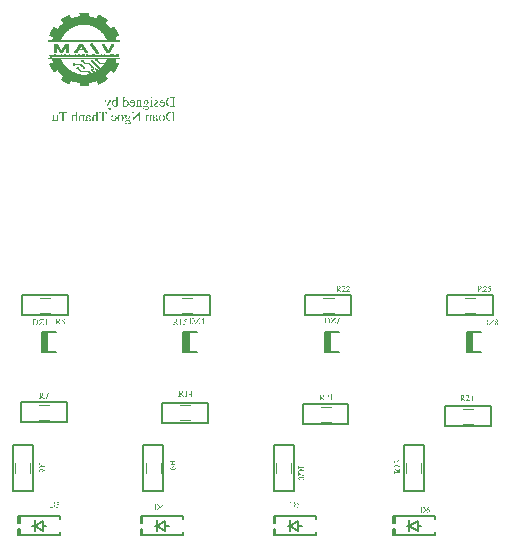
<source format=gbo>
G04*
G04 #@! TF.GenerationSoftware,Altium Limited,Altium Designer,18.1.6 (161)*
G04*
G04 Layer_Color=32896*
%FSTAX24Y24*%
%MOIN*%
G70*
G01*
G75*
%ADD10C,0.0079*%
%ADD11C,0.0050*%
%ADD16C,0.0040*%
%ADD17C,0.0059*%
%ADD19R,0.0217X0.0650*%
%ADD99C,0.0010*%
G36*
X018415Y027809D02*
X018419Y027808D01*
X018424Y027805D01*
X018427Y027802D01*
X018427Y027801D01*
X018428Y027801D01*
X01843Y027798D01*
X018431Y027795D01*
X018434Y02779D01*
Y027788D01*
X018434Y027786D01*
Y027785D01*
Y027785D01*
X018433Y027779D01*
X018431Y027774D01*
X01843Y02777D01*
X018429Y02777D01*
Y027769D01*
X018426Y027766D01*
X018423Y027764D01*
X01842Y027763D01*
X018417Y027762D01*
X018415Y027761D01*
X018413Y027761D01*
X018411D01*
X018407Y027761D01*
X018404Y027762D01*
X018399Y027764D01*
X018397Y027765D01*
X018395Y027766D01*
X018395Y027768D01*
X018394D01*
X018392Y02777D01*
X01839Y027773D01*
X018388Y027779D01*
X018388Y027781D01*
X018387Y027783D01*
Y027784D01*
Y027785D01*
X018388Y027789D01*
X018388Y027791D01*
X01839Y027797D01*
X018392Y027799D01*
X018393Y027801D01*
X018394Y027801D01*
X018394Y027802D01*
X018397Y027804D01*
X0184Y027806D01*
X018405Y027808D01*
X018407Y027809D01*
X01841Y027809D01*
X018411D01*
X018415Y027809D01*
D02*
G37*
G36*
X018576Y027703D02*
X018586Y027701D01*
X018595Y027698D01*
X018602Y027694D01*
X018608Y02769D01*
X018612Y027688D01*
X018614Y027685D01*
X018615Y027684D01*
X01862Y027678D01*
X018624Y027672D01*
X018627Y027665D01*
X018628Y027659D01*
X018629Y027654D01*
X018631Y02765D01*
Y027647D01*
Y027646D01*
X01863Y027637D01*
X018628Y027629D01*
X018626Y027622D01*
X018622Y027616D01*
X018619Y027611D01*
X018617Y027608D01*
X018615Y027605D01*
X018614Y027604D01*
X018609Y0276D01*
X018603Y027596D01*
X018591Y027587D01*
X018585Y027583D01*
X018581Y02758D01*
X018577Y027578D01*
X018577Y027577D01*
X018576D01*
X018548Y027562D01*
X018544Y027559D01*
X01854Y027556D01*
X018535Y02755D01*
X01853Y027544D01*
X018527Y027539D01*
X018525Y027534D01*
X018525Y02753D01*
X018524Y027528D01*
Y027527D01*
X018525Y02752D01*
X018526Y027515D01*
X018528Y02751D01*
X018531Y027506D01*
X018533Y027503D01*
X018535Y027501D01*
X018537Y0275D01*
X018537Y027499D01*
X018541Y027497D01*
X018546Y027495D01*
X018554Y027493D01*
X018557Y027493D01*
X01856Y027492D01*
X018562D01*
X018573Y027493D01*
X018582Y027496D01*
X01859Y0275D01*
X018597Y027504D01*
X018602Y027508D01*
X018606Y027512D01*
X018608Y027515D01*
X018608Y027516D01*
X018611Y027521D01*
X018614Y027528D01*
X018617Y027535D01*
X018619Y027542D01*
X018621Y027548D01*
X018622Y027553D01*
X018623Y027556D01*
Y027557D01*
X018623Y027558D01*
Y027558D01*
X018631D01*
Y027485D01*
X018624D01*
X018622Y027488D01*
X018618Y02749D01*
X018616Y02749D01*
X018612D01*
X018608Y02749D01*
X0186Y027488D01*
X018596Y027487D01*
X018593Y027487D01*
X018591Y027486D01*
X01859D01*
X018583Y027485D01*
X018577Y027483D01*
X018572Y027483D01*
X018567Y027482D01*
X018564Y027482D01*
X01856D01*
X01855Y027482D01*
X018542Y027484D01*
X018533Y027487D01*
X018527Y02749D01*
X018521Y027492D01*
X018517Y027495D01*
X018515Y027496D01*
X018513Y027497D01*
X018506Y027503D01*
X0185Y027511D01*
X018496Y027519D01*
X018493Y027526D01*
X018492Y027532D01*
X018491Y027538D01*
X018491Y027541D01*
Y027542D01*
Y027542D01*
X018491Y027549D01*
X018492Y027556D01*
X018494Y027562D01*
X018496Y027567D01*
X018499Y027571D01*
X0185Y027573D01*
X018501Y027576D01*
X018502Y027576D01*
X018506Y02758D01*
X01851Y027584D01*
X01852Y027591D01*
X018523Y027593D01*
X018527Y027596D01*
X01853Y027597D01*
X018531Y027598D01*
X018581Y027628D01*
X018588Y027633D01*
X018593Y027638D01*
X018596Y027644D01*
X018598Y027649D01*
X0186Y027654D01*
X018601Y027658D01*
X018601Y02766D01*
Y027662D01*
X018601Y027666D01*
X0186Y02767D01*
X018597Y027676D01*
X018596Y027678D01*
X018595Y02768D01*
X018594Y027681D01*
X018593Y027682D01*
X01859Y027685D01*
X018585Y027688D01*
X01858Y02769D01*
X018576Y027692D01*
X018572Y027692D01*
X018568Y027693D01*
X018566D01*
X018558Y027692D01*
X018552Y02769D01*
X018546Y027687D01*
X018541Y027684D01*
X018536Y027679D01*
X018532Y027674D01*
X018525Y027664D01*
X01852Y027653D01*
X018518Y027648D01*
X018517Y027643D01*
X018516Y02764D01*
X018515Y027637D01*
X018514Y027635D01*
Y027634D01*
X018507D01*
X018508Y027699D01*
X018514D01*
X018517Y027697D01*
X01852Y027695D01*
X018521Y027694D01*
X018523D01*
X018525Y027695D01*
X018531Y027697D01*
X018534Y027698D01*
X018537Y027698D01*
X018538Y027699D01*
X018539D01*
X018549Y027702D01*
X018553Y027703D01*
X018557Y027703D01*
X018561Y027704D01*
X018565D01*
X018576Y027703D01*
D02*
G37*
G36*
X018399Y0277D02*
X018407Y027697D01*
X018415Y027694D01*
X018423Y027692D01*
X018429Y027689D01*
X018435Y027687D01*
X018441Y027685D01*
X018445Y027683D01*
X018449Y027682D01*
X018453Y02768D01*
X018456Y02768D01*
X018458Y027679D01*
X018461Y027678D01*
X018462Y027678D01*
Y02767D01*
X018454Y027672D01*
X018451Y027672D01*
X018448Y027673D01*
X018443D01*
X01844Y027672D01*
X018437Y027672D01*
X018434Y027668D01*
X01843Y027664D01*
X018429Y027659D01*
X018427Y027653D01*
X018426Y027649D01*
Y027645D01*
Y027645D01*
Y027644D01*
Y027534D01*
X018427Y027526D01*
X018427Y027518D01*
X018429Y027512D01*
X01843Y027508D01*
X018431Y027505D01*
X018432Y027503D01*
X018433Y027502D01*
X018434Y027501D01*
X018437Y027499D01*
X018441Y027497D01*
X018446Y027496D01*
X018451Y027495D01*
X018456Y027495D01*
X01846Y027494D01*
X018464D01*
Y027487D01*
X018352D01*
Y027494D01*
X01836Y027495D01*
X018366Y027496D01*
X018372Y027497D01*
X018376Y027498D01*
X018379Y0275D01*
X01838Y027501D01*
X018381Y027502D01*
X018381Y027502D01*
X018383Y027506D01*
X018385Y027511D01*
X018386Y027516D01*
X018386Y027521D01*
Y027526D01*
X018387Y027531D01*
Y027533D01*
Y027534D01*
Y027702D01*
X018389Y027704D01*
X018399Y0277D01*
D02*
G37*
G36*
X018055Y027695D02*
X018066Y027692D01*
X018076Y027689D01*
X018084Y027687D01*
X018088Y027685D01*
X018091Y027684D01*
X018094Y027684D01*
X018096Y027683D01*
X018097Y027683D01*
X018097D01*
Y027674D01*
X018096Y027675D01*
X018094Y027675D01*
X018089Y027677D01*
X018084D01*
X018079Y027676D01*
X018076Y027675D01*
X018073Y027673D01*
X018073Y027673D01*
X018071Y02767D01*
X018069Y027665D01*
X018068Y027657D01*
X018067Y027653D01*
Y027649D01*
Y027647D01*
Y027646D01*
Y027529D01*
Y027522D01*
X018068Y027516D01*
X018069Y027512D01*
X01807Y027508D01*
X018071Y027505D01*
X018072Y027503D01*
X018073Y027502D01*
X018073Y027502D01*
X018076Y0275D01*
X018079Y027497D01*
X018087Y027495D01*
X018091Y027495D01*
X018094Y027494D01*
X018097D01*
Y027487D01*
X017997D01*
Y027494D01*
X018002Y027495D01*
X018007Y027496D01*
X018011Y027497D01*
X018015Y027498D01*
X01802Y027502D01*
X018024Y027507D01*
X018026Y027511D01*
X018027Y027515D01*
X018028Y027517D01*
Y027518D01*
Y02765D01*
X018023Y027655D01*
X018018Y027659D01*
X018013Y027663D01*
X018009Y027666D01*
X018001Y027671D01*
X017994Y027674D01*
X017988Y027676D01*
X017985Y027677D01*
X017982Y027678D01*
X017981D01*
X017975Y027677D01*
X017969Y027675D01*
X017964Y027673D01*
X01796Y02767D01*
X017956Y027667D01*
X017953Y027663D01*
X017949Y027655D01*
X017946Y027646D01*
X017945Y027639D01*
X017945Y027636D01*
Y027634D01*
Y027632D01*
Y027632D01*
Y027533D01*
X017945Y027525D01*
X017946Y027518D01*
X017947Y027512D01*
X017949Y027508D01*
X017951Y027505D01*
X017952Y027502D01*
X017953Y027501D01*
X017953Y027501D01*
X017956Y027499D01*
X017959Y027497D01*
X017966Y027495D01*
X01797Y027495D01*
X017972D01*
X017974Y027494D01*
X017975D01*
Y027487D01*
X017876D01*
Y027494D01*
X017882Y027495D01*
X017887Y027496D01*
X017891Y027497D01*
X017895Y027498D01*
X017897Y027499D01*
X017899Y0275D01*
X017899Y027501D01*
X0179D01*
X017901Y027504D01*
X017903Y027508D01*
X017905Y027516D01*
Y02752D01*
X017905Y027522D01*
Y027524D01*
Y027525D01*
Y027633D01*
X017906Y027647D01*
X017908Y027658D01*
X017911Y027668D01*
X017915Y027676D01*
X017919Y027682D01*
X017921Y027687D01*
X017924Y027689D01*
X017925Y02769D01*
X01793Y027694D01*
X017936Y027698D01*
X017942Y0277D01*
X017948Y027702D01*
X017953Y027703D01*
X017957Y027704D01*
X017961D01*
X017967Y027703D01*
X017974Y027702D01*
X01798Y0277D01*
X017986Y027698D01*
X01799Y027696D01*
X017993Y027694D01*
X017996Y027693D01*
X017997Y027693D01*
X018001Y027689D01*
X018006Y027685D01*
X018017Y027677D01*
X018022Y027672D01*
X018026Y027669D01*
X018028Y027667D01*
X018029Y027665D01*
Y027703D01*
X018032Y027704D01*
X018055Y027695D01*
D02*
G37*
G36*
X017247Y027805D02*
X017258Y027802D01*
X01727Y027798D01*
X01728Y027795D01*
X01729Y027792D01*
X017294Y027791D01*
X017297Y02779D01*
X0173Y027789D01*
X017302Y027789D01*
X017304Y027788D01*
X017304D01*
Y027781D01*
X017289D01*
X017285Y02778D01*
X017282Y027779D01*
X01728Y027778D01*
X017278Y027776D01*
X017276Y027775D01*
X017276Y027775D01*
Y027774D01*
X017275Y027772D01*
X017274Y02777D01*
X017274Y027764D01*
X017273Y027761D01*
Y027759D01*
Y027757D01*
Y027756D01*
Y027512D01*
X017272Y02751D01*
X017272Y027507D01*
X017269Y027503D01*
X017264Y0275D01*
X017259Y027497D01*
X017254Y027494D01*
X01725Y027492D01*
X017246Y027491D01*
X017246Y02749D01*
X017245D01*
X017236Y027487D01*
X017228Y027485D01*
X01722Y027484D01*
X017214Y027483D01*
X017208Y027482D01*
X017204Y027482D01*
X0172D01*
X01719Y027482D01*
X01718Y027483D01*
X01717Y027486D01*
X017162Y027488D01*
X017153Y027492D01*
X017146Y027495D01*
X017139Y027499D01*
X017133Y027503D01*
X017128Y027507D01*
X017123Y027511D01*
X017119Y027514D01*
X017116Y027517D01*
X017114Y02752D01*
X017112Y027522D01*
X017111Y027523D01*
X01711Y027524D01*
X017106Y027531D01*
X017102Y027537D01*
X017095Y02755D01*
X017091Y027563D01*
X017088Y027574D01*
X017086Y027584D01*
X017085Y027588D01*
Y027592D01*
X017085Y027595D01*
Y027597D01*
Y027598D01*
Y027599D01*
X017086Y027614D01*
X017088Y027628D01*
X017092Y027639D01*
X017095Y02765D01*
X017099Y027658D01*
X017101Y027662D01*
X017103Y027665D01*
X017104Y027667D01*
X017105Y027669D01*
X017106Y027669D01*
Y02767D01*
X01711Y027676D01*
X017115Y027681D01*
X01712Y027685D01*
X017125Y027689D01*
X017131Y027693D01*
X017136Y027695D01*
X017147Y027699D01*
X017155Y027702D01*
X017159Y027703D01*
X017163Y027703D01*
X017165Y027704D01*
X017169D01*
X017178Y027703D01*
X017186Y027702D01*
X017194Y027699D01*
X0172Y027696D01*
X017206Y027693D01*
X01721Y02769D01*
X017213Y027689D01*
X017214Y027688D01*
X017219Y027684D01*
X017224Y027679D01*
X017227Y027675D01*
X01723Y027672D01*
X017231Y027669D01*
X017233Y027667D01*
X017233Y027666D01*
Y027665D01*
X017234D01*
Y027808D01*
X017236Y027809D01*
X017247Y027805D01*
D02*
G37*
G36*
X017063Y027692D02*
X017057Y02769D01*
X017051Y027688D01*
X017047Y027686D01*
X017044Y027683D01*
X017042Y02768D01*
X01704Y027679D01*
X017039Y027677D01*
Y027677D01*
X016985Y027561D01*
X01698Y027549D01*
X016976Y02754D01*
X016972Y027531D01*
X016968Y027524D01*
X016966Y027518D01*
X016963Y027512D01*
X016961Y027508D01*
X016959Y027505D01*
X016958Y027502D01*
X016958Y0275D01*
X016957Y027498D01*
X016957Y027497D01*
X016956Y027496D01*
X016957Y027491D01*
X016958Y027485D01*
X01696Y027479D01*
X016962Y027472D01*
X016964Y027467D01*
X016967Y027462D01*
X016968Y027458D01*
X016968Y027458D01*
Y027457D01*
X016971Y027451D01*
X016974Y027446D01*
X016977Y027442D01*
X01698Y027438D01*
X016982Y027435D01*
X016985Y027432D01*
X016989Y027428D01*
X016994Y027425D01*
X016997Y027424D01*
X016999Y027423D01*
X017001D01*
X017003Y027424D01*
X017007Y027426D01*
X01701Y027427D01*
X017012Y027427D01*
X017013Y027428D01*
X017014D01*
X017022Y027431D01*
X017028Y027432D01*
X01703Y027432D01*
X017033D01*
X017041Y027431D01*
X017046Y027429D01*
X01705Y027426D01*
X017053Y027422D01*
X017054Y027418D01*
X017055Y027415D01*
X017055Y027413D01*
Y027412D01*
X017055Y027408D01*
X017054Y027405D01*
X017051Y027399D01*
X017049Y027396D01*
X017048Y027395D01*
X017047Y027394D01*
X017047Y027393D01*
X017043Y02739D01*
X017039Y027388D01*
X017034Y027386D01*
X017031Y027385D01*
X017027Y027385D01*
X017024Y027384D01*
X017021D01*
X017016Y027385D01*
X017012Y027385D01*
X017003Y027388D01*
X016996Y027392D01*
X016989Y027396D01*
X016984Y0274D01*
X01698Y027404D01*
X016978Y027407D01*
X016977Y027408D01*
X016973Y027412D01*
X01697Y027417D01*
X016964Y027427D01*
X016958Y027439D01*
X016952Y027451D01*
X016947Y027462D01*
X016946Y027466D01*
X016944Y02747D01*
X016942Y027473D01*
X016941Y027476D01*
X016941Y027478D01*
Y027478D01*
X016868Y02767D01*
X016866Y027675D01*
X016864Y027679D01*
X016862Y027682D01*
X01686Y027684D01*
X016859Y027686D01*
X016857Y027687D01*
X016857Y027688D01*
X016856D01*
X016853Y02769D01*
X016849Y027691D01*
X016846Y027692D01*
X016845D01*
Y027699D01*
X016909D01*
Y027692D01*
X016902Y027692D01*
X016896Y02769D01*
X016892Y027688D01*
X01689Y027685D01*
X016888Y027683D01*
X016887Y027681D01*
X016887Y027679D01*
Y027679D01*
Y027678D01*
X016887Y027677D01*
X016888Y027673D01*
X01689Y027668D01*
X016892Y027662D01*
X016894Y027657D01*
X016896Y027652D01*
X016897Y027648D01*
X016897Y027647D01*
Y027647D01*
X016934Y027542D01*
X016988Y027661D01*
X016991Y027668D01*
X016993Y027674D01*
Y027675D01*
X016993Y027677D01*
Y027678D01*
Y027678D01*
X016993Y02768D01*
X016992Y027682D01*
X016989Y027685D01*
X016984Y027688D01*
X016979Y02769D01*
X016974Y027691D01*
X01697Y027692D01*
X016967Y027692D01*
X016966D01*
Y027699D01*
X017063D01*
Y027692D01*
D02*
G37*
G36*
X018769Y027703D02*
X018781Y0277D01*
X018792Y027695D01*
X018801Y027691D01*
X018808Y027687D01*
X018814Y027682D01*
X018816Y02768D01*
X018818Y027679D01*
X018818Y027679D01*
X018819Y027678D01*
X018825Y027672D01*
X01883Y027665D01*
X018834Y027658D01*
X018838Y02765D01*
X018841Y027643D01*
X018844Y027636D01*
X018848Y027621D01*
X01885Y027614D01*
X018851Y027608D01*
X018851Y027602D01*
X018852Y027597D01*
X018853Y027593D01*
Y02759D01*
Y027588D01*
Y027587D01*
X018852Y027578D01*
X018851Y027569D01*
X018849Y027554D01*
X018847Y027547D01*
X018845Y027541D01*
X018843Y027535D01*
X01884Y02753D01*
X018838Y027525D01*
X018836Y027521D01*
X018834Y027518D01*
X018833Y027515D01*
X018831Y027512D01*
X01883Y027511D01*
X018829Y02751D01*
Y02751D01*
X018824Y027505D01*
X018819Y027501D01*
X018814Y027497D01*
X018809Y027493D01*
X018798Y027488D01*
X018788Y027485D01*
X018779Y027483D01*
X018775Y027483D01*
X018772Y027482D01*
X018769Y027482D01*
X018765D01*
X018757Y027482D01*
X018749Y027483D01*
X018742Y027485D01*
X018735Y027487D01*
X018722Y027492D01*
X018712Y027499D01*
X018707Y027502D01*
X018703Y027505D01*
X018699Y027508D01*
X018697Y027511D01*
X018694Y027512D01*
X018692Y027514D01*
X018692Y027515D01*
X018691Y027516D01*
X018684Y027523D01*
X018679Y027531D01*
X018674Y027539D01*
X018671Y027546D01*
X018668Y027552D01*
X018666Y027557D01*
X018665Y027559D01*
X018664Y027561D01*
X018672Y027564D01*
X018678Y027555D01*
X018684Y027548D01*
X018691Y027541D01*
X018697Y027536D01*
X018703Y027531D01*
X018709Y027527D01*
X018714Y027523D01*
X018721Y027521D01*
X018725Y027518D01*
X01873Y027517D01*
X018734Y027516D01*
X018738Y027515D01*
X018742D01*
X018744Y027515D01*
X018745D01*
X018752Y027515D01*
X018758Y027516D01*
X018768Y027519D01*
X018778Y027524D01*
X018785Y027531D01*
X018793Y027538D01*
X018799Y027547D01*
X018804Y027556D01*
X018808Y027566D01*
X018812Y027576D01*
X018814Y027584D01*
X018816Y027593D01*
X018818Y027601D01*
X018819Y027608D01*
X018819Y027613D01*
X01882Y027616D01*
Y027617D01*
X018673D01*
X018676Y027632D01*
X018679Y027646D01*
X018684Y027657D01*
X018689Y027667D01*
X018696Y027675D01*
X018703Y027683D01*
X01871Y027688D01*
X018718Y027693D01*
X018725Y027697D01*
X018732Y027699D01*
X018739Y027701D01*
X018744Y027703D01*
X018749Y027703D01*
X018753Y027704D01*
X018763D01*
X018769Y027703D01*
D02*
G37*
G36*
X017774D02*
X017785Y0277D01*
X017796Y027695D01*
X017805Y027691D01*
X017813Y027687D01*
X017818Y027682D01*
X01782Y02768D01*
X017822Y027679D01*
X017823Y027679D01*
X017823Y027678D01*
X017829Y027672D01*
X017834Y027665D01*
X017839Y027658D01*
X017842Y02765D01*
X017846Y027643D01*
X017849Y027636D01*
X017852Y027621D01*
X017854Y027614D01*
X017855Y027608D01*
X017856Y027602D01*
X017856Y027597D01*
X017857Y027593D01*
Y02759D01*
Y027588D01*
Y027587D01*
X017856Y027578D01*
X017856Y027569D01*
X017853Y027554D01*
X017851Y027547D01*
X017849Y027541D01*
X017847Y027535D01*
X017845Y02753D01*
X017842Y027525D01*
X017841Y027521D01*
X017839Y027518D01*
X017837Y027515D01*
X017835Y027512D01*
X017834Y027511D01*
X017833Y02751D01*
Y02751D01*
X017829Y027505D01*
X017824Y027501D01*
X017818Y027497D01*
X017813Y027493D01*
X017803Y027488D01*
X017792Y027485D01*
X017783Y027483D01*
X017779Y027483D01*
X017776Y027482D01*
X017773Y027482D01*
X017769D01*
X017761Y027482D01*
X017754Y027483D01*
X017746Y027485D01*
X017739Y027487D01*
X017726Y027492D01*
X017716Y027499D01*
X017712Y027502D01*
X017707Y027505D01*
X017704Y027508D01*
X017701Y027511D01*
X017698Y027512D01*
X017697Y027514D01*
X017696Y027515D01*
X017695Y027516D01*
X017689Y027523D01*
X017683Y027531D01*
X017679Y027539D01*
X017675Y027546D01*
X017672Y027552D01*
X01767Y027557D01*
X017669Y027559D01*
X017669Y027561D01*
X017677Y027564D01*
X017683Y027555D01*
X017688Y027548D01*
X017695Y027541D01*
X017701Y027536D01*
X017707Y027531D01*
X017713Y027527D01*
X017719Y027523D01*
X017725Y027521D01*
X01773Y027518D01*
X017735Y027517D01*
X017739Y027516D01*
X017743Y027515D01*
X017746D01*
X017748Y027515D01*
X01775D01*
X017756Y027515D01*
X017762Y027516D01*
X017773Y027519D01*
X017782Y027524D01*
X01779Y027531D01*
X017797Y027538D01*
X017803Y027547D01*
X017808Y027556D01*
X017813Y027566D01*
X017816Y027576D01*
X017819Y027584D01*
X01782Y027593D01*
X017822Y027601D01*
X017823Y027608D01*
X017824Y027613D01*
X017824Y027616D01*
Y027617D01*
X017678D01*
X01768Y027632D01*
X017683Y027646D01*
X017688Y027657D01*
X017694Y027667D01*
X0177Y027675D01*
X017707Y027683D01*
X017714Y027688D01*
X017722Y027693D01*
X017729Y027697D01*
X017736Y027699D01*
X017743Y027701D01*
X017749Y027703D01*
X017754Y027703D01*
X017758Y027704D01*
X017768D01*
X017774Y027703D01*
D02*
G37*
G36*
X019197Y02779D02*
X019188Y027789D01*
X019181Y027788D01*
X019174Y027786D01*
X01917Y027784D01*
X019167Y027783D01*
X019165Y027781D01*
X019163Y027781D01*
X019163Y02778D01*
X019161Y027777D01*
X019158Y027773D01*
X019157Y027767D01*
X019157Y027761D01*
X019156Y027756D01*
X019156Y027752D01*
Y027749D01*
Y027748D01*
Y027748D01*
Y027538D01*
X019156Y027529D01*
X019157Y027522D01*
X019158Y027516D01*
X019159Y027512D01*
X019161Y027508D01*
X019162Y027506D01*
X019163Y027505D01*
X019163Y027505D01*
X019167Y027502D01*
X019172Y0275D01*
X019177Y027498D01*
X019183Y027497D01*
X019188Y027496D01*
X019193D01*
X019196Y027496D01*
X019197D01*
Y027487D01*
X019063D01*
X019046Y027487D01*
X01903Y027489D01*
X019014Y027492D01*
X019Y027495D01*
X018987Y0275D01*
X018975Y027504D01*
X018964Y027508D01*
X018955Y027514D01*
X018946Y027519D01*
X018939Y027523D01*
X018933Y027528D01*
X018928Y027532D01*
X018924Y027536D01*
X018921Y027538D01*
X018919Y02754D01*
X018919Y027541D01*
X018912Y027548D01*
X018906Y027557D01*
X018901Y027566D01*
X018897Y027574D01*
X018894Y027582D01*
X01889Y027591D01*
X018886Y027607D01*
X018885Y027614D01*
X018884Y027621D01*
X018883Y027627D01*
X018882Y027632D01*
X018881Y027636D01*
Y027639D01*
Y027641D01*
Y027642D01*
X018882Y027656D01*
X018884Y027669D01*
X018886Y027682D01*
X018889Y027693D01*
X018894Y027704D01*
X018898Y027713D01*
X018903Y027722D01*
X018907Y02773D01*
X018912Y027737D01*
X018917Y027743D01*
X018921Y027749D01*
X018925Y027753D01*
X018928Y027756D01*
X018931Y027759D01*
X018933Y02776D01*
X018933Y02776D01*
X018943Y027767D01*
X018953Y027773D01*
X018964Y027778D01*
X018976Y027783D01*
X018987Y027786D01*
X018999Y02779D01*
X01901Y027793D01*
X01902Y027794D01*
X019031Y027796D01*
X01904Y027797D01*
X019049Y027798D01*
X019056Y027799D01*
X019062Y027799D01*
X019197D01*
Y02779D01*
D02*
G37*
G36*
X017473Y027805D02*
X017485Y027801D01*
X017497Y027798D01*
X017507Y027795D01*
X017517Y027792D01*
X017521Y027791D01*
X017524Y02779D01*
X017527Y027789D01*
X017529Y027789D01*
X017531Y027788D01*
X017531D01*
Y027781D01*
X017515D01*
X017511Y02778D01*
X017508Y027779D01*
X017506Y027778D01*
X017504Y027776D01*
X017502Y027775D01*
X017502Y027775D01*
Y027774D01*
X017501Y027772D01*
X0175Y02777D01*
X0175Y027764D01*
X017499Y027761D01*
Y027759D01*
Y027757D01*
Y027756D01*
Y027683D01*
X017508Y02769D01*
X017517Y027695D01*
X017525Y027699D01*
X017533Y027701D01*
X017539Y027703D01*
X017545Y027703D01*
X017548Y027704D01*
X017549D01*
X017557Y027703D01*
X017564Y027702D01*
X017571Y0277D01*
X017577Y027698D01*
X017588Y027693D01*
X017598Y027687D01*
X017607Y02768D01*
X01761Y027677D01*
X017613Y027674D01*
X017615Y027672D01*
X017617Y02767D01*
X017617Y027669D01*
X017618Y027669D01*
X017623Y027662D01*
X017627Y027655D01*
X017631Y027648D01*
X017634Y027641D01*
X017639Y027628D01*
X017643Y027615D01*
X017644Y027609D01*
X017645Y027604D01*
X017645Y027599D01*
X017646Y027595D01*
X017647Y027592D01*
Y027589D01*
Y027588D01*
Y027587D01*
X017646Y027576D01*
X017645Y027566D01*
X017643Y027556D01*
X017641Y027547D01*
X017638Y027539D01*
X017635Y027532D01*
X017632Y027526D01*
X017629Y02752D01*
X017625Y027515D01*
X017622Y02751D01*
X017619Y027507D01*
X017617Y027503D01*
X017614Y027501D01*
X017613Y0275D01*
X017612Y027499D01*
X017611Y027498D01*
X017602Y027493D01*
X017594Y027489D01*
X017585Y027486D01*
X017578Y027484D01*
X017571Y027483D01*
X017566Y027482D01*
X017562Y027482D01*
X017561D01*
X017554Y027482D01*
X017547Y027483D01*
X017534Y027486D01*
X017524Y027491D01*
X017516Y027497D01*
X017509Y027502D01*
X017504Y027507D01*
X017501Y027511D01*
X0175Y027511D01*
Y027512D01*
X017499D01*
Y027483D01*
X017497Y027482D01*
X017428Y027506D01*
Y027514D01*
X017442D01*
X017447Y027515D01*
X01745Y027516D01*
X017453Y027517D01*
X017455Y027518D01*
X017456Y027519D01*
X017456D01*
X017457Y027521D01*
X017458Y027524D01*
X017459Y027531D01*
X01746Y027534D01*
Y027537D01*
Y027539D01*
Y02754D01*
Y027808D01*
X017462Y027809D01*
X017473Y027805D01*
D02*
G37*
G36*
X018238Y027703D02*
X018248Y027701D01*
X018257Y027698D01*
X018265Y027694D01*
X018271Y027691D01*
X018276Y027688D01*
X018279Y027685D01*
X01828Y027685D01*
X018285Y02768D01*
X018289Y027676D01*
X018293Y027672D01*
X018296Y027667D01*
X018301Y027657D01*
X018304Y027647D01*
X018306Y027638D01*
X018306Y027634D01*
X018307Y027631D01*
X018308Y027629D01*
Y027627D01*
Y027626D01*
Y027625D01*
X018307Y027617D01*
X018306Y02761D01*
X018304Y027604D01*
X018301Y027598D01*
X018294Y027587D01*
X018286Y027578D01*
X018278Y027572D01*
X018271Y027567D01*
X018268Y027566D01*
X018266Y027564D01*
X018265Y027563D01*
X018264D01*
X018274Y027554D01*
X018282Y027547D01*
X018288Y027541D01*
X018293Y027536D01*
X018297Y027532D01*
X018299Y027529D01*
X0183Y027527D01*
X018301Y027527D01*
X018304Y027521D01*
X018305Y027517D01*
X018306Y027513D01*
Y027513D01*
Y027512D01*
X018305Y02751D01*
X018305Y027507D01*
X018302Y027503D01*
X018298Y027499D01*
X018293Y027495D01*
X018289Y027492D01*
X018285Y02749D01*
X018282Y027488D01*
X018281Y027487D01*
X018289Y027481D01*
X018296Y027476D01*
X018302Y02747D01*
X018308Y027465D01*
X018312Y02746D01*
X018316Y027455D01*
X018319Y027451D01*
X018321Y027447D01*
X018325Y02744D01*
X018326Y027435D01*
X018327Y027431D01*
Y027431D01*
Y02743D01*
X018326Y027423D01*
X018323Y027417D01*
X01832Y027412D01*
X018315Y027407D01*
X018311Y027403D01*
X018308Y0274D01*
X018305Y027399D01*
X018304Y027398D01*
X018294Y027394D01*
X018284Y02739D01*
X018274Y027387D01*
X018265Y027386D01*
X018257Y027385D01*
X018253D01*
X01825Y027384D01*
X018244D01*
X018229Y027385D01*
X018215Y027387D01*
X018203Y02739D01*
X018191Y027394D01*
X018185Y027396D01*
X018181Y027398D01*
X018177Y0274D01*
X018174Y027401D01*
X018171Y027402D01*
X018169Y027403D01*
X018168Y027404D01*
X018167D01*
X018159Y027408D01*
X018153Y027413D01*
X018147Y027418D01*
X018142Y027423D01*
X018137Y027428D01*
X018133Y027433D01*
X018131Y027438D01*
X018128Y027443D01*
X018125Y027451D01*
X018124Y027455D01*
X018123Y027458D01*
X018123Y027461D01*
Y027462D01*
Y027463D01*
Y027464D01*
X018123Y02747D01*
X018124Y027476D01*
X018126Y027481D01*
X018128Y027485D01*
X018129Y027488D01*
X018131Y027491D01*
X018132Y027492D01*
X018133Y027493D01*
X018139Y0275D01*
X018146Y027505D01*
X018154Y027508D01*
X018162Y027511D01*
X018169Y027512D01*
X018174Y027513D01*
X018177Y027514D01*
X01818D01*
X018241Y027517D01*
X018248Y027517D01*
X018253Y027518D01*
X018258Y027518D01*
X018262Y02752D01*
X018266Y027521D01*
X018269Y027522D01*
X018273Y027524D01*
X018275Y027526D01*
X018277Y027528D01*
X018278Y027529D01*
Y027529D01*
X018277Y027532D01*
X018276Y027536D01*
X018272Y027541D01*
X01827Y027543D01*
X018269Y027546D01*
X018268Y027547D01*
X018267Y027547D01*
X018263Y027551D01*
X01826Y027554D01*
X018257Y027556D01*
X018254Y027557D01*
X018253Y027558D01*
X018251Y027559D01*
X018248D01*
X018244Y027558D01*
X01824Y027558D01*
X018234D01*
X018232Y027557D01*
X018224D01*
X018215Y027558D01*
X018206Y027559D01*
X018198Y027562D01*
X018191Y027565D01*
X018185Y027568D01*
X01818Y027571D01*
X018178Y027572D01*
X018177Y027573D01*
X018172Y027577D01*
X018167Y027581D01*
X018164Y027585D01*
X018161Y027589D01*
X018156Y027598D01*
X018152Y027607D01*
X018151Y027614D01*
X018149Y027621D01*
X018149Y027623D01*
Y027624D01*
Y027626D01*
Y027626D01*
X018149Y027634D01*
X01815Y027643D01*
X018152Y02765D01*
X018153Y027657D01*
X018155Y027662D01*
X018156Y027666D01*
X018157Y027669D01*
X018158Y02767D01*
X018119D01*
Y027688D01*
X018155D01*
X018164Y027689D01*
X018169Y02769D01*
X018173Y02769D01*
X018176Y027692D01*
X018179Y027692D01*
X01818Y027693D01*
X018181D01*
X018191Y027697D01*
X0182Y027699D01*
X018208Y027701D01*
X018214Y027703D01*
X01822Y027703D01*
X018223Y027704D01*
X018227D01*
X018238Y027703D01*
D02*
G37*
G36*
X016918Y027231D02*
X016907D01*
X016906Y027238D01*
X016905Y027244D01*
X016903Y02725D01*
X016901Y027255D01*
X016897Y027264D01*
X016894Y02727D01*
X016891Y027275D01*
X016888Y027278D01*
X016887Y02728D01*
X016886Y027281D01*
X016883Y027283D01*
X01688Y027284D01*
X016872Y027287D01*
X016863Y027289D01*
X016854Y027291D01*
X016846Y027291D01*
X016838Y027292D01*
X016807D01*
Y027055D01*
Y027046D01*
X016808Y027037D01*
X016809Y027031D01*
X01681Y027026D01*
X016811Y027023D01*
X016812Y027021D01*
X016812Y02702D01*
X016813Y027019D01*
X016817Y027016D01*
X016822Y027013D01*
X016829Y027011D01*
X016835Y02701D01*
X016841Y027009D01*
X016846Y027009D01*
X01685Y027008D01*
X016851D01*
Y026999D01*
X016714D01*
Y027008D01*
X016724Y027009D01*
X016731Y02701D01*
X016738Y027011D01*
X016743Y027013D01*
X016746Y027015D01*
X016749Y027016D01*
X01675Y027017D01*
X016751Y027017D01*
X016754Y027021D01*
X016755Y027026D01*
X016757Y027031D01*
X016757Y027037D01*
X016758Y027042D01*
X016759Y027046D01*
Y027049D01*
Y02705D01*
Y027292D01*
X016726D01*
X01672Y027291D01*
X016714Y027291D01*
X016708Y02729D01*
X016699Y027288D01*
X016691Y027286D01*
X016686Y027284D01*
X016683Y027282D01*
X01668Y027281D01*
X01668Y027281D01*
X016677Y027278D01*
X016675Y027275D01*
X01667Y027268D01*
X016667Y02726D01*
X016664Y027252D01*
X016661Y027244D01*
X01666Y027237D01*
X016659Y027235D01*
Y027233D01*
X016658Y027232D01*
Y027231D01*
X016647D01*
X01665Y027312D01*
X016916D01*
X016918Y027231D01*
D02*
G37*
G36*
X015596D02*
X015585D01*
X015583Y027238D01*
X015582Y027244D01*
X01558Y02725D01*
X015579Y027255D01*
X015575Y027264D01*
X015571Y02727D01*
X015569Y027275D01*
X015566Y027278D01*
X015564Y02728D01*
X015564Y027281D01*
X015561Y027283D01*
X015557Y027284D01*
X015549Y027287D01*
X01554Y027289D01*
X015531Y027291D01*
X015523Y027291D01*
X015516Y027292D01*
X015484D01*
Y027055D01*
Y027046D01*
X015485Y027037D01*
X015486Y027031D01*
X015487Y027026D01*
X015488Y027023D01*
X015489Y027021D01*
X01549Y02702D01*
X01549Y027019D01*
X015494Y027016D01*
X0155Y027013D01*
X015506Y027011D01*
X015513Y02701D01*
X015519Y027009D01*
X015524Y027009D01*
X015528Y027008D01*
X015529D01*
Y026999D01*
X015391D01*
Y027008D01*
X015401Y027009D01*
X015409Y02701D01*
X015415Y027011D01*
X01542Y027013D01*
X015424Y027015D01*
X015427Y027016D01*
X015428Y027017D01*
X015428Y027017D01*
X015431Y027021D01*
X015433Y027026D01*
X015434Y027031D01*
X015435Y027037D01*
X015435Y027042D01*
X015436Y027046D01*
Y027049D01*
Y02705D01*
Y027292D01*
X015404D01*
X015397Y027291D01*
X015391Y027291D01*
X015386Y02729D01*
X015377Y027288D01*
X015369Y027286D01*
X015364Y027284D01*
X01536Y027282D01*
X015358Y027281D01*
X015357Y027281D01*
X015354Y027278D01*
X015352Y027275D01*
X015348Y027268D01*
X015344Y02726D01*
X015341Y027252D01*
X015339Y027244D01*
X015337Y027237D01*
X015336Y027235D01*
Y027233D01*
X015336Y027232D01*
Y027231D01*
X015324D01*
X015327Y027312D01*
X015593D01*
X015596Y027231D01*
D02*
G37*
G36*
X01837Y027208D02*
X018381Y027204D01*
X018391Y027201D01*
X018399Y027199D01*
X018403Y027198D01*
X018406Y027197D01*
X018409Y027196D01*
X01841Y027196D01*
X018411Y027195D01*
X018412D01*
Y027187D01*
X01841Y027187D01*
X018409Y027188D01*
X018404Y027189D01*
X018399D01*
X018394Y027188D01*
X01839Y027187D01*
X018388Y027186D01*
X018388Y027185D01*
X018386Y027182D01*
X018384Y027178D01*
X018383Y02717D01*
X018382Y027165D01*
Y027162D01*
Y02716D01*
Y027158D01*
Y027041D01*
Y027035D01*
X018383Y027029D01*
X018384Y027024D01*
X018385Y02702D01*
X018386Y027017D01*
X018387Y027016D01*
X018388Y027015D01*
X018388Y027014D01*
X018391Y027012D01*
X018394Y02701D01*
X018402Y027007D01*
X018406Y027007D01*
X018409Y027006D01*
X018411D01*
Y026999D01*
X018311D01*
Y027006D01*
X018317Y027007D01*
X018321Y027008D01*
X018326Y027009D01*
X018329Y027011D01*
X018335Y027015D01*
X018339Y027019D01*
X018341Y027024D01*
X018342Y027027D01*
X018343Y02703D01*
Y027031D01*
Y027163D01*
X018338Y027168D01*
X018333Y027172D01*
X018328Y027176D01*
X018324Y027178D01*
X018315Y027183D01*
X018309Y027187D01*
X018303Y027188D01*
X018299Y02719D01*
X018297Y02719D01*
X018296D01*
X018289Y02719D01*
X018284Y027188D01*
X018279Y027186D01*
X018275Y027183D01*
X018271Y02718D01*
X018268Y027176D01*
X018264Y027167D01*
X018261Y027158D01*
X01826Y027151D01*
X018259Y027148D01*
Y027146D01*
Y027145D01*
Y027144D01*
Y027046D01*
X01826Y027037D01*
X01826Y02703D01*
X018262Y027025D01*
X018264Y02702D01*
X018265Y027017D01*
X018267Y027015D01*
X018268Y027014D01*
X018268Y027013D01*
X01827Y027011D01*
X018274Y02701D01*
X018281Y027007D01*
X018284Y027007D01*
X018286D01*
X018289Y027006D01*
X018289D01*
Y026999D01*
X018191D01*
Y027006D01*
X018197Y027007D01*
X018202Y027008D01*
X018206Y027009D01*
X018209Y02701D01*
X018212Y027011D01*
X018213Y027012D01*
X018214Y027014D01*
X018214D01*
X018216Y027016D01*
X018218Y02702D01*
X018219Y027028D01*
Y027032D01*
X01822Y027035D01*
Y027037D01*
Y027037D01*
Y027145D01*
X01822Y027159D01*
X018223Y027171D01*
X018226Y02718D01*
X018229Y027188D01*
X018233Y027194D01*
X018236Y027199D01*
X018238Y027201D01*
X018239Y027202D01*
X018245Y027207D01*
X018251Y02721D01*
X018257Y027213D01*
X018263Y027214D01*
X018268Y027216D01*
X018271Y027216D01*
X018275D01*
X018282Y027216D01*
X018289Y027214D01*
X018295Y027213D01*
X0183Y027211D01*
X018305Y027208D01*
X018308Y027207D01*
X018311Y027206D01*
X018311Y027205D01*
X018316Y027202D01*
X018321Y027198D01*
X018331Y027189D01*
X018336Y027185D01*
X01834Y027181D01*
X018343Y027179D01*
X018344Y027178D01*
Y027215D01*
X018347Y027216D01*
X01837Y027208D01*
D02*
G37*
G36*
X016144D02*
X016155Y027204D01*
X016165Y027201D01*
X016173Y027199D01*
X016177Y027198D01*
X01618Y027197D01*
X016182Y027196D01*
X016184Y027196D01*
X016185Y027195D01*
X016186D01*
Y027187D01*
X016184Y027187D01*
X016182Y027188D01*
X016178Y027189D01*
X016172D01*
X016168Y027188D01*
X016164Y027187D01*
X016162Y027186D01*
X016161Y027185D01*
X01616Y027182D01*
X016158Y027178D01*
X016156Y02717D01*
X016156Y027165D01*
Y027162D01*
Y02716D01*
Y027158D01*
Y027041D01*
Y027035D01*
X016157Y027029D01*
X016158Y027024D01*
X016159Y02702D01*
X01616Y027017D01*
X016161Y027016D01*
X016161Y027015D01*
X016162Y027014D01*
X016165Y027012D01*
X016168Y02701D01*
X016176Y027007D01*
X01618Y027007D01*
X016182Y027006D01*
X016185D01*
Y026999D01*
X016085D01*
Y027006D01*
X016091Y027007D01*
X016095Y027008D01*
X0161Y027009D01*
X016103Y027011D01*
X016109Y027015D01*
X016113Y027019D01*
X016115Y027024D01*
X016116Y027027D01*
X016116Y02703D01*
Y027031D01*
Y027163D01*
X016111Y027168D01*
X016106Y027172D01*
X016102Y027176D01*
X016098Y027178D01*
X016089Y027183D01*
X016083Y027187D01*
X016077Y027188D01*
X016073Y02719D01*
X016071Y02719D01*
X01607D01*
X016063Y02719D01*
X016058Y027188D01*
X016053Y027186D01*
X016049Y027183D01*
X016045Y02718D01*
X016042Y027176D01*
X016038Y027167D01*
X016035Y027158D01*
X016034Y027151D01*
X016033Y027148D01*
Y027146D01*
Y027145D01*
Y027144D01*
Y027046D01*
X016034Y027037D01*
X016034Y02703D01*
X016036Y027025D01*
X016038Y02702D01*
X016039Y027017D01*
X01604Y027015D01*
X016042Y027014D01*
X016042Y027013D01*
X016044Y027011D01*
X016048Y02701D01*
X016055Y027007D01*
X016058Y027007D01*
X01606D01*
X016063Y027006D01*
X016063D01*
Y026999D01*
X015965D01*
Y027006D01*
X015971Y027007D01*
X015976Y027008D01*
X01598Y027009D01*
X015983Y02701D01*
X015985Y027011D01*
X015987Y027012D01*
X015988Y027014D01*
X015988D01*
X01599Y027016D01*
X015992Y02702D01*
X015993Y027028D01*
Y027032D01*
X015994Y027035D01*
Y027037D01*
Y027037D01*
Y027145D01*
X015994Y027159D01*
X015997Y027171D01*
X016Y02718D01*
X016003Y027188D01*
X016007Y027194D01*
X01601Y027199D01*
X016012Y027201D01*
X016013Y027202D01*
X016019Y027207D01*
X016025Y02721D01*
X016031Y027213D01*
X016037Y027214D01*
X016042Y027216D01*
X016045Y027216D01*
X016049D01*
X016056Y027216D01*
X016063Y027214D01*
X016069Y027213D01*
X016074Y027211D01*
X016079Y027208D01*
X016082Y027207D01*
X016085Y027206D01*
X016085Y027205D01*
X01609Y027202D01*
X016095Y027198D01*
X016105Y027189D01*
X01611Y027185D01*
X016114Y027181D01*
X016116Y027179D01*
X016118Y027178D01*
Y027215D01*
X016121Y027216D01*
X016144Y027208D01*
D02*
G37*
G36*
X016583Y027317D02*
X016596Y027312D01*
X016608Y027309D01*
X016617Y027305D01*
X016624Y027303D01*
X016629Y027302D01*
X016633Y027301D01*
X016634Y027301D01*
Y027293D01*
X01662D01*
X016616Y027292D01*
X016613Y027291D01*
X01661Y02729D01*
X016609Y027289D01*
X016607Y027288D01*
X016607Y027287D01*
Y027287D01*
X016605Y027284D01*
X016605Y027282D01*
X016604Y027276D01*
X016604Y027273D01*
Y027271D01*
Y027269D01*
Y027269D01*
Y027047D01*
Y027039D01*
X016604Y027033D01*
X016605Y027028D01*
X016605Y027024D01*
X016607Y027021D01*
X016607Y027019D01*
X016608Y027019D01*
Y027018D01*
X01661Y027015D01*
X016614Y027012D01*
X016618Y02701D01*
X016623Y027009D01*
X016627Y027007D01*
X01663Y027007D01*
X016633Y027006D01*
X016634D01*
Y026999D01*
X016532D01*
Y027006D01*
X016539Y027007D01*
X016544Y027008D01*
X016549Y02701D01*
X016552Y027011D01*
X016554Y027012D01*
X016556Y027013D01*
X016557Y027014D01*
X016557D01*
X016559Y027018D01*
X016561Y027022D01*
X016563Y027028D01*
X016563Y027034D01*
X016564Y027039D01*
X016564Y027043D01*
Y027046D01*
Y027047D01*
Y027161D01*
X016559Y027166D01*
X016555Y027171D01*
X01655Y027175D01*
X016545Y027178D01*
X016537Y027183D01*
X016529Y027187D01*
X016522Y027189D01*
X016517Y02719D01*
X016514Y027191D01*
X016513D01*
X016506Y02719D01*
X016501Y027188D01*
X016495Y027186D01*
X016492Y027183D01*
X016488Y027179D01*
X016485Y027175D01*
X016481Y027166D01*
X016478Y027157D01*
X016477Y027152D01*
X016477Y027148D01*
X016476Y027145D01*
Y027143D01*
Y027141D01*
Y027141D01*
Y027047D01*
X016477Y027039D01*
X016477Y027031D01*
X016478Y027026D01*
X01648Y027021D01*
X016482Y027018D01*
X016483Y027016D01*
X016483Y027015D01*
X016484Y027014D01*
X016486Y027012D01*
X01649Y02701D01*
X016494Y027009D01*
X016498Y027008D01*
X016502Y027007D01*
X016505Y027007D01*
X016507Y027006D01*
X016508D01*
Y026999D01*
X016408D01*
Y027006D01*
X016416Y027008D01*
X016421Y02701D01*
X016426Y027012D01*
X016429Y027014D01*
X016431Y027016D01*
X016433Y027017D01*
X016434Y027018D01*
Y027019D01*
X016435Y027021D01*
X016436Y027026D01*
X016436Y02703D01*
Y027035D01*
X016437Y02704D01*
Y027044D01*
Y027046D01*
Y027047D01*
Y027141D01*
X016437Y027154D01*
X016439Y027166D01*
X016442Y027176D01*
X016446Y027185D01*
X016451Y027192D01*
X016456Y027198D01*
X016461Y027203D01*
X016466Y027207D01*
X016472Y02721D01*
X016477Y027212D01*
X016482Y027214D01*
X016486Y027215D01*
X01649Y027216D01*
X016493Y027216D01*
X016495D01*
X016503Y027216D01*
X01651Y027214D01*
X016517Y027213D01*
X016523Y02721D01*
X016535Y027204D01*
X016545Y027197D01*
X016553Y02719D01*
X016556Y027186D01*
X016559Y027183D01*
X016561Y027181D01*
X016563Y027179D01*
X016563Y027178D01*
X016564Y027177D01*
X016564D01*
Y02732D01*
X016567Y027322D01*
X016583Y027317D01*
D02*
G37*
G36*
X015902D02*
X015915Y027312D01*
X015927Y027309D01*
X015936Y027305D01*
X015943Y027303D01*
X015948Y027302D01*
X015952Y027301D01*
X015953Y027301D01*
Y027293D01*
X015939D01*
X015935Y027292D01*
X015932Y027291D01*
X015929Y02729D01*
X015928Y027289D01*
X015926Y027288D01*
X015926Y027287D01*
Y027287D01*
X015924Y027284D01*
X015924Y027282D01*
X015923Y027276D01*
X015923Y027273D01*
Y027271D01*
Y027269D01*
Y027269D01*
Y027047D01*
Y027039D01*
X015923Y027033D01*
X015924Y027028D01*
X015924Y027024D01*
X015926Y027021D01*
X015926Y027019D01*
X015927Y027019D01*
Y027018D01*
X015929Y027015D01*
X015933Y027012D01*
X015937Y02701D01*
X015942Y027009D01*
X015946Y027007D01*
X015949Y027007D01*
X015952Y027006D01*
X015953D01*
Y026999D01*
X015851D01*
Y027006D01*
X015858Y027007D01*
X015863Y027008D01*
X015868Y02701D01*
X015871Y027011D01*
X015873Y027012D01*
X015875Y027013D01*
X015876Y027014D01*
X015876D01*
X015878Y027018D01*
X01588Y027022D01*
X015882Y027028D01*
X015882Y027034D01*
X015883Y027039D01*
X015883Y027043D01*
Y027046D01*
Y027047D01*
Y027161D01*
X015878Y027166D01*
X015874Y027171D01*
X015869Y027175D01*
X015864Y027178D01*
X015856Y027183D01*
X015848Y027187D01*
X015841Y027189D01*
X015836Y02719D01*
X015833Y027191D01*
X015832D01*
X015825Y02719D01*
X01582Y027188D01*
X015815Y027186D01*
X015811Y027183D01*
X015807Y027179D01*
X015804Y027175D01*
X0158Y027166D01*
X015797Y027157D01*
X015796Y027152D01*
X015796Y027148D01*
X015795Y027145D01*
Y027143D01*
Y027141D01*
Y027141D01*
Y027047D01*
X015796Y027039D01*
X015796Y027031D01*
X015797Y027026D01*
X015799Y027021D01*
X015801Y027018D01*
X015802Y027016D01*
X015802Y027015D01*
X015803Y027014D01*
X015805Y027012D01*
X015809Y02701D01*
X015813Y027009D01*
X015817Y027008D01*
X015821Y027007D01*
X015824Y027007D01*
X015826Y027006D01*
X015827D01*
Y026999D01*
X015727D01*
Y027006D01*
X015735Y027008D01*
X01574Y02701D01*
X015745Y027012D01*
X015748Y027014D01*
X01575Y027016D01*
X015752Y027017D01*
X015753Y027018D01*
Y027019D01*
X015754Y027021D01*
X015755Y027026D01*
X015755Y02703D01*
Y027035D01*
X015756Y02704D01*
Y027044D01*
Y027046D01*
Y027047D01*
Y027141D01*
X015756Y027154D01*
X015758Y027166D01*
X015761Y027176D01*
X015765Y027185D01*
X01577Y027192D01*
X015775Y027198D01*
X01578Y027203D01*
X015785Y027207D01*
X015791Y02721D01*
X015796Y027212D01*
X015801Y027214D01*
X015805Y027215D01*
X015809Y027216D01*
X015812Y027216D01*
X015815D01*
X015822Y027216D01*
X015829Y027214D01*
X015836Y027213D01*
X015842Y02721D01*
X015854Y027204D01*
X015864Y027197D01*
X015872Y02719D01*
X015875Y027186D01*
X015878Y027183D01*
X01588Y027181D01*
X015882Y027179D01*
X015882Y027178D01*
X015883Y027177D01*
X015883D01*
Y02732D01*
X015886Y027322D01*
X015902Y027317D01*
D02*
G37*
G36*
X018538Y027216D02*
X01855Y027213D01*
X018561Y02721D01*
X018569Y027207D01*
X018576Y027203D01*
X018581Y0272D01*
X018583Y027198D01*
X018585Y027197D01*
X018591Y027191D01*
X018595Y027185D01*
X018598Y02718D01*
X0186Y027175D01*
X018601Y02717D01*
X018602Y027166D01*
X018602Y027164D01*
Y027163D01*
X018602Y027158D01*
X0186Y027154D01*
X018598Y027151D01*
X018598Y027151D01*
Y02715D01*
X018596Y027148D01*
X018593Y027146D01*
X018588Y027144D01*
X018586Y027143D01*
X018584Y027143D01*
X018582D01*
X018579Y027143D01*
X018576Y027144D01*
X018571Y027146D01*
X018568Y027148D01*
X018567Y027149D01*
X018565Y027152D01*
X018564Y027154D01*
X018562Y027158D01*
X018561Y027162D01*
Y027162D01*
Y027163D01*
Y027165D01*
X018562Y027168D01*
X018562Y02717D01*
Y027171D01*
X018563Y027176D01*
Y027179D01*
Y027181D01*
Y027182D01*
X018562Y027185D01*
X018561Y027188D01*
X018558Y027194D01*
X018555Y027197D01*
X018553Y027198D01*
X018553Y027198D01*
X018549Y027201D01*
X018545Y027202D01*
X018537Y027204D01*
X018534D01*
X018532Y027205D01*
X01853D01*
X018523Y027204D01*
X018517Y027203D01*
X018512Y027201D01*
X018508Y027199D01*
X018505Y027196D01*
X018502Y027193D01*
X018497Y027186D01*
X018495Y027178D01*
X018493Y027172D01*
X018493Y02717D01*
Y027167D01*
Y027166D01*
Y027166D01*
Y027137D01*
X018505Y027132D01*
X018516Y027127D01*
X018526Y027123D01*
X018536Y027119D01*
X018543Y027115D01*
X018551Y027112D01*
X018557Y027109D01*
X018563Y027106D01*
X018567Y027104D01*
X018571Y027102D01*
X018575Y0271D01*
X018577Y027099D01*
X018579Y027098D01*
X01858Y027097D01*
X018581Y027096D01*
X018586Y027092D01*
X018591Y027088D01*
X018595Y027083D01*
X018598Y027079D01*
X018604Y02707D01*
X018607Y027062D01*
X018609Y027055D01*
X018611Y027049D01*
X018611Y027046D01*
Y027045D01*
Y027044D01*
Y027043D01*
X018611Y027035D01*
X018609Y027028D01*
X018606Y027021D01*
X018603Y027016D01*
X018601Y027012D01*
X018598Y027009D01*
X018596Y027007D01*
X018596Y027007D01*
X01859Y027002D01*
X018585Y027D01*
X018578Y026997D01*
X018573Y026996D01*
X018568Y026995D01*
X018565Y026994D01*
X018561D01*
X018556Y026995D01*
X01855Y026996D01*
X018544Y026997D01*
X018538Y027D01*
X018527Y027005D01*
X018516Y027011D01*
X018507Y027017D01*
X018503Y027021D01*
X0185Y027023D01*
X018497Y027025D01*
X018495Y027027D01*
X018493Y027028D01*
X018493Y027029D01*
X018492Y027022D01*
X018491Y027017D01*
X018489Y027012D01*
X018487Y027009D01*
X018485Y027005D01*
X018482Y027002D01*
X018477Y026999D01*
X018471Y026996D01*
X018467Y026995D01*
X018464Y026994D01*
X018462D01*
X018455Y026995D01*
X018447Y026998D01*
X01844Y027001D01*
X018433Y027006D01*
X018428Y02701D01*
X018424Y027014D01*
X018421Y027016D01*
X01842Y027017D01*
Y02703D01*
X018424Y027027D01*
X018428Y027025D01*
X018432Y027023D01*
X018435Y027022D01*
X018437Y027021D01*
X01844Y027021D01*
X018441D01*
X018444Y027021D01*
X018447Y027022D01*
X01845Y027025D01*
X018452Y027028D01*
X018453Y027029D01*
Y027029D01*
X018454Y027031D01*
X018454Y027034D01*
X018455Y02704D01*
Y027044D01*
Y027046D01*
Y027047D01*
Y027048D01*
Y02714D01*
X018455Y027152D01*
X018456Y027162D01*
X018457Y02717D01*
X018459Y027177D01*
X018461Y027182D01*
X018462Y027186D01*
X018464Y027188D01*
X018464Y027189D01*
X018467Y027194D01*
X018471Y027198D01*
X018476Y027202D01*
X01848Y027204D01*
X01849Y027209D01*
X018501Y027213D01*
X01851Y027214D01*
X018515Y027216D01*
X018518D01*
X018521Y027216D01*
X018526D01*
X018538Y027216D01*
D02*
G37*
G36*
X016312D02*
X016324Y027213D01*
X016335Y02721D01*
X016343Y027207D01*
X01635Y027203D01*
X016355Y0272D01*
X016357Y027198D01*
X016358Y027197D01*
X016365Y027191D01*
X016368Y027185D01*
X016372Y02718D01*
X016374Y027175D01*
X016375Y02717D01*
X016376Y027166D01*
X016376Y027164D01*
Y027163D01*
X016376Y027158D01*
X016374Y027154D01*
X016372Y027151D01*
X016372Y027151D01*
Y02715D01*
X01637Y027148D01*
X016367Y027146D01*
X016362Y027144D01*
X01636Y027143D01*
X016358Y027143D01*
X016356D01*
X016353Y027143D01*
X01635Y027144D01*
X016345Y027146D01*
X016342Y027148D01*
X016341Y027149D01*
X016339Y027152D01*
X016338Y027154D01*
X016336Y027158D01*
X016335Y027162D01*
Y027162D01*
Y027163D01*
Y027165D01*
X016336Y027168D01*
X016336Y02717D01*
Y027171D01*
X016337Y027176D01*
Y027179D01*
Y027181D01*
Y027182D01*
X016336Y027185D01*
X016335Y027188D01*
X016332Y027194D01*
X016328Y027197D01*
X016327Y027198D01*
X016327Y027198D01*
X016323Y027201D01*
X016318Y027202D01*
X016311Y027204D01*
X016308D01*
X016306Y027205D01*
X016303D01*
X016297Y027204D01*
X016291Y027203D01*
X016286Y027201D01*
X016282Y027199D01*
X016279Y027196D01*
X016276Y027193D01*
X016271Y027186D01*
X016269Y027178D01*
X016267Y027172D01*
X016267Y02717D01*
Y027167D01*
Y027166D01*
Y027166D01*
Y027137D01*
X016279Y027132D01*
X01629Y027127D01*
X0163Y027123D01*
X01631Y027119D01*
X016317Y027115D01*
X016325Y027112D01*
X016331Y027109D01*
X016337Y027106D01*
X016341Y027104D01*
X016345Y027102D01*
X016348Y0271D01*
X016351Y027099D01*
X016353Y027098D01*
X016354Y027097D01*
X016355Y027096D01*
X01636Y027092D01*
X016365Y027088D01*
X016369Y027083D01*
X016372Y027079D01*
X016378Y02707D01*
X016381Y027062D01*
X016383Y027055D01*
X016385Y027049D01*
X016385Y027046D01*
Y027045D01*
Y027044D01*
Y027043D01*
X016385Y027035D01*
X016383Y027028D01*
X01638Y027021D01*
X016377Y027016D01*
X016375Y027012D01*
X016372Y027009D01*
X01637Y027007D01*
X01637Y027007D01*
X016364Y027002D01*
X016358Y027D01*
X016352Y026997D01*
X016347Y026996D01*
X016342Y026995D01*
X016338Y026994D01*
X016335D01*
X01633Y026995D01*
X016323Y026996D01*
X016318Y026997D01*
X016312Y027D01*
X016301Y027005D01*
X01629Y027011D01*
X016281Y027017D01*
X016277Y027021D01*
X016273Y027023D01*
X016271Y027025D01*
X016269Y027027D01*
X016267Y027028D01*
X016267Y027029D01*
X016266Y027022D01*
X016265Y027017D01*
X016263Y027012D01*
X016261Y027009D01*
X016259Y027005D01*
X016256Y027002D01*
X016251Y026999D01*
X016245Y026996D01*
X016241Y026995D01*
X016237Y026994D01*
X016236D01*
X016229Y026995D01*
X016221Y026998D01*
X016214Y027001D01*
X016207Y027006D01*
X016202Y02701D01*
X016197Y027014D01*
X016195Y027016D01*
X016194Y027017D01*
Y02703D01*
X016198Y027027D01*
X016202Y027025D01*
X016206Y027023D01*
X016209Y027022D01*
X016211Y027021D01*
X016214Y027021D01*
X016215D01*
X016218Y027021D01*
X016221Y027022D01*
X016224Y027025D01*
X016226Y027028D01*
X016227Y027029D01*
Y027029D01*
X016227Y027031D01*
X016228Y027034D01*
X016229Y02704D01*
Y027044D01*
Y027046D01*
Y027047D01*
Y027048D01*
Y02714D01*
X016229Y027152D01*
X01623Y027162D01*
X016231Y02717D01*
X016233Y027177D01*
X016235Y027182D01*
X016236Y027186D01*
X016237Y027188D01*
X016238Y027189D01*
X016241Y027194D01*
X016245Y027198D01*
X01625Y027202D01*
X016254Y027204D01*
X016264Y027209D01*
X016275Y027213D01*
X016284Y027214D01*
X016288Y027216D01*
X016292D01*
X016295Y027216D01*
X0163D01*
X016312Y027216D01*
D02*
G37*
G36*
X018059Y027303D02*
X018054D01*
X018049Y027302D01*
X018046Y027302D01*
X018043Y027301D01*
X018041Y0273D01*
X018038Y027299D01*
X018038Y027298D01*
X018037D01*
X018033Y027296D01*
X01803Y027293D01*
X018022Y027286D01*
X018019Y027282D01*
X018016Y027279D01*
X018015Y027277D01*
X018014Y027277D01*
Y027068D01*
Y027061D01*
X018015Y027055D01*
X018016Y027045D01*
X018017Y027037D01*
X018018Y02703D01*
X018021Y027025D01*
X018022Y027022D01*
X018023Y02702D01*
X018023Y02702D01*
X018027Y027016D01*
X018033Y027014D01*
X018039Y027011D01*
X018045Y02701D01*
X018051Y027009D01*
X018055Y027009D01*
X018058Y027008D01*
X018059D01*
Y026999D01*
X017949D01*
Y027008D01*
X017958Y027009D01*
X017966Y02701D01*
X017972Y027012D01*
X017977Y027014D01*
X01798Y027016D01*
X017983Y027019D01*
X017984Y02702D01*
X017985Y02702D01*
X017987Y027026D01*
X01799Y027033D01*
X017991Y027041D01*
X017992Y027049D01*
X017993Y027056D01*
X017993Y027062D01*
Y027065D01*
Y027066D01*
Y027067D01*
Y027068D01*
Y027252D01*
X017785Y026994D01*
X017776D01*
Y027242D01*
Y027249D01*
X017776Y027255D01*
X017775Y027261D01*
X017775Y027266D01*
X017773Y027274D01*
X017771Y027281D01*
X017769Y027286D01*
X017767Y027289D01*
X017766Y027291D01*
X017765Y027292D01*
X017761Y027294D01*
X017757Y027297D01*
X017751Y027299D01*
X017746Y0273D01*
X01774Y027301D01*
X017736Y027302D01*
X017733Y027303D01*
X017732D01*
Y027312D01*
X017842D01*
Y027303D01*
X017833Y027302D01*
X017826Y0273D01*
X01782Y027298D01*
X017815Y027297D01*
X017811Y027294D01*
X017809Y027293D01*
X017808Y027292D01*
X017808Y027292D01*
X017806Y027289D01*
X017804Y027286D01*
X017801Y027279D01*
X0178Y027271D01*
X017798Y027263D01*
X017798Y027255D01*
X017797Y027248D01*
Y027246D01*
Y027244D01*
Y027243D01*
Y027242D01*
Y027084D01*
X017978Y027312D01*
X018059D01*
Y027303D01*
D02*
G37*
G36*
X017143Y027216D02*
X01715Y027215D01*
X017164Y027212D01*
X017176Y027207D01*
X017187Y027202D01*
X017195Y027196D01*
X017199Y027193D01*
X017201Y027191D01*
X017204Y02719D01*
X017206Y027188D01*
X017206Y027187D01*
X017207Y027187D01*
X017213Y027181D01*
X017218Y027173D01*
X017223Y027167D01*
X017226Y027159D01*
X01723Y027152D01*
X017233Y027145D01*
X017236Y027131D01*
X017238Y027124D01*
X017239Y027118D01*
X01724Y027113D01*
X01724Y027108D01*
X017241Y027105D01*
Y027101D01*
Y0271D01*
Y027099D01*
X01724Y02709D01*
X01724Y027081D01*
X017236Y027065D01*
X017234Y027058D01*
X017231Y027051D01*
X017229Y027045D01*
X017226Y02704D01*
X017223Y027035D01*
X01722Y027031D01*
X017218Y027027D01*
X017215Y027024D01*
X017214Y027022D01*
X017212Y02702D01*
X017211Y027019D01*
X017211Y027019D01*
X017206Y027014D01*
X017201Y027011D01*
X017191Y027005D01*
X017181Y027D01*
X017173Y026997D01*
X017165Y026995D01*
X017159Y026995D01*
X017157Y026994D01*
X017153D01*
X017142Y026995D01*
X017132Y026997D01*
X017122Y027001D01*
X017113Y027006D01*
X017105Y027011D01*
X017097Y027017D01*
X01709Y027024D01*
X017083Y027031D01*
X017078Y027038D01*
X017073Y027045D01*
X017069Y027051D01*
X017065Y027056D01*
X017062Y027061D01*
X01706Y027065D01*
X017059Y027067D01*
X017059Y027068D01*
X017065Y027072D01*
X01707Y027065D01*
X017075Y027059D01*
X01708Y027053D01*
X017084Y027049D01*
X017088Y027045D01*
X01709Y027043D01*
X017092Y027042D01*
X017092Y027041D01*
X017099Y027037D01*
X017105Y027034D01*
X017113Y027031D01*
X017119Y02703D01*
X017124Y027029D01*
X017129Y027028D01*
X017133D01*
X017138Y027029D01*
X017144Y027029D01*
X017154Y027032D01*
X017163Y027036D01*
X01717Y027041D01*
X017176Y027045D01*
X01718Y027049D01*
X017183Y027052D01*
X017184Y027053D01*
X017191Y027063D01*
X017196Y027074D01*
X0172Y027085D01*
X017202Y027095D01*
X017204Y027105D01*
X017204Y027108D01*
Y027112D01*
X017205Y027115D01*
Y027117D01*
Y027118D01*
Y027118D01*
X017204Y027127D01*
X017204Y027135D01*
X017201Y027148D01*
X017197Y02716D01*
X017193Y02717D01*
X017189Y027177D01*
X017185Y027182D01*
X017182Y027185D01*
X017181Y027186D01*
X017175Y027192D01*
X017168Y027196D01*
X017162Y027199D01*
X017157Y027201D01*
X017152Y027202D01*
X017148Y027203D01*
X017138D01*
X017133Y027202D01*
X017129Y027201D01*
X017126Y027199D01*
X017123Y027198D01*
X017122Y027197D01*
X017121Y027197D01*
X01712Y027196D01*
X017119Y027194D01*
X017117Y027192D01*
X017115Y027187D01*
X017114Y027184D01*
X017113Y027182D01*
X017113Y02718D01*
Y02718D01*
X01711Y02717D01*
X017109Y027166D01*
X017107Y027162D01*
X017104Y027156D01*
X0171Y027152D01*
X017096Y02715D01*
X017093Y027148D01*
X01709Y027147D01*
X017087D01*
X01708Y027149D01*
X017074Y027151D01*
X01707Y027155D01*
X017068Y027158D01*
X017066Y027162D01*
X017065Y027166D01*
X017065Y027168D01*
Y027168D01*
X017066Y027176D01*
X017068Y027182D01*
X017072Y027187D01*
X017075Y027192D01*
X017079Y027196D01*
X017082Y027199D01*
X017084Y027201D01*
X017085Y027201D01*
X017094Y027206D01*
X017102Y02721D01*
X017111Y027212D01*
X017119Y027214D01*
X017125Y027216D01*
X01713Y027216D01*
X017135D01*
X017143Y027216D01*
D02*
G37*
G36*
X015311Y027205D02*
X015306Y027204D01*
X015302Y027204D01*
X015298Y027203D01*
X015296Y027202D01*
X015294Y027201D01*
X015293Y027201D01*
X015292Y0272D01*
X015288Y027197D01*
X015286Y027193D01*
X015284Y027189D01*
X015283Y027185D01*
X015282Y027181D01*
X015282Y027178D01*
Y027176D01*
Y027175D01*
Y027056D01*
X015281Y027044D01*
X015278Y027034D01*
X015275Y027026D01*
X015271Y027019D01*
X015268Y027013D01*
X015265Y02701D01*
X015262Y027007D01*
X015261Y027006D01*
X015255Y027002D01*
X01525Y027D01*
X015243Y026997D01*
X015238Y026996D01*
X015233Y026995D01*
X015229Y026995D01*
X015226D01*
X015215Y026996D01*
X015206Y026998D01*
X015197Y027001D01*
X01519Y027005D01*
X015184Y027009D01*
X01518Y027011D01*
X015177Y027014D01*
X015176Y027015D01*
X015156Y027035D01*
Y026996D01*
X015155Y026995D01*
X015141Y027D01*
X015127Y027005D01*
X015116Y027008D01*
X015107Y027011D01*
X0151Y027014D01*
X015094Y027015D01*
X015091Y027016D01*
X01509Y027016D01*
Y027023D01*
X015096D01*
X015102Y027024D01*
X015106Y027025D01*
X01511Y027026D01*
X015112Y027027D01*
X015114Y027028D01*
X015115Y027029D01*
X015115D01*
X015116Y027031D01*
X015117Y027035D01*
X015119Y027041D01*
X015119Y027045D01*
Y027047D01*
Y027049D01*
Y02705D01*
Y027212D01*
X015193D01*
Y027203D01*
X015186Y027203D01*
X015179Y027202D01*
X015174Y027201D01*
X01517Y027199D01*
X015167Y027198D01*
X015165Y027197D01*
X015165Y027196D01*
X015164Y027196D01*
X015162Y027193D01*
X015161Y02719D01*
X015159Y027182D01*
X015159Y027179D01*
Y027176D01*
Y027174D01*
Y027173D01*
Y027063D01*
X015159Y027057D01*
X01516Y027051D01*
X015161Y027047D01*
X015162Y027044D01*
X015164Y027041D01*
X015165Y02704D01*
X015166Y027039D01*
X015166Y027039D01*
X015174Y027033D01*
X015181Y027029D01*
X015188Y027026D01*
X015195Y027024D01*
X0152Y027023D01*
X015204Y027022D01*
X015206Y027022D01*
X015207D01*
X015213Y027022D01*
X015218Y027024D01*
X015222Y027025D01*
X015226Y027027D01*
X015229Y027029D01*
X015231Y02703D01*
X015232Y027031D01*
X015233Y027032D01*
X015236Y027036D01*
X015238Y02704D01*
X01524Y027045D01*
X015241Y027049D01*
X015242Y027052D01*
X015242Y027055D01*
Y027057D01*
Y027057D01*
Y027212D01*
X015311D01*
Y027205D01*
D02*
G37*
G36*
X019197Y027303D02*
X019188Y027302D01*
X019181Y0273D01*
X019174Y027298D01*
X01917Y027297D01*
X019167Y027295D01*
X019165Y027294D01*
X019163Y027293D01*
X019163Y027293D01*
X019161Y027289D01*
X019158Y027285D01*
X019157Y027279D01*
X019157Y027274D01*
X019156Y027269D01*
X019156Y027264D01*
Y027261D01*
Y027261D01*
Y02726D01*
Y02705D01*
X019156Y027042D01*
X019157Y027035D01*
X019158Y027029D01*
X019159Y027024D01*
X019161Y027021D01*
X019162Y027019D01*
X019163Y027017D01*
X019163Y027017D01*
X019167Y027014D01*
X019172Y027012D01*
X019177Y027011D01*
X019183Y02701D01*
X019188Y027009D01*
X019193D01*
X019196Y027008D01*
X019197D01*
Y026999D01*
X019063D01*
X019046Y027D01*
X01903Y027001D01*
X019014Y027004D01*
X019Y027007D01*
X018987Y027012D01*
X018975Y027016D01*
X018964Y027021D01*
X018955Y027026D01*
X018946Y027031D01*
X018939Y027036D01*
X018933Y027041D01*
X018928Y027045D01*
X018924Y027048D01*
X018921Y027051D01*
X018919Y027052D01*
X018919Y027053D01*
X018912Y027061D01*
X018906Y027069D01*
X018901Y027078D01*
X018897Y027086D01*
X018894Y027095D01*
X01889Y027103D01*
X018886Y027119D01*
X018885Y027126D01*
X018884Y027133D01*
X018883Y027139D01*
X018882Y027144D01*
X018881Y027148D01*
Y027151D01*
Y027153D01*
Y027154D01*
X018882Y027168D01*
X018884Y027181D01*
X018886Y027194D01*
X018889Y027206D01*
X018894Y027216D01*
X018898Y027226D01*
X018903Y027234D01*
X018907Y027243D01*
X018912Y027249D01*
X018917Y027256D01*
X018921Y027261D01*
X018925Y027265D01*
X018928Y027268D01*
X018931Y027271D01*
X018933Y027272D01*
X018933Y027273D01*
X018943Y027279D01*
X018953Y027286D01*
X018964Y027291D01*
X018976Y027295D01*
X018987Y027299D01*
X018999Y027302D01*
X01901Y027305D01*
X01902Y027307D01*
X019031Y027308D01*
X01904Y027309D01*
X019049Y02731D01*
X019056Y027311D01*
X019062Y027312D01*
X019197D01*
Y027303D01*
D02*
G37*
G36*
X018757Y027216D02*
X018765Y027214D01*
X018773Y027213D01*
X018779Y027211D01*
X018792Y027206D01*
X018803Y027199D01*
X018808Y027196D01*
X018812Y027193D01*
X018815Y027191D01*
X018818Y027188D01*
X01882Y027186D01*
X018822Y027185D01*
X018823Y027183D01*
X018823Y027183D01*
X018828Y027177D01*
X018832Y027171D01*
X018836Y027165D01*
X018839Y027158D01*
X018844Y027145D01*
X018847Y027133D01*
X018849Y027122D01*
X018849Y027118D01*
X01885Y027114D01*
X01885Y027111D01*
Y027108D01*
Y027107D01*
Y027106D01*
X01885Y027097D01*
X018849Y027089D01*
X018846Y027074D01*
X018841Y02706D01*
X018839Y027054D01*
X018836Y027048D01*
X018833Y027043D01*
X01883Y027039D01*
X018828Y027035D01*
X018826Y027031D01*
X018824Y027029D01*
X018823Y027027D01*
X018822Y027026D01*
X018822Y027026D01*
X018816Y02702D01*
X01881Y027015D01*
X018804Y027011D01*
X018798Y027007D01*
X018792Y027005D01*
X018785Y027002D01*
X018773Y026998D01*
X018763Y026996D01*
X018759Y026995D01*
X018755Y026995D01*
X018752Y026994D01*
X018747D01*
X018738Y026995D01*
X018729Y026996D01*
X018722Y026997D01*
X018714Y027D01*
X018701Y027006D01*
X018694Y02701D01*
X018689Y027014D01*
X018684Y027017D01*
X01868Y02702D01*
X018676Y027024D01*
X018673Y027026D01*
X018671Y027029D01*
X018669Y027031D01*
X018668Y027032D01*
X018668Y027032D01*
X018663Y027039D01*
X018659Y027045D01*
X018653Y027058D01*
X018648Y02707D01*
X018646Y027082D01*
X018643Y027092D01*
X018643Y027096D01*
Y0271D01*
X018642Y027102D01*
Y027105D01*
Y027106D01*
Y027106D01*
X018643Y027116D01*
X018643Y027124D01*
X018647Y02714D01*
X018649Y027147D01*
X018652Y027154D01*
X018654Y02716D01*
X018657Y027165D01*
X01866Y02717D01*
X018663Y027174D01*
X018665Y027178D01*
X018668Y027181D01*
X018669Y027183D01*
X018671Y027185D01*
X018672Y027186D01*
X018672Y027186D01*
X018678Y027192D01*
X018684Y027196D01*
X01869Y0272D01*
X018697Y027203D01*
X018709Y027209D01*
X018722Y027212D01*
X018732Y027214D01*
X018737Y027215D01*
X018741Y027216D01*
X018744Y027216D01*
X018749D01*
X018757Y027216D01*
D02*
G37*
G36*
X017382D02*
X01739Y027214D01*
X017397Y027213D01*
X017404Y027211D01*
X017417Y027206D01*
X017428Y027199D01*
X017432Y027196D01*
X017436Y027193D01*
X01744Y027191D01*
X017443Y027188D01*
X017445Y027186D01*
X017447Y027185D01*
X017447Y027183D01*
X017448Y027183D01*
X017453Y027177D01*
X017457Y027171D01*
X017461Y027165D01*
X017463Y027158D01*
X017468Y027145D01*
X017472Y027133D01*
X017473Y027122D01*
X017474Y027118D01*
X017475Y027114D01*
X017475Y027111D01*
Y027108D01*
Y027107D01*
Y027106D01*
X017475Y027097D01*
X017474Y027089D01*
X017471Y027074D01*
X017466Y02706D01*
X017463Y027054D01*
X017461Y027048D01*
X017458Y027043D01*
X017455Y027039D01*
X017453Y027035D01*
X017451Y027031D01*
X017449Y027029D01*
X017447Y027027D01*
X017447Y027026D01*
X017446Y027026D01*
X017441Y02702D01*
X017435Y027015D01*
X017428Y027011D01*
X017422Y027007D01*
X017416Y027005D01*
X01741Y027002D01*
X017398Y026998D01*
X017388Y026996D01*
X017384Y026995D01*
X01738Y026995D01*
X017376Y026994D01*
X017372D01*
X017363Y026995D01*
X017354Y026996D01*
X017346Y026997D01*
X017339Y027D01*
X017325Y027006D01*
X017319Y02701D01*
X017314Y027014D01*
X017309Y027017D01*
X017305Y02702D01*
X017301Y027024D01*
X017298Y027026D01*
X017296Y027029D01*
X017294Y027031D01*
X017293Y027032D01*
X017292Y027032D01*
X017288Y027039D01*
X017284Y027045D01*
X017277Y027058D01*
X017273Y02707D01*
X01727Y027082D01*
X017268Y027092D01*
X017268Y027096D01*
Y0271D01*
X017267Y027102D01*
Y027105D01*
Y027106D01*
Y027106D01*
X017268Y027116D01*
X017268Y027124D01*
X017271Y02714D01*
X017274Y027147D01*
X017276Y027154D01*
X017279Y02716D01*
X017282Y027165D01*
X017285Y02717D01*
X017287Y027174D01*
X01729Y027178D01*
X017292Y027181D01*
X017294Y027183D01*
X017296Y027185D01*
X017296Y027186D01*
X017297Y027186D01*
X017302Y027192D01*
X017309Y027196D01*
X017315Y0272D01*
X017321Y027203D01*
X017334Y027209D01*
X017346Y027212D01*
X017357Y027214D01*
X017362Y027215D01*
X017366Y027216D01*
X017369Y027216D01*
X017374D01*
X017382Y027216D01*
D02*
G37*
G36*
X017622D02*
X017633Y027213D01*
X017642Y02721D01*
X017649Y027207D01*
X017656Y027203D01*
X017661Y0272D01*
X017664Y027198D01*
X017665Y027197D01*
X01767Y027193D01*
X017674Y027188D01*
X017678Y027184D01*
X01768Y027179D01*
X017685Y027169D01*
X017689Y027159D01*
X01769Y027151D01*
X017691Y027147D01*
X017692Y027143D01*
X017692Y027141D01*
Y027139D01*
Y027138D01*
Y027137D01*
X017692Y02713D01*
X01769Y027122D01*
X017688Y027116D01*
X017685Y02711D01*
X017678Y0271D01*
X01767Y027091D01*
X017663Y027084D01*
X017655Y02708D01*
X017653Y027078D01*
X01765Y027077D01*
X017649Y027076D01*
X017649D01*
X017658Y027067D01*
X017667Y02706D01*
X017673Y027053D01*
X017678Y027048D01*
X017682Y027044D01*
X017684Y027041D01*
X017685Y02704D01*
X017685Y027039D01*
X017688Y027034D01*
X01769Y027029D01*
X01769Y027026D01*
Y027025D01*
Y027025D01*
X01769Y027022D01*
X017689Y02702D01*
X017687Y027015D01*
X017683Y027011D01*
X017678Y027007D01*
X017673Y027004D01*
X017669Y027002D01*
X017667Y027D01*
X017665Y027D01*
X017674Y026994D01*
X01768Y026988D01*
X017687Y026982D01*
X017692Y026977D01*
X017697Y026972D01*
X0177Y026967D01*
X017703Y026963D01*
X017706Y026959D01*
X017709Y026952D01*
X017711Y026947D01*
X017712Y026944D01*
Y026943D01*
Y026943D01*
X01771Y026936D01*
X017708Y02693D01*
X017704Y026924D01*
X0177Y026919D01*
X017695Y026915D01*
X017692Y026913D01*
X017689Y026911D01*
X017688Y02691D01*
X017679Y026906D01*
X017669Y026903D01*
X017659Y0269D01*
X017649Y026898D01*
X017641Y026897D01*
X017637D01*
X017634Y026896D01*
X017628D01*
X017614Y026898D01*
X0176Y0269D01*
X017587Y026903D01*
X017576Y026906D01*
X01757Y026908D01*
X017566Y02691D01*
X017562Y026912D01*
X017558Y026913D01*
X017556Y026915D01*
X017553Y026915D01*
X017552Y026916D01*
X017552D01*
X017544Y026921D01*
X017537Y026926D01*
X017531Y026931D01*
X017526Y026936D01*
X017522Y026941D01*
X017518Y026946D01*
X017515Y026951D01*
X017513Y026955D01*
X017509Y026964D01*
X017508Y026967D01*
X017508Y02697D01*
X017507Y026973D01*
Y026975D01*
Y026976D01*
Y026976D01*
X017508Y026982D01*
X017509Y026988D01*
X017511Y026993D01*
X017512Y026997D01*
X017514Y027D01*
X017516Y027003D01*
X017517Y027005D01*
X017517Y027005D01*
X017523Y027012D01*
X017531Y027017D01*
X017538Y02702D01*
X017546Y027023D01*
X017553Y027025D01*
X017559Y027026D01*
X017561Y027026D01*
X017564D01*
X017625Y027029D01*
X017632Y02703D01*
X017638Y02703D01*
X017643Y027031D01*
X017647Y027032D01*
X01765Y027033D01*
X017653Y027034D01*
X017658Y027036D01*
X01766Y027039D01*
X017662Y02704D01*
X017662Y027041D01*
Y027042D01*
X017662Y027045D01*
X01766Y027048D01*
X017657Y027054D01*
X017655Y027056D01*
X017653Y027058D01*
X017652Y027059D01*
X017652Y02706D01*
X017648Y027064D01*
X017644Y027066D01*
X017642Y027068D01*
X017639Y02707D01*
X017637Y027071D01*
X017635Y027071D01*
X017632D01*
X017628Y027071D01*
X017624Y02707D01*
X017619D01*
X017616Y02707D01*
X017609D01*
X017599Y02707D01*
X017591Y027072D01*
X017583Y027075D01*
X017576Y027077D01*
X017569Y02708D01*
X017565Y027083D01*
X017562Y027085D01*
X017561Y027085D01*
X017556Y027089D01*
X017552Y027093D01*
X017548Y027097D01*
X017545Y027102D01*
X01754Y027111D01*
X017537Y027119D01*
X017535Y027127D01*
X017534Y027133D01*
X017533Y027135D01*
Y027137D01*
Y027138D01*
Y027138D01*
X017534Y027147D01*
X017534Y027155D01*
X017536Y027162D01*
X017538Y027169D01*
X017539Y027175D01*
X017541Y027178D01*
X017542Y027181D01*
X017542Y027182D01*
X017503D01*
Y027201D01*
X017539D01*
X017549Y027201D01*
X017553Y027202D01*
X017557Y027203D01*
X017561Y027204D01*
X017563Y027204D01*
X017565Y027205D01*
X017566D01*
X017576Y027209D01*
X017585Y027212D01*
X017593Y027213D01*
X017599Y027215D01*
X017604Y027216D01*
X017608Y027216D01*
X017611D01*
X017622Y027216D01*
D02*
G37*
G36*
X029689Y020205D02*
X029772D01*
X029775Y020205D01*
X029779Y020206D01*
X029784Y020206D01*
X029789Y020208D01*
X029793Y02021D01*
X029797Y020212D01*
X029797Y020213D01*
X029798Y020213D01*
X029799Y020214D01*
X0298Y020215D01*
X029801Y020217D01*
X029803Y020219D01*
X029804Y020222D01*
X029806Y020225D01*
X029806Y020225D01*
X029807Y020226D01*
X029807Y020228D01*
X029809Y02023D01*
X02981Y020233D01*
X029811Y020237D01*
X029813Y020241D01*
X029814Y020246D01*
X029819Y020245D01*
X02981Y020195D01*
X029652D01*
X029653Y020199D01*
X029777Y020379D01*
X029711D01*
X029707Y020379D01*
X029702Y020378D01*
X029702D01*
X029699Y020377D01*
X029696Y020377D01*
X029693Y020375D01*
X029693Y020375D01*
X029691Y020374D01*
X029689Y020373D01*
X029687Y020372D01*
X029686Y020371D01*
X029685Y02037D01*
Y020369D01*
X029685Y020369D01*
X029684Y020368D01*
X029683Y020366D01*
X029682Y020366D01*
X029682Y020364D01*
X029681Y020361D01*
X029679Y020357D01*
Y020357D01*
X029679Y020356D01*
Y020355D01*
X029678Y020354D01*
X029678Y020351D01*
X029677Y020349D01*
X029676Y020343D01*
X029671D01*
X029675Y020388D01*
X029816D01*
X029689Y020205D01*
D02*
G37*
G36*
X029534Y020388D02*
X02954Y020388D01*
X029546Y020387D01*
X029552Y020387D01*
X029559Y020386D01*
X02956D01*
X029561Y020385D01*
X029565Y020385D01*
X029568Y020384D01*
X029572Y020383D01*
X029577Y020382D01*
X029582Y02038D01*
X029586Y020378D01*
X029587Y020378D01*
X029588Y020378D01*
X02959Y020377D01*
X029593Y020375D01*
X029596Y020373D01*
X029599Y020371D01*
X029603Y020368D01*
X029606Y020365D01*
X029607Y020365D01*
X029608Y020364D01*
X02961Y020362D01*
X029612Y02036D01*
X029615Y020357D01*
X029617Y020353D01*
X02962Y02035D01*
X029622Y020346D01*
X029623Y020345D01*
X029624Y020344D01*
X029625Y020341D01*
X029626Y020338D01*
X029628Y020334D01*
X02963Y02033D01*
X029631Y020326D01*
X029633Y020321D01*
Y02032D01*
X029634Y020319D01*
X029634Y020316D01*
X029635Y020312D01*
X029635Y020308D01*
X029636Y020303D01*
X029636Y020298D01*
Y020293D01*
Y020292D01*
Y020292D01*
Y020291D01*
Y020289D01*
X029636Y020285D01*
X029636Y02028D01*
X029635Y020274D01*
X029634Y020268D01*
X029632Y020262D01*
X02963Y020255D01*
X02963Y020254D01*
X029629Y020252D01*
X029628Y020249D01*
X029626Y020245D01*
X029623Y02024D01*
X02962Y020236D01*
X029616Y02023D01*
X029612Y020225D01*
X029612Y020225D01*
X029611Y020224D01*
X029609Y020223D01*
X029607Y02022D01*
X029604Y020218D01*
X029601Y020216D01*
X029596Y020213D01*
X029591Y02021D01*
X029586Y020208D01*
X02958Y020205D01*
X029573Y020202D01*
X029565Y0202D01*
X029557Y020198D01*
X029549Y020197D01*
X029539Y020196D01*
X029529Y020195D01*
X029444D01*
Y0202D01*
X029453D01*
X029454Y0202D01*
X029458Y0202D01*
X029461Y020202D01*
X029461D01*
X029462Y020202D01*
X029463Y020203D01*
X029466Y020205D01*
X029468Y020208D01*
X029468Y020208D01*
X029468Y020209D01*
X029469Y020212D01*
X02947Y020213D01*
X02947Y020215D01*
Y020216D01*
X02947Y020216D01*
Y020217D01*
X029471Y020219D01*
Y020221D01*
X029471Y020223D01*
Y020229D01*
Y020354D01*
Y020355D01*
Y020356D01*
Y020358D01*
Y02036D01*
X02947Y020365D01*
X02947Y020367D01*
X02947Y020369D01*
Y02037D01*
Y02037D01*
X029469Y020373D01*
X029468Y020375D01*
X029467Y020377D01*
X029467Y020378D01*
X029465Y020379D01*
X029463Y020381D01*
X02946Y020382D01*
X029459Y020383D01*
X029457Y020383D01*
X029454Y020384D01*
X029451Y020384D01*
X029444D01*
Y020388D01*
X029529D01*
X029534Y020388D01*
D02*
G37*
G36*
X029907Y020393D02*
X029911Y020392D01*
X029911D01*
X029914Y020391D01*
X029917Y020391D01*
X029921Y02039D01*
X029921D01*
X029922Y020389D01*
X029924Y020388D01*
X029926Y020387D01*
X029931Y020384D01*
X029937Y02038D01*
X029937Y02038D01*
X029938Y020379D01*
X029939Y020378D01*
X029941Y020376D01*
X029944Y020371D01*
X029947Y020366D01*
X029948Y020366D01*
X029948Y020365D01*
X029949Y020364D01*
X029949Y020361D01*
X02995Y020359D01*
X029951Y020357D01*
X029951Y020354D01*
Y020351D01*
Y02035D01*
Y020349D01*
X029951Y020347D01*
X029951Y020345D01*
Y020345D01*
X02995Y020344D01*
X02995Y020342D01*
X029949Y02034D01*
Y020339D01*
X029949Y020338D01*
X029948Y020337D01*
X029948Y020336D01*
X029946Y020333D01*
X029944Y020329D01*
X029943Y020328D01*
X029942Y020327D01*
X02994Y020324D01*
X029937Y020321D01*
X029932Y020317D01*
X029927Y020313D01*
X02992Y020307D01*
X029917Y020305D01*
X029912Y020302D01*
X029912Y020301D01*
X029913Y020301D01*
X029914Y0203D01*
X029916Y020299D01*
X02992Y020295D01*
X029925Y020291D01*
X029931Y020286D01*
X029936Y020281D01*
X029941Y020276D01*
X029943Y020274D01*
X029945Y020272D01*
X029945Y020272D01*
X029946Y020271D01*
X029947Y020269D01*
X029948Y020267D01*
X029951Y020263D01*
X029953Y020257D01*
Y020257D01*
X029953Y020256D01*
X029954Y020254D01*
X029954Y020252D01*
X029955Y020247D01*
X029956Y020242D01*
Y020241D01*
Y02024D01*
X029955Y020238D01*
Y020236D01*
X029955Y020233D01*
X029954Y02023D01*
X029953Y020226D01*
X029952Y020223D01*
Y020223D01*
X029951Y020222D01*
X02995Y02022D01*
X029949Y020218D01*
X029947Y020216D01*
X029945Y020213D01*
X029943Y02021D01*
X02994Y020208D01*
X029939Y020207D01*
X029937Y020205D01*
X029934Y020203D01*
X02993Y0202D01*
X029924Y020198D01*
X029917Y020196D01*
X029908Y020194D01*
X0299Y020193D01*
X029897D01*
X029895Y020194D01*
X029893D01*
X02989Y020194D01*
X029884Y020196D01*
X029877Y020198D01*
X02987Y0202D01*
X029863Y020205D01*
X02986Y020207D01*
X029857Y02021D01*
X029856Y020211D01*
X029855Y020212D01*
X029853Y020215D01*
X029851Y020219D01*
X029848Y020223D01*
X029847Y020228D01*
X029845Y020234D01*
X029845Y02024D01*
Y02024D01*
Y020242D01*
X029845Y020244D01*
X029846Y020247D01*
X029847Y020251D01*
X029848Y020256D01*
X02985Y02026D01*
X029853Y020265D01*
X029853Y020265D01*
X029854Y020266D01*
X029855Y020267D01*
X029856Y020269D01*
X02986Y020273D01*
X029865Y020278D01*
X029866Y020279D01*
X029867Y02028D01*
X02987Y020282D01*
X029873Y020284D01*
X029873D01*
X029873Y020285D01*
X029875Y020287D01*
X029879Y020289D01*
X029883Y020292D01*
X029883Y020293D01*
X029881Y020294D01*
X029879Y020296D01*
X029876Y020298D01*
X02987Y020303D01*
X029867Y020306D01*
X029864Y020309D01*
X029864Y020309D01*
X029863Y02031D01*
X029861Y020312D01*
X02986Y020314D01*
X029856Y020318D01*
X029855Y02032D01*
X029853Y020322D01*
Y020323D01*
X029853Y020323D01*
X029852Y020324D01*
X029851Y020326D01*
X02985Y02033D01*
X029848Y020334D01*
Y020334D01*
X029848Y020335D01*
Y020336D01*
X029848Y020338D01*
X029847Y020342D01*
X029847Y020346D01*
Y020347D01*
Y020348D01*
X029847Y02035D01*
Y020352D01*
X029848Y020355D01*
X029848Y020358D01*
X02985Y020364D01*
Y020364D01*
X029851Y020366D01*
X029852Y020367D01*
X029853Y020369D01*
X029856Y020374D01*
X029861Y020379D01*
X029861Y020379D01*
X029863Y02038D01*
X029864Y020381D01*
X029866Y020383D01*
X029868Y020384D01*
X029871Y020386D01*
X029878Y020389D01*
X029878D01*
X02988Y02039D01*
X029882Y02039D01*
X029884Y020391D01*
X029888Y020392D01*
X029891Y020392D01*
X0299Y020393D01*
X029903D01*
X029907Y020393D01*
D02*
G37*
G36*
X024413Y020267D02*
X024496D01*
X0245Y020268D01*
X024504Y020268D01*
X024508Y020269D01*
X024513Y02027D01*
X024517Y020272D01*
X024521Y020275D01*
X024522Y020275D01*
X024522Y020276D01*
X024523Y020277D01*
X024524Y020278D01*
X024526Y02028D01*
X024527Y020282D01*
X024529Y020284D01*
X02453Y020287D01*
X024531Y020287D01*
X024531Y020289D01*
X024532Y02029D01*
X024533Y020293D01*
X024534Y020296D01*
X024536Y0203D01*
X024537Y020304D01*
X024539Y020309D01*
X024543Y020307D01*
X024534Y020258D01*
X024377D01*
X024377Y020262D01*
X024501Y020442D01*
X024435D01*
X024431Y020441D01*
X024427Y020441D01*
X024426D01*
X024423Y02044D01*
X02442Y020439D01*
X024417Y020438D01*
X024417Y020438D01*
X024416Y020437D01*
X024413Y020436D01*
X024411Y020434D01*
X024411Y020434D01*
X024409Y020432D01*
Y020432D01*
X024409Y020431D01*
X024408Y02043D01*
X024407Y020429D01*
X024407Y020428D01*
X024406Y020427D01*
X024405Y020424D01*
X024403Y02042D01*
Y02042D01*
X024403Y020419D01*
Y020418D01*
X024403Y020416D01*
X024402Y020414D01*
X024401Y020411D01*
X0244Y020406D01*
X024395D01*
X0244Y020451D01*
X02454D01*
X024413Y020267D01*
D02*
G37*
G36*
X024258Y020451D02*
X024264Y02045D01*
X02427Y02045D01*
X024277Y020449D01*
X024283Y020448D01*
X024284D01*
X024286Y020448D01*
X024289Y020447D01*
X024293Y020447D01*
X024297Y020445D01*
X024302Y020444D01*
X024306Y020443D01*
X02431Y020441D01*
X024311Y020441D01*
X024312Y02044D01*
X024315Y020439D01*
X024317Y020438D01*
X02432Y020436D01*
X024324Y020433D01*
X024327Y020431D01*
X024331Y020428D01*
X024331Y020427D01*
X024332Y020426D01*
X024334Y020424D01*
X024336Y020422D01*
X024339Y020419D01*
X024342Y020416D01*
X024344Y020412D01*
X024347Y020408D01*
X024347Y020408D01*
X024348Y020406D01*
X024349Y020404D01*
X024351Y020401D01*
X024352Y020397D01*
X024354Y020393D01*
X024356Y020389D01*
X024357Y020383D01*
Y020383D01*
X024358Y020381D01*
X024358Y020378D01*
X024359Y020375D01*
X02436Y02037D01*
X02436Y020366D01*
X024361Y02036D01*
Y020355D01*
Y020355D01*
Y020354D01*
Y020353D01*
Y020352D01*
X02436Y020348D01*
X02436Y020343D01*
X024359Y020337D01*
X024358Y020331D01*
X024357Y020324D01*
X024354Y020318D01*
X024354Y020317D01*
X024353Y020315D01*
X024352Y020312D01*
X02435Y020308D01*
X024347Y020303D01*
X024344Y020298D01*
X024341Y020293D01*
X024336Y020288D01*
X024336Y020287D01*
X024335Y020287D01*
X024333Y020285D01*
X024331Y020283D01*
X024328Y020281D01*
X024325Y020278D01*
X02432Y020276D01*
X024316Y020273D01*
X02431Y02027D01*
X024304Y020268D01*
X024297Y020265D01*
X02429Y020263D01*
X024282Y020261D01*
X024273Y020259D01*
X024263Y020258D01*
X024253Y020258D01*
X024168D01*
Y020262D01*
X024177D01*
X024179Y020263D01*
X024182Y020263D01*
X024185Y020264D01*
X024186D01*
X024186Y020265D01*
X024188Y020266D01*
X02419Y020268D01*
X024192Y02027D01*
X024192Y02027D01*
X024193Y020272D01*
X024194Y020274D01*
X024194Y020276D01*
X024194Y020278D01*
Y020278D01*
X024195Y020279D01*
Y02028D01*
X024195Y020282D01*
Y020284D01*
X024195Y020286D01*
Y020292D01*
Y020417D01*
Y020417D01*
Y020418D01*
Y02042D01*
Y020423D01*
X024195Y020427D01*
X024194Y02043D01*
X024194Y020432D01*
Y020432D01*
Y020433D01*
X024193Y020435D01*
X024192Y020438D01*
X024191Y02044D01*
X024191Y02044D01*
X024189Y020442D01*
X024187Y020443D01*
X024184Y020445D01*
X024184Y020445D01*
X024182Y020446D01*
X024179Y020446D01*
X024175Y020447D01*
X024168D01*
Y020451D01*
X024253D01*
X024258Y020451D01*
D02*
G37*
G36*
X024684Y020445D02*
X024618Y020256D01*
X024599Y020256D01*
X024659Y020428D01*
X024605D01*
X024602Y020428D01*
X024598D01*
X024591Y020427D01*
X024588Y020426D01*
X024585Y020424D01*
X024584D01*
X024584Y020424D01*
X024582Y020423D01*
X024581Y020422D01*
X024578Y02042D01*
X024574Y020416D01*
X024574Y020416D01*
X024573Y020416D01*
X024572Y020414D01*
X024571Y020413D01*
X024569Y020409D01*
X024566Y020404D01*
X024562Y020406D01*
X02458Y020451D01*
X024684D01*
Y020445D01*
D02*
G37*
G36*
X020145Y020319D02*
X02017D01*
Y020298D01*
X020145D01*
Y020246D01*
X020122D01*
Y020298D01*
X020043D01*
Y020316D01*
X02013Y020443D01*
X020145D01*
Y020319D01*
D02*
G37*
G36*
X0199Y020255D02*
X019984D01*
X019987Y020255D01*
X019991Y020256D01*
X019996Y020257D01*
X02Y020258D01*
X020005Y02026D01*
X020009Y020263D01*
X020009Y020263D01*
X02001Y020263D01*
X020011Y020265D01*
X020012Y020266D01*
X020013Y020268D01*
X020015Y02027D01*
X020016Y020272D01*
X020018Y020275D01*
X020018Y020275D01*
X020018Y020276D01*
X020019Y020278D01*
X02002Y020281D01*
X020022Y020284D01*
X020023Y020287D01*
X020025Y020292D01*
X020026Y020296D01*
X020031Y020295D01*
X020022Y020246D01*
X019864D01*
X019865Y02025D01*
X019989Y02043D01*
X019923D01*
X019919Y020429D01*
X019914Y020428D01*
X019913D01*
X019911Y020428D01*
X019908Y020427D01*
X019905Y020426D01*
X019905Y020426D01*
X019903Y020425D01*
X019901Y020424D01*
X019899Y020422D01*
X019898Y020421D01*
X019897Y02042D01*
Y02042D01*
X019896Y020419D01*
X019896Y020418D01*
X019895Y020417D01*
X019894Y020416D01*
X019893Y020414D01*
X019892Y020412D01*
X019891Y020408D01*
Y020407D01*
X01989Y020407D01*
Y020406D01*
X01989Y020404D01*
X019889Y020402D01*
X019889Y020399D01*
X019888Y020393D01*
X019883D01*
X019887Y020439D01*
X020028D01*
X0199Y020255D01*
D02*
G37*
G36*
X019746Y020438D02*
X019752Y020438D01*
X019758Y020438D01*
X019764Y020437D01*
X019771Y020436D01*
X019771D01*
X019773Y020436D01*
X019777Y020435D01*
X01978Y020434D01*
X019784Y020433D01*
X019789Y020432D01*
X019794Y020431D01*
X019798Y020429D01*
X019798Y020428D01*
X0198Y020428D01*
X019802Y020427D01*
X019805Y020426D01*
X019808Y020424D01*
X019811Y020421D01*
X019815Y020418D01*
X019818Y020416D01*
X019819Y020415D01*
X01982Y020414D01*
X019822Y020412D01*
X019824Y02041D01*
X019826Y020407D01*
X019829Y020404D01*
X019832Y0204D01*
X019834Y020396D01*
X019835Y020396D01*
X019835Y020394D01*
X019837Y020392D01*
X019838Y020389D01*
X01984Y020385D01*
X019842Y020381D01*
X019843Y020376D01*
X019845Y020371D01*
Y02037D01*
X019845Y020369D01*
X019846Y020366D01*
X019846Y020363D01*
X019847Y020358D01*
X019848Y020353D01*
X019848Y020348D01*
Y020343D01*
Y020343D01*
Y020342D01*
Y020341D01*
Y02034D01*
X019848Y020336D01*
X019848Y020331D01*
X019847Y020325D01*
X019846Y020319D01*
X019844Y020312D01*
X019842Y020306D01*
X019842Y020305D01*
X019841Y020303D01*
X019839Y0203D01*
X019838Y020296D01*
X019835Y020291D01*
X019832Y020286D01*
X019828Y020281D01*
X019824Y020276D01*
X019823Y020275D01*
X019823Y020275D01*
X019821Y020273D01*
X019819Y020271D01*
X019816Y020269D01*
X019812Y020266D01*
X019808Y020263D01*
X019803Y020261D01*
X019798Y020258D01*
X019792Y020255D01*
X019785Y020253D01*
X019777Y02025D01*
X019769Y020249D01*
X019761Y020247D01*
X019751Y020246D01*
X019741Y020246D01*
X019656D01*
Y02025D01*
X019665D01*
X019666Y02025D01*
X01967Y020251D01*
X019673Y020252D01*
X019673D01*
X019674Y020252D01*
X019675Y020253D01*
X019677Y020255D01*
X01968Y020258D01*
X01968Y020258D01*
X01968Y02026D01*
X019681Y020262D01*
X019681Y020264D01*
X019682Y020266D01*
Y020266D01*
X019682Y020267D01*
Y020268D01*
X019683Y020269D01*
Y020272D01*
X019683Y020274D01*
Y020279D01*
Y020405D01*
Y020405D01*
Y020406D01*
Y020408D01*
Y02041D01*
X019682Y020415D01*
X019682Y020417D01*
X019681Y02042D01*
Y02042D01*
Y020421D01*
X019681Y020423D01*
X01968Y020426D01*
X019679Y020428D01*
X019678Y020428D01*
X019677Y02043D01*
X019675Y020431D01*
X019672Y020433D01*
X019671Y020433D01*
X019669Y020434D01*
X019666Y020434D01*
X019663Y020434D01*
X019656D01*
Y020439D01*
X019741D01*
X019746Y020438D01*
D02*
G37*
G36*
X029712Y021485D02*
X029656D01*
X029642Y021455D01*
X029642D01*
X029644Y021455D01*
X029645Y021454D01*
X029648Y021454D01*
X029652Y021453D01*
X029655Y021452D01*
X02966Y021451D01*
X029664Y02145D01*
X029674Y021446D01*
X029684Y021441D01*
X029694Y021435D01*
X029699Y021432D01*
X029703Y021428D01*
X029703Y021427D01*
X029704Y021426D01*
X029706Y021424D01*
X029708Y021422D01*
X02971Y021419D01*
X029712Y021415D01*
X029714Y021411D01*
X029716Y021407D01*
X029716Y021407D01*
X029717Y021405D01*
X029718Y021403D01*
X029719Y0214D01*
X029719Y021396D01*
X02972Y021392D01*
X029721Y021388D01*
X029721Y021383D01*
Y021383D01*
Y021382D01*
Y02138D01*
X029721Y021379D01*
X02972Y021374D01*
X029719Y021369D01*
Y021368D01*
X029719Y021368D01*
Y021366D01*
X029718Y021365D01*
X029717Y02136D01*
X029715Y021356D01*
Y021355D01*
X029715Y021355D01*
X029714Y021353D01*
X029713Y021352D01*
X029711Y021348D01*
X029708Y021344D01*
Y021343D01*
X029707Y021343D01*
X029706Y021341D01*
X029703Y021338D01*
X0297Y021334D01*
X029699Y021333D01*
X029697Y021332D01*
X029694Y021329D01*
X029691Y021326D01*
X02969D01*
X02969Y021326D01*
X029688Y021324D01*
X029684Y021322D01*
X02968Y02132D01*
X029679D01*
X029679Y021319D01*
X029677Y021319D01*
X029675Y021318D01*
X029673Y021317D01*
X02967Y021316D01*
X029664Y021314D01*
X029664D01*
X029662Y021314D01*
X029661Y021314D01*
X029659D01*
X029654Y021313D01*
X029648Y021312D01*
X029645D01*
X029642Y021313D01*
X029639Y021313D01*
X029631Y021315D01*
X029627Y021316D01*
X029624Y021318D01*
X029623Y021318D01*
X029622Y021319D01*
X029621Y02132D01*
X02962Y021321D01*
X029617Y021325D01*
X029617Y021328D01*
X029616Y02133D01*
Y021331D01*
Y021331D01*
X029617Y021334D01*
X029617Y021334D01*
X029618Y021335D01*
X02962Y021337D01*
X02962Y021337D01*
X029621Y021338D01*
X029622Y021338D01*
X029623Y021339D01*
X029624Y021339D01*
X029625Y02134D01*
X029626Y02134D01*
X02963D01*
X029632Y021339D01*
X029634Y021339D01*
X029634D01*
X029635Y021338D01*
X029637Y021338D01*
X029638Y021337D01*
X029644Y021333D01*
X029644D01*
X029644Y021333D01*
X029647Y021332D01*
X029649Y02133D01*
X029654Y021328D01*
X029654D01*
X029655Y021328D01*
X029657Y021327D01*
X029659Y021326D01*
X029661D01*
X029662Y021326D01*
X029667D01*
X029669Y021326D01*
X029673Y021327D01*
X029678Y021329D01*
X029679D01*
X029679Y02133D01*
X029681Y021331D01*
X029682Y021332D01*
X029686Y021334D01*
X029691Y021338D01*
X029691Y021339D01*
X029692Y021339D01*
X029693Y021341D01*
X029694Y021342D01*
X029697Y021346D01*
X0297Y021352D01*
Y021352D01*
X0297Y021353D01*
X029701Y021355D01*
X029702Y021357D01*
X029702Y021359D01*
X029703Y021362D01*
X029703Y021369D01*
Y021369D01*
Y02137D01*
Y021372D01*
X029703Y021375D01*
X029702Y021377D01*
Y021378D01*
X029702Y02138D01*
X029701Y021382D01*
X0297Y021386D01*
Y021386D01*
X0297Y021387D01*
X029699Y021389D01*
X029698Y021391D01*
X029696Y021396D01*
X029692Y021402D01*
X029692Y021402D01*
X029691Y021403D01*
X02969Y021404D01*
X029688Y021406D01*
X029684Y02141D01*
X029679Y021415D01*
X029679Y021415D01*
X029678Y021416D01*
X029676Y021417D01*
X029674Y021418D01*
X029672Y02142D01*
X029669Y021422D01*
X029662Y021425D01*
X029661D01*
X029661Y021425D01*
X029659Y021426D01*
X029657Y021427D01*
X029654Y021427D01*
X029651Y021428D01*
X029648Y021429D01*
X029644Y02143D01*
X029644D01*
X029643Y02143D01*
X029642D01*
X02964Y021431D01*
X029637Y021431D01*
X029632Y021432D01*
X029632D01*
X029631Y021432D01*
X029629D01*
X029625Y021432D01*
X029621D01*
X029657Y021507D01*
X029723D01*
X029712Y021485D01*
D02*
G37*
G36*
X029524Y021511D02*
X029527D01*
X02953Y021511D01*
X029534Y02151D01*
X029537Y021509D01*
X029541Y021508D01*
X029541D01*
X029543Y021507D01*
X029545Y021506D01*
X029547Y021505D01*
X02955Y021503D01*
X029553Y021501D01*
X029556Y021499D01*
X029559Y021496D01*
X02956D01*
X02956Y021496D01*
X029562Y021494D01*
X029564Y02149D01*
X029567Y021486D01*
X02957Y021481D01*
X029573Y021474D01*
X029575Y021468D01*
X029575Y021464D01*
Y02146D01*
Y02146D01*
Y021459D01*
Y021457D01*
X029575Y021456D01*
X029575Y021451D01*
X029574Y021446D01*
Y021445D01*
X029573Y021444D01*
X029573Y021443D01*
X029572Y021441D01*
X029571Y021436D01*
X029568Y021431D01*
Y02143D01*
X029568Y02143D01*
X029567Y021429D01*
X029567Y021427D01*
X029565Y021423D01*
X029563Y021419D01*
Y021419D01*
X029562Y021418D01*
X029561Y021417D01*
X02956Y021415D01*
X029558Y021412D01*
X029555Y021407D01*
X029554Y021407D01*
X029553Y021405D01*
X029552Y021403D01*
X029549Y021399D01*
X029547Y021396D01*
X029543Y021391D01*
X029539Y021387D01*
X029535Y021382D01*
X029507Y021352D01*
X029506Y021351D01*
X029505Y02135D01*
X029503Y021348D01*
X0295Y021345D01*
X029496Y021341D01*
X029493Y021338D01*
X029492Y021337D01*
X029559D01*
X02956Y021337D01*
X029562D01*
X029563Y021338D01*
X029564D01*
X029565Y021338D01*
X029566Y021339D01*
X029568Y021339D01*
X029568D01*
X029569Y02134D01*
X02957Y02134D01*
X029571Y021341D01*
X029572Y021341D01*
X029573Y021342D01*
X029574Y021342D01*
X029574D01*
X029574Y021343D01*
X029577Y021345D01*
X029579Y021348D01*
X029582Y021353D01*
X029587D01*
X029573Y021314D01*
X02946D01*
Y021319D01*
X02946Y02132D01*
X029461Y021321D01*
X029462Y021322D01*
X029464Y021323D01*
X029466Y021325D01*
X029469Y021328D01*
X029474Y021333D01*
X029481Y021339D01*
X029489Y021346D01*
X029496Y021353D01*
X029503Y021361D01*
X029503Y021361D01*
X029504Y021362D01*
X029506Y021364D01*
X029509Y021367D01*
X029511Y021369D01*
X029514Y021372D01*
X02952Y021379D01*
X02952Y021379D01*
X029521Y02138D01*
X029522Y021382D01*
X029524Y021384D01*
X029528Y021389D01*
X029531Y021394D01*
X029532Y021395D01*
X029533Y021397D01*
X029535Y021399D01*
X029537Y021403D01*
X02954Y021407D01*
X029542Y021412D01*
X029545Y021417D01*
X029547Y021422D01*
X029547Y021422D01*
X029548Y021424D01*
X029549Y021426D01*
X02955Y02143D01*
X029551Y021434D01*
X029552Y021438D01*
X029552Y021443D01*
X029553Y021447D01*
Y021447D01*
Y021449D01*
Y02145D01*
X029552Y021453D01*
X029551Y021458D01*
X02955Y021463D01*
Y021464D01*
X029549Y021465D01*
X029548Y021466D01*
X029547Y021468D01*
X029545Y021473D01*
X029541Y021477D01*
X02954Y021477D01*
X02954Y021478D01*
X029538Y021479D01*
X029537Y02148D01*
X029533Y021483D01*
X029528Y021486D01*
X029528D01*
X029527Y021486D01*
X029526Y021487D01*
X029524Y021488D01*
X029521Y021488D01*
X029519Y021489D01*
X029513Y021489D01*
X029511D01*
X029509Y021489D01*
X029504Y021489D01*
X029499Y021487D01*
X029499D01*
X029498Y021487D01*
X029497Y021486D01*
X029495Y021486D01*
X029491Y021484D01*
X029487Y021481D01*
X029486Y021481D01*
X029485Y02148D01*
X029483Y021478D01*
X02948Y021475D01*
X029477Y021472D01*
X029475Y021468D01*
X029472Y021463D01*
X02947Y021457D01*
X029464D01*
Y021458D01*
X029464Y02146D01*
X029465Y021462D01*
X029466Y021465D01*
X029466Y021469D01*
X029467Y021473D01*
X02947Y02148D01*
X029471Y021481D01*
X029471Y021482D01*
X029472Y021484D01*
X029474Y021486D01*
X029477Y021492D01*
X029482Y021497D01*
X029483Y021498D01*
X029484Y021499D01*
X029485Y0215D01*
X029487Y021501D01*
X02949Y021503D01*
X029493Y021504D01*
X029499Y021508D01*
X0295Y021508D01*
X029501Y021509D01*
X029503Y021509D01*
X029506Y02151D01*
X029509Y021511D01*
X029512Y021511D01*
X029516Y021512D01*
X029521D01*
X029524Y021511D01*
D02*
G37*
G36*
X029349Y021507D02*
X029354Y021507D01*
X029358Y021506D01*
X029362Y021506D01*
X029364D01*
X029365Y021506D01*
X029369Y021505D01*
X029372Y021505D01*
X029373D01*
X029375Y021504D01*
X029378Y021504D01*
X02938Y021503D01*
X029381D01*
X029382Y021503D01*
X029383Y021502D01*
X029385Y021501D01*
X029389Y021499D01*
X029394Y021497D01*
X029394D01*
X029395Y021496D01*
X029396Y021495D01*
X029397Y021494D01*
X029401Y021491D01*
X029405Y021487D01*
X029406Y021486D01*
X029406Y021486D01*
X029407Y021484D01*
X029408Y021483D01*
X029411Y021479D01*
X029413Y021474D01*
Y021474D01*
X029413Y021473D01*
X029414Y021472D01*
X029415Y02147D01*
X029415Y021465D01*
X029416Y021459D01*
Y021459D01*
Y021459D01*
Y021456D01*
X029415Y021454D01*
X029415Y021451D01*
Y02145D01*
X029415Y021449D01*
X029414Y021446D01*
X029413Y021443D01*
Y021443D01*
X029412Y021442D01*
X029412Y02144D01*
X02941Y021439D01*
X029408Y021434D01*
X029404Y021429D01*
X029404Y021429D01*
X029403Y021428D01*
X029402Y021427D01*
X0294Y021426D01*
X029398Y021424D01*
X029396Y021422D01*
X02939Y021419D01*
X02939D01*
X029389Y021418D01*
X029387Y021417D01*
X029384Y021416D01*
X029381Y021415D01*
X029378Y021414D01*
X029374Y021412D01*
X029369Y021411D01*
X02941Y021354D01*
X02941Y021354D01*
X029411Y021352D01*
X029413Y021351D01*
X029414Y021348D01*
X029418Y021343D01*
X029423Y021337D01*
X029423Y021337D01*
X029424Y021336D01*
X029425Y021335D01*
X029426Y021333D01*
X02943Y02133D01*
X029434Y021327D01*
X029434Y021326D01*
X029436Y021326D01*
X029438Y021325D01*
X02944Y021323D01*
X029444Y021322D01*
X029449Y021321D01*
X029454Y021319D01*
X029459Y021319D01*
Y021314D01*
X029407D01*
X02934Y021405D01*
X029321D01*
Y021348D01*
Y021348D01*
Y021347D01*
Y021345D01*
Y021343D01*
X029321Y021338D01*
X029321Y021333D01*
Y021333D01*
Y021332D01*
X029322Y02133D01*
X029323Y021327D01*
X029324Y021324D01*
X029325Y021324D01*
X029326Y021323D01*
X029328Y021321D01*
X029331Y02132D01*
X029331D01*
X029332Y02132D01*
X029333Y021319D01*
X029336Y021319D01*
X02934Y021319D01*
X029348D01*
Y021314D01*
X029266D01*
Y021319D01*
X029275D01*
X029277Y021319D01*
X02928Y021319D01*
X029283Y021321D01*
X029284D01*
X029284Y021321D01*
X029285Y021322D01*
X029288Y021324D01*
X02929Y021326D01*
X02929Y021327D01*
X029291Y021328D01*
X029291Y021331D01*
X029292Y021334D01*
Y021335D01*
X029292Y021335D01*
Y021336D01*
X029293Y021338D01*
Y02134D01*
X029293Y021342D01*
Y021348D01*
Y021473D01*
Y021474D01*
Y021475D01*
Y021477D01*
Y021479D01*
X029292Y021484D01*
X029292Y021486D01*
X029292Y021488D01*
Y021489D01*
Y021489D01*
X029291Y021491D01*
X02929Y021494D01*
X029289Y021496D01*
X029289Y021497D01*
X029287Y021498D01*
X029285Y0215D01*
X029282Y021501D01*
X029281Y021501D01*
X029279Y021502D01*
X029277Y021503D01*
X029273Y021503D01*
X029266D01*
Y021507D01*
X029345D01*
X029349Y021507D01*
D02*
G37*
G36*
X029125Y017748D02*
X02915D01*
Y017728D01*
X029125D01*
Y017675D01*
X029103D01*
Y017728D01*
X029023D01*
Y017746D01*
X02911Y017873D01*
X029125D01*
Y017748D01*
D02*
G37*
G36*
X028942Y017872D02*
X028945D01*
X028948Y017871D01*
X028952Y017871D01*
X028955Y01787D01*
X028959Y017868D01*
X02896D01*
X028961Y017868D01*
X028963Y017867D01*
X028965Y017866D01*
X028968Y017864D01*
X028971Y017862D01*
X028974Y01786D01*
X028977Y017857D01*
X028978D01*
X028978Y017856D01*
X02898Y017854D01*
X028982Y017851D01*
X028985Y017847D01*
X028988Y017841D01*
X028991Y017835D01*
X028993Y017829D01*
X028994Y017825D01*
Y017821D01*
Y01782D01*
Y01782D01*
Y017818D01*
X028993Y017816D01*
X028993Y017812D01*
X028992Y017806D01*
Y017806D01*
X028991Y017805D01*
X028991Y017804D01*
X02899Y017802D01*
X028989Y017797D01*
X028987Y017792D01*
Y017791D01*
X028986Y01779D01*
X028985Y017789D01*
X028985Y017788D01*
X028983Y017784D01*
X028981Y01778D01*
Y017779D01*
X02898Y017779D01*
X028979Y017777D01*
X028978Y017776D01*
X028976Y017772D01*
X028973Y017768D01*
X028972Y017767D01*
X028971Y017766D01*
X02897Y017763D01*
X028967Y01776D01*
X028965Y017756D01*
X028961Y017752D01*
X028957Y017747D01*
X028953Y017743D01*
X028925Y017712D01*
X028924Y017712D01*
X028923Y01771D01*
X028921Y017708D01*
X028918Y017706D01*
X028914Y017701D01*
X028911Y017699D01*
X02891Y017698D01*
X028977D01*
X028978Y017698D01*
X02898D01*
X028981Y017698D01*
X028982D01*
X028983Y017699D01*
X028984Y017699D01*
X028986Y0177D01*
X028987D01*
X028987Y017701D01*
X028988Y017701D01*
X028989Y017701D01*
X02899Y017702D01*
X028991Y017702D01*
X028992Y017703D01*
X028992D01*
X028992Y017704D01*
X028995Y017706D01*
X028997Y017709D01*
X029Y017713D01*
X029005D01*
X028991Y017675D01*
X028878D01*
Y01768D01*
X028878Y017681D01*
X028879Y017681D01*
X02888Y017682D01*
X028882Y017684D01*
X028884Y017686D01*
X028887Y017688D01*
X028893Y017694D01*
X028899Y0177D01*
X028907Y017707D01*
X028914Y017714D01*
X028921Y017722D01*
X028921Y017722D01*
X028923Y017723D01*
X028924Y017725D01*
X028927Y017728D01*
X028929Y01773D01*
X028932Y017733D01*
X028938Y017739D01*
X028938Y01774D01*
X028939Y017741D01*
X02894Y017742D01*
X028942Y017745D01*
X028946Y017749D01*
X02895Y017755D01*
X02895Y017756D01*
X028951Y017757D01*
X028953Y01776D01*
X028955Y017764D01*
X028958Y017768D01*
X02896Y017772D01*
X028963Y017777D01*
X028965Y017782D01*
X028965Y017783D01*
X028966Y017785D01*
X028967Y017787D01*
X028968Y017791D01*
X028969Y017794D01*
X02897Y017799D01*
X02897Y017803D01*
X028971Y017808D01*
Y017808D01*
Y017809D01*
Y017811D01*
X02897Y017813D01*
X02897Y017819D01*
X028968Y017824D01*
Y017824D01*
X028967Y017826D01*
X028967Y017827D01*
X028965Y017829D01*
X028963Y017833D01*
X028959Y017838D01*
X028958Y017838D01*
X028958Y017839D01*
X028957Y01784D01*
X028955Y017841D01*
X028951Y017844D01*
X028946Y017847D01*
X028946D01*
X028945Y017847D01*
X028944Y017848D01*
X028942Y017849D01*
X02894Y017849D01*
X028937Y01785D01*
X028931Y01785D01*
X028929D01*
X028927Y01785D01*
X028923Y017849D01*
X028917Y017848D01*
X028917D01*
X028916Y017847D01*
X028915Y017847D01*
X028913Y017846D01*
X028909Y017844D01*
X028905Y017842D01*
X028904Y017841D01*
X028903Y01784D01*
X028901Y017839D01*
X028898Y017836D01*
X028895Y017833D01*
X028893Y017829D01*
X02889Y017824D01*
X028888Y017818D01*
X028882D01*
Y017819D01*
X028883Y01782D01*
X028883Y017823D01*
X028884Y017826D01*
X028884Y01783D01*
X028886Y017833D01*
X028888Y017841D01*
X028889Y017841D01*
X028889Y017843D01*
X02889Y017845D01*
X028892Y017847D01*
X028895Y017853D01*
X0289Y017858D01*
X028901Y017859D01*
X028902Y017859D01*
X028903Y01786D01*
X028905Y017862D01*
X028908Y017864D01*
X028911Y017865D01*
X028917Y017868D01*
X028918Y017869D01*
X028919Y017869D01*
X028921Y01787D01*
X028924Y017871D01*
X028927Y017871D01*
X02893Y017872D01*
X028934Y017873D01*
X02894D01*
X028942Y017872D01*
D02*
G37*
G36*
X028767Y017868D02*
X028772Y017867D01*
X028776Y017867D01*
X02878Y017867D01*
X028782D01*
X028783Y017866D01*
X028787Y017866D01*
X02879Y017866D01*
X028791D01*
X028793Y017865D01*
X028796Y017864D01*
X028799Y017864D01*
X028799D01*
X0288Y017863D01*
X028801Y017863D01*
X028803Y017862D01*
X028807Y01786D01*
X028812Y017857D01*
X028812D01*
X028813Y017857D01*
X028814Y017856D01*
X028816Y017855D01*
X028819Y017851D01*
X028823Y017847D01*
X028824Y017847D01*
X028824Y017846D01*
X028825Y017845D01*
X028826Y017844D01*
X028829Y01784D01*
X028831Y017835D01*
Y017834D01*
X028831Y017834D01*
X028832Y017832D01*
X028833Y01783D01*
X028833Y017826D01*
X028834Y01782D01*
Y01782D01*
Y017819D01*
Y017817D01*
X028833Y017814D01*
X028833Y017812D01*
Y017811D01*
X028833Y017809D01*
X028832Y017807D01*
X028831Y017804D01*
Y017803D01*
X02883Y017803D01*
X02883Y017801D01*
X028829Y017799D01*
X028826Y017795D01*
X028822Y01779D01*
X028822Y01779D01*
X028821Y017789D01*
X02882Y017788D01*
X028819Y017786D01*
X028816Y017785D01*
X028814Y017783D01*
X028808Y017779D01*
X028808D01*
X028807Y017779D01*
X028805Y017778D01*
X028802Y017777D01*
X028799Y017776D01*
X028796Y017775D01*
X028792Y017773D01*
X028787Y017772D01*
X028828Y017715D01*
X028829Y017715D01*
X028829Y017713D01*
X028831Y017711D01*
X028832Y017709D01*
X028836Y017703D01*
X028841Y017698D01*
X028841Y017698D01*
X028842Y017697D01*
X028843Y017696D01*
X028844Y017694D01*
X028848Y017691D01*
X028852Y017688D01*
X028852Y017687D01*
X028854Y017686D01*
X028856Y017685D01*
X028858Y017684D01*
X028862Y017683D01*
X028867Y017682D01*
X028872Y01768D01*
X028877Y017679D01*
Y017675D01*
X028825D01*
X028758Y017766D01*
X028739D01*
Y017709D01*
Y017709D01*
Y017708D01*
Y017706D01*
Y017704D01*
X028739Y017699D01*
X028739Y017694D01*
Y017693D01*
Y017693D01*
X02874Y017691D01*
X028741Y017688D01*
X028742Y017685D01*
X028743Y017685D01*
X028744Y017683D01*
X028746Y017682D01*
X028749Y017681D01*
X028749D01*
X02875Y017681D01*
X028752Y01768D01*
X028755Y01768D01*
X028758Y017679D01*
X028766D01*
Y017675D01*
X028684D01*
Y017679D01*
X028693D01*
X028695Y01768D01*
X028698Y01768D01*
X028701Y017681D01*
X028702D01*
X028702Y017682D01*
X028703Y017683D01*
X028706Y017685D01*
X028708Y017687D01*
X028708Y017688D01*
X028709Y017689D01*
X028709Y017691D01*
X02871Y017695D01*
Y017695D01*
X02871Y017696D01*
Y017697D01*
X028711Y017699D01*
Y017701D01*
X028711Y017703D01*
Y017709D01*
Y017834D01*
Y017834D01*
Y017836D01*
Y017837D01*
Y01784D01*
X02871Y017844D01*
X02871Y017847D01*
X02871Y017849D01*
Y017849D01*
Y01785D01*
X028709Y017852D01*
X028708Y017855D01*
X028707Y017857D01*
X028707Y017857D01*
X028705Y017859D01*
X028703Y01786D01*
X0287Y017862D01*
X028699Y017862D01*
X028698Y017863D01*
X028695Y017863D01*
X028691Y017864D01*
X028684D01*
Y017868D01*
X028763D01*
X028767Y017868D01*
D02*
G37*
G36*
X026636Y015695D02*
X026639D01*
X026642Y015694D01*
X026646Y015693D01*
X02665Y015692D01*
X026654Y015691D01*
X026655D01*
X026656Y01569D01*
X026658Y01569D01*
X026661Y015688D01*
X026664Y015687D01*
X026667Y015685D01*
X026671Y015682D01*
X026675Y01568D01*
X026675Y015679D01*
X026676Y015678D01*
X026679Y015675D01*
X026681Y015673D01*
X026684Y015669D01*
X026687Y015665D01*
X02669Y01566D01*
X026692Y015655D01*
X026693Y015654D01*
X026693Y015652D01*
X026694Y015649D01*
X026695Y015645D01*
X026696Y01564D01*
X026697Y015634D01*
X026698Y015628D01*
X026698Y015621D01*
Y015618D01*
X026698Y015615D01*
Y015611D01*
X026697Y015607D01*
X026696Y015602D01*
X026695Y015598D01*
X026694Y015595D01*
X026693Y015595D01*
X026693Y015594D01*
X026691Y015592D01*
X026688Y01559D01*
X026686Y015589D01*
X026685Y015589D01*
X026684D01*
X026684D01*
X026681Y015589D01*
X026681Y01559D01*
X02668Y01559D01*
X026678Y015591D01*
X026678Y015592D01*
X026678Y015593D01*
X026676Y015594D01*
Y015595D01*
X026676Y015596D01*
X026676Y015597D01*
X026675Y015599D01*
X026676Y015603D01*
X026676Y015606D01*
X026678Y01561D01*
X026681Y015617D01*
Y015617D01*
X026681Y015618D01*
X026682Y015619D01*
X026683Y015621D01*
X026684Y015624D01*
X026685Y015628D01*
X026686Y015633D01*
Y015639D01*
X026686Y015641D01*
X026686Y015643D01*
X026685Y015647D01*
X026684Y01565D01*
X026682Y015654D01*
X026679Y015658D01*
X026675Y015662D01*
X026675Y015663D01*
X026673Y015664D01*
X026671Y015665D01*
X026668Y015667D01*
X026664Y015669D01*
X026659Y015671D01*
X026654Y015672D01*
X026648Y015673D01*
X026648D01*
X026646D01*
X026644Y015672D01*
X026641Y015672D01*
X026638Y015671D01*
X026634Y015671D01*
X02663Y015669D01*
X026626Y015668D01*
X026625D01*
X026624Y015667D01*
X026623Y015667D01*
X026622Y015666D01*
X026622D01*
X026621Y015665D01*
X02662Y015665D01*
X026619Y015664D01*
X026618Y015664D01*
X026617Y015663D01*
X026615Y015662D01*
X026614Y015661D01*
X026613Y01566D01*
X026612Y015659D01*
X02661Y015657D01*
X026608Y015654D01*
Y015653D01*
X026608Y015653D01*
X026607Y015651D01*
X026606Y01565D01*
X026606Y015649D01*
X026605Y015648D01*
X026604Y015647D01*
X026603Y015645D01*
X026603Y015644D01*
X026602Y015642D01*
X026601Y015639D01*
X0266Y015635D01*
Y015635D01*
X0266Y015634D01*
X026599Y015632D01*
X026599Y015628D01*
X026598Y015625D01*
Y015621D01*
X026594D01*
Y015621D01*
X026594Y015623D01*
X026593Y015625D01*
X026592Y015628D01*
X026591Y015631D01*
X02659Y015635D01*
X026588Y015639D01*
X026586Y015644D01*
Y015644D01*
X026585Y015645D01*
X026584Y015647D01*
X026582Y01565D01*
X026579Y015653D01*
X026579Y015654D01*
X026578Y015654D01*
X026577Y015656D01*
X026574Y015658D01*
X026571Y01566D01*
X02657D01*
X02657Y015661D01*
X026568Y015662D01*
X026565Y015663D01*
X026561Y015664D01*
X026561D01*
X02656Y015665D01*
X026558D01*
X026556Y015665D01*
X026556D01*
X026554Y015665D01*
X026553Y015666D01*
X026551D01*
X02655D01*
X02655D01*
X026548D01*
X026546Y015665D01*
X026542Y015665D01*
X026538Y015663D01*
X026537D01*
X026537Y015663D01*
X026534Y015661D01*
X026531Y015659D01*
X026528Y015656D01*
X026527Y015656D01*
X026526Y015655D01*
X026525Y015653D01*
X026523Y01565D01*
X026522Y015647D01*
X02652Y015643D01*
X026519Y015638D01*
X026519Y015633D01*
Y015631D01*
X026519Y015629D01*
X02652Y015627D01*
X02652Y015623D01*
X026521Y01562D01*
X026523Y015616D01*
X026524Y015613D01*
X026525Y015612D01*
X026526Y015611D01*
X026527Y015609D01*
X026528Y015607D01*
X026531Y015604D01*
X026534Y015601D01*
X026537Y015599D01*
X026541Y015596D01*
X026539Y015591D01*
X026539Y015591D01*
X026538Y015591D01*
X026536Y015592D01*
X026534Y015593D01*
X026528Y015596D01*
X026523Y0156D01*
X026522Y0156D01*
X026521Y015601D01*
X02652Y015602D01*
X026518Y015603D01*
X026514Y015607D01*
X02651Y015611D01*
X026509Y015612D01*
X026509Y015613D01*
X026508Y015614D01*
X026507Y015616D01*
X026505Y015618D01*
X026504Y015621D01*
X026501Y015626D01*
Y015627D01*
X026501Y015628D01*
X0265Y015629D01*
X0265Y015631D01*
X026499Y015634D01*
X026499Y015637D01*
X026499Y015643D01*
Y015647D01*
X026499Y01565D01*
X026499Y015653D01*
X0265Y015656D01*
X026502Y015663D01*
Y015664D01*
X026503Y015665D01*
X026504Y015667D01*
X026505Y015669D01*
X026507Y015671D01*
X026509Y015674D01*
X026511Y015676D01*
X026514Y015679D01*
X026514Y015679D01*
X026514Y01568D01*
X026516Y01568D01*
X026517Y015681D01*
X026521Y015684D01*
X026525Y015686D01*
X026526D01*
X026526Y015686D01*
X026527Y015687D01*
X026529Y015687D01*
X026533Y015688D01*
X026538Y015688D01*
X026538D01*
X02654D01*
X026541Y015688D01*
X026544Y015688D01*
X026547Y015687D01*
X026551Y015685D01*
X026555Y015684D01*
X026559Y015681D01*
X026559Y015681D01*
X026561Y01568D01*
X026563Y015678D01*
X026565Y015675D01*
X026569Y015673D01*
X026573Y015669D01*
X026577Y015664D01*
X026581Y015659D01*
Y015659D01*
X026582Y01566D01*
X026583Y015662D01*
X026583Y015664D01*
X026586Y015669D01*
X02659Y015674D01*
X02659Y015675D01*
X02659Y015675D01*
X026591Y015677D01*
X026593Y015678D01*
X026597Y015682D01*
X026601Y015686D01*
X026602Y015686D01*
X026603Y015687D01*
X026606Y015689D01*
X02661Y015691D01*
X026614Y015692D01*
X026619Y015694D01*
X026625Y015695D01*
X026631Y015695D01*
X026632D01*
X026634D01*
X026636Y015695D01*
D02*
G37*
G36*
X026696Y01555D02*
Y015437D01*
X026691D01*
X026691Y015437D01*
X02669Y015438D01*
X026689Y015439D01*
X026687Y015441D01*
X026685Y015443D01*
X026683Y015446D01*
X026677Y015452D01*
X026671Y015458D01*
X026664Y015466D01*
X026657Y015473D01*
X026649Y01548D01*
X026649Y01548D01*
X026648Y015482D01*
X026646Y015483D01*
X026644Y015486D01*
X026641Y015488D01*
X026638Y015491D01*
X026632Y015497D01*
X026631Y015497D01*
X02663Y015498D01*
X026629Y015499D01*
X026627Y015501D01*
X026622Y015505D01*
X026616Y015509D01*
X026615Y015509D01*
X026614Y01551D01*
X026611Y015512D01*
X026607Y015514D01*
X026603Y015517D01*
X026599Y015519D01*
X026594Y015522D01*
X026589Y015524D01*
X026588Y015525D01*
X026587Y015525D01*
X026584Y015526D01*
X02658Y015527D01*
X026577Y015528D01*
X026572Y015529D01*
X026568Y015529D01*
X026563Y01553D01*
X026563D01*
X026562D01*
X02656D01*
X026558Y015529D01*
X026553Y015529D01*
X026547Y015527D01*
X026547D01*
X026546Y015526D01*
X026544Y015526D01*
X026542Y015525D01*
X026538Y015522D01*
X026533Y015518D01*
X026533Y015517D01*
X026532Y015517D01*
X026531Y015516D01*
X02653Y015514D01*
X026527Y01551D01*
X026524Y015505D01*
Y015505D01*
X026524Y015504D01*
X026523Y015503D01*
X026523Y015501D01*
X026522Y015499D01*
X026521Y015496D01*
X026521Y01549D01*
Y015488D01*
X026521Y015486D01*
X026522Y015482D01*
X026523Y015476D01*
Y015476D01*
X026524Y015475D01*
X026524Y015474D01*
X026525Y015472D01*
X026527Y015468D01*
X026529Y015464D01*
X02653Y015463D01*
X026531Y015462D01*
X026533Y01546D01*
X026535Y015458D01*
X026538Y015455D01*
X026543Y015452D01*
X026547Y015449D01*
X026553Y015447D01*
Y015441D01*
X026552D01*
X026551Y015442D01*
X026548Y015442D01*
X026545Y015443D01*
X026541Y015443D01*
X026538Y015445D01*
X02653Y015448D01*
X02653Y015448D01*
X026528Y015448D01*
X026526Y015449D01*
X026524Y015451D01*
X026518Y015455D01*
X026513Y015459D01*
X026513Y01546D01*
X026512Y015461D01*
X026511Y015462D01*
X026509Y015464D01*
X026507Y015467D01*
X026506Y01547D01*
X026503Y015476D01*
X026502Y015477D01*
X026502Y015478D01*
X026501Y01548D01*
X0265Y015483D01*
X0265Y015486D01*
X026499Y015489D01*
X026499Y015493D01*
Y015499D01*
X026499Y015501D01*
Y015504D01*
X0265Y015507D01*
X0265Y015511D01*
X026501Y015515D01*
X026503Y015518D01*
Y015519D01*
X026503Y01552D01*
X026504Y015522D01*
X026506Y015524D01*
X026507Y015527D01*
X026509Y01553D01*
X026511Y015533D01*
X026514Y015536D01*
Y015537D01*
X026515Y015537D01*
X026517Y015539D01*
X02652Y015542D01*
X026524Y015545D01*
X02653Y015547D01*
X026536Y01555D01*
X026543Y015552D01*
X026546Y015553D01*
X02655D01*
X026551D01*
X026551D01*
X026553D01*
X026555Y015552D01*
X026559Y015552D01*
X026565Y015551D01*
X026565D01*
X026566Y01555D01*
X026567Y01555D01*
X026569Y015549D01*
X026574Y015548D01*
X02658Y015546D01*
X02658D01*
X026581Y015545D01*
X026582Y015545D01*
X026583Y015544D01*
X026587Y015542D01*
X026591Y01554D01*
X026592D01*
X026592Y015539D01*
X026594Y015539D01*
X026595Y015537D01*
X026599Y015535D01*
X026603Y015532D01*
X026604Y015532D01*
X026605Y01553D01*
X026608Y015529D01*
X026611Y015526D01*
X026615Y015524D01*
X026619Y01552D01*
X026624Y015516D01*
X026628Y015512D01*
X026659Y015484D01*
X026659Y015483D01*
X026661Y015482D01*
X026663Y01548D01*
X026665Y015478D01*
X02667Y015473D01*
X026672Y01547D01*
X026674Y015469D01*
Y015536D01*
X026673Y015537D01*
Y015539D01*
X026673Y01554D01*
Y015541D01*
X026672Y015542D01*
X026672Y015543D01*
X026671Y015545D01*
Y015546D01*
X026671Y015546D01*
X02667Y015547D01*
X02667Y015548D01*
X026669Y015549D01*
X026669Y01555D01*
X026668Y015551D01*
Y015551D01*
X026667Y015552D01*
X026665Y015554D01*
X026662Y015556D01*
X026658Y015559D01*
Y015564D01*
X026696Y01555D01*
D02*
G37*
G36*
Y015384D02*
X026605Y015317D01*
Y015298D01*
X026662D01*
X026662D01*
X026664D01*
X026665D01*
X026667D01*
X026672Y015298D01*
X026677Y015298D01*
X026678D01*
X026678D01*
X026681Y015299D01*
X026684Y0153D01*
X026686Y015301D01*
X026686Y015302D01*
X026688Y015303D01*
X026689Y015305D01*
X02669Y015308D01*
Y015308D01*
X026691Y015309D01*
X026691Y015311D01*
X026691Y015314D01*
X026692Y015317D01*
Y015325D01*
X026696D01*
Y015243D01*
X026692D01*
Y015252D01*
X026691Y015254D01*
X026691Y015257D01*
X02669Y01526D01*
Y015261D01*
X026689Y015261D01*
X026688Y015263D01*
X026686Y015265D01*
X026684Y015267D01*
X026684Y015267D01*
X026682Y015268D01*
X02668Y015268D01*
X026676Y015269D01*
X026676D01*
X026675Y01527D01*
X026674D01*
X026672Y01527D01*
X02667D01*
X026668Y01527D01*
X026662D01*
X026537D01*
X026537D01*
X026536D01*
X026534D01*
X026531D01*
X026527Y01527D01*
X026524Y015269D01*
X026522Y015269D01*
X026522D01*
X026521D01*
X026519Y015268D01*
X026516Y015267D01*
X026514Y015266D01*
X026514Y015266D01*
X026512Y015264D01*
X026511Y015262D01*
X026509Y015259D01*
X026509Y015258D01*
X026508Y015257D01*
X026508Y015254D01*
X026507Y01525D01*
Y015243D01*
X026503D01*
Y015322D01*
X026503Y015327D01*
X026504Y015331D01*
X026504Y015335D01*
X026504Y015339D01*
Y015341D01*
X026505Y015342D01*
X026505Y015346D01*
X026506Y015349D01*
Y01535D01*
X026506Y015352D01*
X026507Y015355D01*
X026507Y015358D01*
Y015358D01*
X026508Y015359D01*
X026508Y01536D01*
X026509Y015362D01*
X026511Y015367D01*
X026514Y015371D01*
Y015371D01*
X026514Y015372D01*
X026515Y015373D01*
X026516Y015375D01*
X02652Y015378D01*
X026524Y015382D01*
X026524Y015383D01*
X026525Y015383D01*
X026526Y015384D01*
X026527Y015385D01*
X026531Y015388D01*
X026536Y01539D01*
X026537D01*
X026537Y015391D01*
X026539Y015391D01*
X026541Y015392D01*
X026546Y015392D01*
X026551Y015393D01*
X026551D01*
X026552D01*
X026554D01*
X026557Y015392D01*
X02656Y015392D01*
X02656D01*
X026562Y015392D01*
X026564Y015391D01*
X026567Y01539D01*
X026568D01*
X026568Y015389D01*
X02657Y015389D01*
X026572Y015388D01*
X026576Y015385D01*
X026581Y015381D01*
X026581Y015381D01*
X026582Y01538D01*
X026583Y015379D01*
X026585Y015378D01*
X026587Y015375D01*
X026588Y015373D01*
X026592Y015367D01*
Y015367D01*
X026592Y015366D01*
X026593Y015364D01*
X026594Y015361D01*
X026595Y015358D01*
X026597Y015355D01*
X026598Y015351D01*
X026599Y015347D01*
X026656Y015387D01*
X026656Y015388D01*
X026658Y015388D01*
X02666Y01539D01*
X026662Y015391D01*
X026668Y015395D01*
X026673Y0154D01*
X026674Y0154D01*
X026674Y015401D01*
X026675Y015402D01*
X026677Y015404D01*
X02668Y015407D01*
X026684Y015411D01*
X026684Y015411D01*
X026685Y015413D01*
X026686Y015415D01*
X026687Y015418D01*
X026688Y015421D01*
X026689Y015426D01*
X026691Y015431D01*
X026692Y015436D01*
X026696D01*
Y015384D01*
D02*
G37*
G36*
X024958Y021511D02*
X02496D01*
X024964Y021511D01*
X024967Y02151D01*
X024971Y021509D01*
X024975Y021508D01*
X024975D01*
X024977Y021507D01*
X024978Y021506D01*
X024981Y021505D01*
X024984Y021503D01*
X024987Y021501D01*
X02499Y021499D01*
X024993Y021496D01*
X024993D01*
X024994Y021496D01*
X024995Y021494D01*
X024998Y02149D01*
X025001Y021486D01*
X025004Y021481D01*
X025007Y021474D01*
X025008Y021468D01*
X025009Y021464D01*
Y02146D01*
Y02146D01*
Y021459D01*
Y021457D01*
X025009Y021456D01*
X025008Y021451D01*
X025007Y021446D01*
Y021445D01*
X025007Y021444D01*
X025007Y021443D01*
X025006Y021441D01*
X025004Y021436D01*
X025002Y021431D01*
Y02143D01*
X025002Y02143D01*
X025001Y021429D01*
X025Y021427D01*
X024998Y021423D01*
X024996Y021419D01*
Y021419D01*
X024995Y021418D01*
X024995Y021417D01*
X024994Y021415D01*
X024991Y021412D01*
X024988Y021407D01*
X024988Y021407D01*
X024987Y021405D01*
X024985Y021403D01*
X024983Y021399D01*
X02498Y021396D01*
X024977Y021391D01*
X024973Y021387D01*
X024968Y021382D01*
X02494Y021352D01*
X02494Y021351D01*
X024938Y02135D01*
X024937Y021348D01*
X024934Y021345D01*
X024929Y021341D01*
X024927Y021338D01*
X024926Y021337D01*
X024993D01*
X024994Y021337D01*
X024995D01*
X024997Y021338D01*
X024997D01*
X024998Y021338D01*
X025Y021339D01*
X025002Y021339D01*
X025002D01*
X025003Y02134D01*
X025004Y02134D01*
X025005Y021341D01*
X025005Y021341D01*
X025006Y021342D01*
X025007Y021342D01*
X025008D01*
X025008Y021343D01*
X02501Y021345D01*
X025013Y021348D01*
X025016Y021353D01*
X02502D01*
X025007Y021314D01*
X024893D01*
Y021319D01*
X024894Y02132D01*
X024894Y021321D01*
X024896Y021322D01*
X024897Y021323D01*
X0249Y021325D01*
X024902Y021328D01*
X024908Y021333D01*
X024915Y021339D01*
X024922Y021346D01*
X02493Y021353D01*
X024937Y021361D01*
X024937Y021361D01*
X024938Y021362D01*
X02494Y021364D01*
X024942Y021367D01*
X024945Y021369D01*
X024948Y021372D01*
X024953Y021379D01*
X024954Y021379D01*
X024954Y02138D01*
X024956Y021382D01*
X024957Y021384D01*
X024961Y021389D01*
X024965Y021394D01*
X024966Y021395D01*
X024967Y021397D01*
X024968Y021399D01*
X024971Y021403D01*
X024973Y021407D01*
X024976Y021412D01*
X024978Y021417D01*
X024981Y021422D01*
X024981Y021422D01*
X024981Y021424D01*
X024983Y021426D01*
X024984Y02143D01*
X024984Y021434D01*
X024985Y021438D01*
X024986Y021443D01*
X024986Y021447D01*
Y021447D01*
Y021449D01*
Y02145D01*
X024986Y021453D01*
X024985Y021458D01*
X024983Y021463D01*
Y021464D01*
X024983Y021465D01*
X024982Y021466D01*
X024981Y021468D01*
X024978Y021473D01*
X024974Y021477D01*
X024974Y021477D01*
X024973Y021478D01*
X024972Y021479D01*
X024971Y02148D01*
X024967Y021483D01*
X024962Y021486D01*
X024961D01*
X024961Y021486D01*
X024959Y021487D01*
X024957Y021488D01*
X024955Y021488D01*
X024953Y021489D01*
X024947Y021489D01*
X024944D01*
X024943Y021489D01*
X024938Y021489D01*
X024933Y021487D01*
X024933D01*
X024932Y021487D01*
X02493Y021486D01*
X024929Y021486D01*
X024925Y021484D01*
X02492Y021481D01*
X02492Y021481D01*
X024919Y02148D01*
X024916Y021478D01*
X024914Y021475D01*
X024911Y021472D01*
X024909Y021468D01*
X024906Y021463D01*
X024903Y021457D01*
X024898D01*
Y021458D01*
X024898Y02146D01*
X024899Y021462D01*
X024899Y021465D01*
X0249Y021469D01*
X024901Y021473D01*
X024904Y02148D01*
X024904Y021481D01*
X024905Y021482D01*
X024906Y021484D01*
X024907Y021486D01*
X024911Y021492D01*
X024916Y021497D01*
X024916Y021498D01*
X024917Y021499D01*
X024919Y0215D01*
X024921Y021501D01*
X024923Y021503D01*
X024926Y021504D01*
X024933Y021508D01*
X024933Y021508D01*
X024935Y021509D01*
X024937Y021509D01*
X024939Y02151D01*
X024942Y021511D01*
X024946Y021511D01*
X024949Y021512D01*
X024955D01*
X024958Y021511D01*
D02*
G37*
G36*
X024812D02*
X024815D01*
X024818Y021511D01*
X024822Y02151D01*
X024826Y021509D01*
X024829Y021508D01*
X02483D01*
X024831Y021507D01*
X024833Y021506D01*
X024835Y021505D01*
X024838Y021503D01*
X024841Y021501D01*
X024845Y021499D01*
X024847Y021496D01*
X024848D01*
X024848Y021496D01*
X02485Y021494D01*
X024853Y02149D01*
X024856Y021486D01*
X024859Y021481D01*
X024861Y021474D01*
X024863Y021468D01*
X024864Y021464D01*
Y02146D01*
Y02146D01*
Y021459D01*
Y021457D01*
X024863Y021456D01*
X024863Y021451D01*
X024862Y021446D01*
Y021445D01*
X024862Y021444D01*
X024861Y021443D01*
X02486Y021441D01*
X024859Y021436D01*
X024857Y021431D01*
Y02143D01*
X024856Y02143D01*
X024856Y021429D01*
X024855Y021427D01*
X024853Y021423D01*
X024851Y021419D01*
Y021419D01*
X02485Y021418D01*
X02485Y021417D01*
X024849Y021415D01*
X024846Y021412D01*
X024843Y021407D01*
X024843Y021407D01*
X024842Y021405D01*
X02484Y021403D01*
X024837Y021399D01*
X024835Y021396D01*
X024831Y021391D01*
X024827Y021387D01*
X024823Y021382D01*
X024795Y021352D01*
X024795Y021351D01*
X024793Y02135D01*
X024791Y021348D01*
X024789Y021345D01*
X024784Y021341D01*
X024782Y021338D01*
X02478Y021337D01*
X024847D01*
X024849Y021337D01*
X02485D01*
X024852Y021338D01*
X024852D01*
X024853Y021338D01*
X024855Y021339D01*
X024856Y021339D01*
X024857D01*
X024857Y02134D01*
X024859Y02134D01*
X024859Y021341D01*
X02486Y021341D01*
X024861Y021342D01*
X024862Y021342D01*
X024862D01*
X024863Y021343D01*
X024865Y021345D01*
X024867Y021348D01*
X02487Y021353D01*
X024875D01*
X024862Y021314D01*
X024748D01*
Y021319D01*
X024748Y02132D01*
X024749Y021321D01*
X024751Y021322D01*
X024752Y021323D01*
X024754Y021325D01*
X024757Y021328D01*
X024763Y021333D01*
X024769Y021339D01*
X024777Y021346D01*
X024784Y021353D01*
X024791Y021361D01*
X024792Y021361D01*
X024793Y021362D01*
X024795Y021364D01*
X024797Y021367D01*
X024799Y021369D01*
X024802Y021372D01*
X024808Y021379D01*
X024808Y021379D01*
X024809Y02138D01*
X02481Y021382D01*
X024812Y021384D01*
X024816Y021389D01*
X02482Y021394D01*
X02482Y021395D01*
X024821Y021397D01*
X024823Y021399D01*
X024825Y021403D01*
X024828Y021407D01*
X02483Y021412D01*
X024833Y021417D01*
X024835Y021422D01*
X024836Y021422D01*
X024836Y021424D01*
X024837Y021426D01*
X024838Y02143D01*
X024839Y021434D01*
X02484Y021438D01*
X02484Y021443D01*
X024841Y021447D01*
Y021447D01*
Y021449D01*
Y02145D01*
X02484Y021453D01*
X02484Y021458D01*
X024838Y021463D01*
Y021464D01*
X024837Y021465D01*
X024837Y021466D01*
X024836Y021468D01*
X024833Y021473D01*
X024829Y021477D01*
X024829Y021477D01*
X024828Y021478D01*
X024827Y021479D01*
X024825Y02148D01*
X024821Y021483D01*
X024816Y021486D01*
X024816D01*
X024815Y021486D01*
X024814Y021487D01*
X024812Y021488D01*
X02481Y021488D01*
X024808Y021489D01*
X024802Y021489D01*
X024799D01*
X024797Y021489D01*
X024793Y021489D01*
X024788Y021487D01*
X024787D01*
X024786Y021487D01*
X024785Y021486D01*
X024783Y021486D01*
X024779Y021484D01*
X024775Y021481D01*
X024775Y021481D01*
X024773Y02148D01*
X024771Y021478D01*
X024769Y021475D01*
X024766Y021472D01*
X024763Y021468D01*
X02476Y021463D01*
X024758Y021457D01*
X024752D01*
Y021458D01*
X024753Y02146D01*
X024753Y021462D01*
X024754Y021465D01*
X024755Y021469D01*
X024756Y021473D01*
X024759Y02148D01*
X024759Y021481D01*
X024759Y021482D01*
X024761Y021484D01*
X024762Y021486D01*
X024766Y021492D01*
X024771Y021497D01*
X024771Y021498D01*
X024772Y021499D01*
X024773Y0215D01*
X024775Y021501D01*
X024778Y021503D01*
X024781Y021504D01*
X024788Y021508D01*
X024788Y021508D01*
X024789Y021509D01*
X024791Y021509D01*
X024794Y02151D01*
X024797Y021511D01*
X0248Y021511D01*
X024804Y021512D01*
X02481D01*
X024812Y021511D01*
D02*
G37*
G36*
X024638Y021507D02*
X024642Y021507D01*
X024646Y021506D01*
X02465Y021506D01*
X024652D01*
X024654Y021506D01*
X024657Y021505D01*
X02466Y021505D01*
X024661D01*
X024663Y021504D01*
X024666Y021504D01*
X024669Y021503D01*
X024669D01*
X02467Y021503D01*
X024671Y021502D01*
X024673Y021501D01*
X024678Y021499D01*
X024682Y021497D01*
X024682D01*
X024683Y021496D01*
X024684Y021495D01*
X024686Y021494D01*
X024689Y021491D01*
X024694Y021487D01*
X024694Y021486D01*
X024694Y021486D01*
X024695Y021484D01*
X024697Y021483D01*
X024699Y021479D01*
X024701Y021474D01*
Y021474D01*
X024702Y021473D01*
X024702Y021472D01*
X024703Y02147D01*
X024704Y021465D01*
X024704Y021459D01*
Y021459D01*
Y021459D01*
Y021456D01*
X024704Y021454D01*
X024703Y021451D01*
Y02145D01*
X024703Y021449D01*
X024702Y021446D01*
X024701Y021443D01*
Y021443D01*
X024701Y021442D01*
X0247Y02144D01*
X024699Y021439D01*
X024696Y021434D01*
X024692Y021429D01*
X024692Y021429D01*
X024691Y021428D01*
X02469Y021427D01*
X024689Y021426D01*
X024687Y021424D01*
X024684Y021422D01*
X024678Y021419D01*
X024678D01*
X024677Y021418D01*
X024675Y021417D01*
X024672Y021416D01*
X024669Y021415D01*
X024666Y021414D01*
X024662Y021412D01*
X024658Y021411D01*
X024698Y021354D01*
X024699Y021354D01*
X024699Y021352D01*
X024701Y021351D01*
X024702Y021348D01*
X024706Y021343D01*
X024711Y021337D01*
X024711Y021337D01*
X024712Y021336D01*
X024713Y021335D01*
X024715Y021333D01*
X024718Y02133D01*
X024722Y021327D01*
X024722Y021326D01*
X024724Y021326D01*
X024726Y021325D01*
X024729Y021323D01*
X024732Y021322D01*
X024737Y021321D01*
X024742Y021319D01*
X024748Y021319D01*
Y021314D01*
X024695D01*
X024628Y021405D01*
X024609D01*
Y021348D01*
Y021348D01*
Y021347D01*
Y021345D01*
Y021343D01*
X024609Y021338D01*
X02461Y021333D01*
Y021333D01*
Y021332D01*
X02461Y02133D01*
X024611Y021327D01*
X024613Y021324D01*
X024613Y021324D01*
X024614Y021323D01*
X024617Y021321D01*
X024619Y02132D01*
X02462D01*
X02462Y02132D01*
X024622Y021319D01*
X024625Y021319D01*
X024628Y021319D01*
X024636D01*
Y021314D01*
X024554D01*
Y021319D01*
X024563D01*
X024565Y021319D01*
X024568Y021319D01*
X024571Y021321D01*
X024572D01*
X024572Y021321D01*
X024574Y021322D01*
X024576Y021324D01*
X024578Y021326D01*
X024578Y021327D01*
X024579Y021328D01*
X02458Y021331D01*
X02458Y021334D01*
Y021335D01*
X024581Y021335D01*
Y021336D01*
X024581Y021338D01*
Y02134D01*
X024581Y021342D01*
Y021348D01*
Y021473D01*
Y021474D01*
Y021475D01*
Y021477D01*
Y021479D01*
X024581Y021484D01*
X02458Y021486D01*
X02458Y021488D01*
Y021489D01*
Y021489D01*
X024579Y021491D01*
X024578Y021494D01*
X024577Y021496D01*
X024577Y021497D01*
X024576Y021498D01*
X024573Y0215D01*
X02457Y021501D01*
X02457Y021501D01*
X024568Y021502D01*
X024565Y021503D01*
X024561Y021503D01*
X024554D01*
Y021507D01*
X024633D01*
X024638Y021507D01*
D02*
G37*
G36*
X024419Y017728D02*
Y017727D01*
Y017726D01*
Y017723D01*
Y01772D01*
Y01772D01*
Y017718D01*
Y017716D01*
Y017714D01*
Y017714D01*
Y017713D01*
Y01771D01*
Y01771D01*
X024419Y017709D01*
X024419Y017707D01*
Y017707D01*
X02442Y017706D01*
X024422Y017703D01*
X024422Y017703D01*
X024423Y017703D01*
X024424Y017701D01*
X024425Y017701D01*
X024426D01*
X024427Y0177D01*
X024429Y0177D01*
X024432Y017699D01*
X024443Y017698D01*
Y017694D01*
X024371D01*
Y017698D01*
X024379D01*
X024382Y017699D01*
X024383D01*
X024385Y017699D01*
X024387Y0177D01*
X024389Y017701D01*
X024389Y017701D01*
X02439Y017701D01*
X024392Y017703D01*
X024392Y017703D01*
X024393Y017704D01*
X024394Y017706D01*
Y017707D01*
X024395Y017707D01*
X024395Y017708D01*
X024395Y01771D01*
Y017713D01*
X024396Y017717D01*
X024396Y017722D01*
Y017728D01*
Y017835D01*
X024396Y017851D01*
Y017851D01*
Y017853D01*
Y017854D01*
X024395Y017856D01*
Y017856D01*
X024395Y017857D01*
Y017858D01*
X024395Y01786D01*
Y01786D01*
X024394Y017861D01*
X024394Y017863D01*
X024393Y017864D01*
Y017864D01*
X024393Y017865D01*
X024391Y017866D01*
X024391Y017867D01*
X02439Y017867D01*
X024388Y017868D01*
X024385Y017869D01*
X024381D01*
X02438Y017868D01*
X024379Y017868D01*
X024378D01*
X024378Y017868D01*
X024376Y017867D01*
X024375Y017866D01*
X024374D01*
X024374Y017866D01*
X024372Y017865D01*
X024371Y017864D01*
X024369Y017869D01*
X024414Y017892D01*
X024419D01*
Y017728D01*
D02*
G37*
G36*
X024258Y017891D02*
X024261D01*
X024264Y017891D01*
X024268Y01789D01*
X024271Y017889D01*
X024275Y017888D01*
X024275D01*
X024277Y017887D01*
X024279Y017886D01*
X024281Y017885D01*
X024284Y017883D01*
X024287Y017881D01*
X02429Y017879D01*
X024293Y017876D01*
X024294D01*
X024294Y017875D01*
X024296Y017873D01*
X024298Y01787D01*
X024301Y017866D01*
X024304Y017861D01*
X024307Y017854D01*
X024309Y017848D01*
X02431Y017844D01*
Y01784D01*
Y017839D01*
Y017839D01*
Y017837D01*
X024309Y017835D01*
X024309Y017831D01*
X024308Y017825D01*
Y017825D01*
X024307Y017824D01*
X024307Y017823D01*
X024306Y017821D01*
X024305Y017816D01*
X024302Y017811D01*
Y01781D01*
X024302Y017809D01*
X024301Y017808D01*
X024301Y017807D01*
X024299Y017803D01*
X024297Y017799D01*
Y017798D01*
X024296Y017798D01*
X024295Y017797D01*
X024294Y017795D01*
X024292Y017791D01*
X024289Y017787D01*
X024288Y017787D01*
X024287Y017785D01*
X024286Y017782D01*
X024283Y017779D01*
X024281Y017775D01*
X024277Y017771D01*
X024273Y017767D01*
X024269Y017762D01*
X024241Y017731D01*
X02424Y017731D01*
X024239Y01773D01*
X024237Y017727D01*
X024234Y017725D01*
X02423Y01772D01*
X024227Y017718D01*
X024226Y017717D01*
X024293D01*
X024294Y017717D01*
X024296D01*
X024297Y017717D01*
X024298D01*
X024299Y017718D01*
X0243Y017718D01*
X024302Y017719D01*
X024302D01*
X024303Y01772D01*
X024304Y01772D01*
X024305Y01772D01*
X024306Y017721D01*
X024307Y017721D01*
X024308Y017722D01*
X024308D01*
X024308Y017723D01*
X024311Y017725D01*
X024313Y017728D01*
X024316Y017733D01*
X024321D01*
X024307Y017694D01*
X024194D01*
Y017699D01*
X024194Y0177D01*
X024195Y0177D01*
X024196Y017701D01*
X024198Y017703D01*
X0242Y017705D01*
X024203Y017707D01*
X024209Y017713D01*
X024215Y017719D01*
X024223Y017726D01*
X02423Y017733D01*
X024237Y017741D01*
X024237Y017741D01*
X024238Y017742D01*
X02424Y017744D01*
X024243Y017747D01*
X024245Y017749D01*
X024248Y017752D01*
X024254Y017758D01*
X024254Y017759D01*
X024255Y01776D01*
X024256Y017761D01*
X024258Y017764D01*
X024262Y017768D01*
X024265Y017774D01*
X024266Y017775D01*
X024267Y017777D01*
X024269Y017779D01*
X024271Y017783D01*
X024274Y017787D01*
X024276Y017791D01*
X024279Y017797D01*
X024281Y017801D01*
X024281Y017802D01*
X024282Y017804D01*
X024283Y017806D01*
X024284Y01781D01*
X024285Y017814D01*
X024286Y017818D01*
X024286Y017822D01*
X024287Y017827D01*
Y017827D01*
Y017828D01*
Y01783D01*
X024286Y017832D01*
X024285Y017838D01*
X024284Y017843D01*
Y017844D01*
X024283Y017845D01*
X024283Y017846D01*
X024281Y017848D01*
X024279Y017852D01*
X024275Y017857D01*
X024274Y017857D01*
X024274Y017858D01*
X024273Y017859D01*
X024271Y01786D01*
X024267Y017863D01*
X024262Y017866D01*
X024262D01*
X024261Y017866D01*
X02426Y017867D01*
X024258Y017868D01*
X024256Y017868D01*
X024253Y017869D01*
X024247Y017869D01*
X024245D01*
X024243Y017869D01*
X024238Y017868D01*
X024233Y017867D01*
X024233D01*
X024232Y017866D01*
X024231Y017866D01*
X024229Y017865D01*
X024225Y017864D01*
X024221Y017861D01*
X02422Y017861D01*
X024219Y017859D01*
X024217Y017858D01*
X024214Y017855D01*
X024211Y017852D01*
X024209Y017848D01*
X024206Y017843D01*
X024204Y017837D01*
X024198D01*
Y017838D01*
X024199Y017839D01*
X024199Y017842D01*
X0242Y017845D01*
X0242Y017849D01*
X024201Y017852D01*
X024204Y01786D01*
X024205Y017861D01*
X024205Y017862D01*
X024206Y017864D01*
X024208Y017866D01*
X024211Y017872D01*
X024216Y017877D01*
X024217Y017878D01*
X024218Y017878D01*
X024219Y017879D01*
X024221Y017881D01*
X024224Y017883D01*
X024227Y017884D01*
X024233Y017888D01*
X024234Y017888D01*
X024235Y017888D01*
X024237Y017889D01*
X02424Y01789D01*
X024243Y017891D01*
X024246Y017891D01*
X02425Y017892D01*
X024256D01*
X024258Y017891D01*
D02*
G37*
G36*
X024083Y017887D02*
X024088Y017886D01*
X024092Y017886D01*
X024096Y017886D01*
X024098D01*
X024099Y017885D01*
X024103Y017885D01*
X024106Y017885D01*
X024107D01*
X024109Y017884D01*
X024112Y017883D01*
X024115Y017883D01*
X024115D01*
X024116Y017882D01*
X024117Y017882D01*
X024119Y017881D01*
X024123Y017879D01*
X024128Y017876D01*
X024128D01*
X024129Y017876D01*
X02413Y017875D01*
X024132Y017874D01*
X024135Y017871D01*
X024139Y017866D01*
X02414Y017866D01*
X02414Y017865D01*
X024141Y017864D01*
X024142Y017863D01*
X024145Y017859D01*
X024147Y017854D01*
Y017854D01*
X024147Y017853D01*
X024148Y017851D01*
X024149Y017849D01*
X024149Y017845D01*
X02415Y017839D01*
Y017839D01*
Y017838D01*
Y017836D01*
X024149Y017834D01*
X024149Y017831D01*
Y01783D01*
X024149Y017828D01*
X024148Y017826D01*
X024147Y017823D01*
Y017822D01*
X024146Y017822D01*
X024146Y01782D01*
X024145Y017818D01*
X024142Y017814D01*
X024138Y017809D01*
X024138Y017809D01*
X024137Y017808D01*
X024136Y017807D01*
X024135Y017805D01*
X024132Y017804D01*
X02413Y017802D01*
X024124Y017798D01*
X024124D01*
X024123Y017798D01*
X024121Y017797D01*
X024118Y017796D01*
X024115Y017795D01*
X024112Y017794D01*
X024108Y017792D01*
X024103Y017791D01*
X024144Y017734D01*
X024145Y017734D01*
X024145Y017732D01*
X024147Y01773D01*
X024148Y017728D01*
X024152Y017723D01*
X024157Y017717D01*
X024157Y017717D01*
X024158Y017716D01*
X024159Y017715D01*
X02416Y017713D01*
X024164Y01771D01*
X024168Y017707D01*
X024168Y017706D01*
X02417Y017706D01*
X024172Y017704D01*
X024174Y017703D01*
X024178Y017702D01*
X024183Y017701D01*
X024188Y017699D01*
X024193Y017698D01*
Y017694D01*
X024141D01*
X024074Y017785D01*
X024055D01*
Y017728D01*
Y017728D01*
Y017727D01*
Y017725D01*
Y017723D01*
X024055Y017718D01*
X024055Y017713D01*
Y017713D01*
Y017712D01*
X024056Y01771D01*
X024057Y017707D01*
X024058Y017704D01*
X024059Y017704D01*
X02406Y017703D01*
X024062Y017701D01*
X024065Y0177D01*
X024065D01*
X024066Y0177D01*
X024068Y017699D01*
X024071Y017699D01*
X024074Y017698D01*
X024082D01*
Y017694D01*
X024D01*
Y017698D01*
X024009D01*
X024011Y017699D01*
X024014Y017699D01*
X024017Y0177D01*
X024018D01*
X024018Y017701D01*
X024019Y017702D01*
X024022Y017704D01*
X024024Y017706D01*
X024024Y017707D01*
X024025Y017708D01*
X024025Y01771D01*
X024026Y017714D01*
Y017714D01*
X024026Y017715D01*
Y017716D01*
X024027Y017718D01*
Y01772D01*
X024027Y017722D01*
Y017728D01*
Y017853D01*
Y017854D01*
Y017855D01*
Y017856D01*
Y017859D01*
X024026Y017864D01*
X024026Y017866D01*
X024026Y017868D01*
Y017868D01*
Y017869D01*
X024025Y017871D01*
X024024Y017874D01*
X024023Y017876D01*
X024023Y017876D01*
X024021Y017878D01*
X024019Y017879D01*
X024016Y017881D01*
X024015Y017881D01*
X024014Y017882D01*
X024011Y017882D01*
X024007Y017883D01*
X024D01*
Y017887D01*
X024079D01*
X024083Y017887D01*
D02*
G37*
G36*
X023495Y015414D02*
X023494Y015409D01*
X023494Y015405D01*
X023494Y015401D01*
X023493Y015397D01*
Y015395D01*
X023493Y015393D01*
X023492Y01539D01*
X023492Y015387D01*
Y015386D01*
X023492Y015384D01*
X023491Y015381D01*
X02349Y015378D01*
Y015378D01*
X02349Y015377D01*
X023489Y015376D01*
X023489Y015374D01*
X023487Y015369D01*
X023484Y015365D01*
Y015365D01*
X023483Y015364D01*
X023482Y015363D01*
X023481Y015361D01*
X023478Y015358D01*
X023474Y015353D01*
X023474Y015353D01*
X023473Y015353D01*
X023472Y015352D01*
X02347Y015351D01*
X023466Y015348D01*
X023461Y015346D01*
X023461D01*
X02346Y015345D01*
X023459Y015345D01*
X023457Y015344D01*
X023452Y015343D01*
X023447Y015343D01*
X023446D01*
X023446D01*
X023444D01*
X023441Y015343D01*
X023438Y015344D01*
X023437D01*
X023436Y015344D01*
X023433Y015345D01*
X02343Y015346D01*
X02343D01*
X023429Y015346D01*
X023428Y015347D01*
X023426Y015348D01*
X023421Y015351D01*
X023417Y015355D01*
X023416Y015355D01*
X023415Y015356D01*
X023414Y015357D01*
X023413Y015358D01*
X023411Y01536D01*
X02341Y015363D01*
X023406Y015369D01*
Y015369D01*
X023405Y01537D01*
X023404Y015372D01*
X023403Y015375D01*
X023402Y015378D01*
X023401Y015381D01*
X0234Y015385D01*
X023398Y015389D01*
X023341Y015349D01*
X023341Y015348D01*
X02334Y015348D01*
X023338Y015346D01*
X023336Y015345D01*
X02333Y015341D01*
X023324Y015336D01*
X023324Y015336D01*
X023323Y015335D01*
X023322Y015334D01*
X023321Y015332D01*
X023317Y015329D01*
X023314Y015325D01*
X023314Y015325D01*
X023313Y015323D01*
X023312Y015321D01*
X023311Y015318D01*
X023309Y015315D01*
X023308Y01531D01*
X023307Y015305D01*
X023306Y015299D01*
X023302D01*
Y015352D01*
X023393Y015419D01*
Y015438D01*
X023336D01*
X023335D01*
X023334D01*
X023332D01*
X02333D01*
X023325Y015438D01*
X02332Y015437D01*
X02332D01*
X023319D01*
X023317Y015437D01*
X023314Y015436D01*
X023312Y015434D01*
X023311Y015434D01*
X02331Y015433D01*
X023309Y01543D01*
X023307Y015428D01*
Y015427D01*
X023307Y015427D01*
X023307Y015425D01*
X023306Y015422D01*
X023306Y015419D01*
Y015411D01*
X023302D01*
Y015493D01*
X023306D01*
Y015484D01*
X023306Y015482D01*
X023307Y015479D01*
X023308Y015476D01*
Y015475D01*
X023308Y015475D01*
X023309Y015473D01*
X023311Y015471D01*
X023314Y015469D01*
X023314Y015469D01*
X023316Y015468D01*
X023318Y015467D01*
X023321Y015467D01*
X023322D01*
X023323Y015466D01*
X023324D01*
X023325Y015466D01*
X023327D01*
X02333Y015466D01*
X023335D01*
X023461D01*
X023461D01*
X023462D01*
X023464D01*
X023466D01*
X023471Y015466D01*
X023473Y015467D01*
X023475Y015467D01*
X023476D01*
X023477D01*
X023479Y015468D01*
X023481Y015469D01*
X023484Y01547D01*
X023484Y01547D01*
X023485Y015471D01*
X023487Y015474D01*
X023488Y015477D01*
X023489Y015477D01*
X023489Y015479D01*
X02349Y015482D01*
X02349Y015486D01*
Y015493D01*
X023495D01*
Y015414D01*
D02*
G37*
G36*
X023307Y015299D02*
X023308Y015298D01*
X023309Y015296D01*
X02331Y015295D01*
X023313Y015293D01*
X023315Y01529D01*
X02332Y015284D01*
X023327Y015278D01*
X023334Y01527D01*
X023341Y015263D01*
X023348Y015256D01*
X023349Y015255D01*
X02335Y015254D01*
X023351Y015252D01*
X023354Y01525D01*
X023357Y015248D01*
X02336Y015245D01*
X023366Y015239D01*
X023366Y015239D01*
X023367Y015238D01*
X023369Y015237D01*
X023371Y015235D01*
X023376Y015231D01*
X023381Y015227D01*
X023382Y015227D01*
X023384Y015226D01*
X023387Y015224D01*
X02339Y015222D01*
X023394Y015219D01*
X023399Y015217D01*
X023404Y015214D01*
X023409Y015212D01*
X02341Y015211D01*
X023411Y015211D01*
X023414Y01521D01*
X023417Y015209D01*
X023421Y015208D01*
X023425Y015207D01*
X02343Y015207D01*
X023434Y015206D01*
X023435D01*
X023436D01*
X023438D01*
X02344Y015207D01*
X023445Y015207D01*
X023451Y015209D01*
X023451D01*
X023452Y01521D01*
X023454Y01521D01*
X023455Y015211D01*
X02346Y015214D01*
X023464Y015218D01*
X023465Y015218D01*
X023465Y015219D01*
X023467Y01522D01*
X023468Y015222D01*
X023471Y015226D01*
X023473Y015231D01*
Y015231D01*
X023474Y015232D01*
X023474Y015233D01*
X023475Y015235D01*
X023475Y015237D01*
X023476Y015239D01*
X023477Y015245D01*
Y015248D01*
X023476Y01525D01*
X023476Y015254D01*
X023474Y015259D01*
Y01526D01*
X023474Y015261D01*
X023474Y015262D01*
X023473Y015264D01*
X023471Y015268D01*
X023468Y015272D01*
X023468Y015272D01*
X023467Y015274D01*
X023465Y015276D01*
X023462Y015278D01*
X023459Y015281D01*
X023455Y015284D01*
X02345Y015287D01*
X023445Y015289D01*
Y015295D01*
X023445D01*
X023447Y015294D01*
X02345Y015294D01*
X023452Y015293D01*
X023456Y015292D01*
X02346Y015291D01*
X023468Y015288D01*
X023468Y015288D01*
X023469Y015288D01*
X023471Y015286D01*
X023474Y015285D01*
X023479Y015281D01*
X023485Y015276D01*
X023485Y015276D01*
X023486Y015275D01*
X023487Y015274D01*
X023488Y015272D01*
X02349Y015269D01*
X023492Y015266D01*
X023495Y015259D01*
X023495Y015259D01*
X023496Y015258D01*
X023496Y015256D01*
X023497Y015253D01*
X023498Y01525D01*
X023498Y015247D01*
X023499Y015243D01*
Y015237D01*
X023499Y015235D01*
Y015232D01*
X023498Y015229D01*
X023497Y015225D01*
X023496Y015221D01*
X023495Y015218D01*
Y015217D01*
X023494Y015216D01*
X023494Y015214D01*
X023492Y015212D01*
X023491Y015209D01*
X023489Y015206D01*
X023486Y015202D01*
X023484Y0152D01*
Y015199D01*
X023483Y015199D01*
X023481Y015197D01*
X023478Y015194D01*
X023473Y015191D01*
X023468Y015188D01*
X023462Y015186D01*
X023455Y015184D01*
X023451Y015183D01*
X023447D01*
X023447D01*
X023446D01*
X023445D01*
X023443Y015184D01*
X023438Y015184D01*
X023433Y015185D01*
X023432D01*
X023432Y015185D01*
X02343Y015186D01*
X023428Y015187D01*
X023424Y015188D01*
X023418Y01519D01*
X023418D01*
X023417Y015191D01*
X023416Y015191D01*
X023414Y015192D01*
X023411Y015194D01*
X023406Y015196D01*
X023406D01*
X023405Y015197D01*
X023404Y015197D01*
X023403Y015198D01*
X023399Y015201D01*
X023394Y015204D01*
X023394Y015204D01*
X023392Y015205D01*
X02339Y015207D01*
X023387Y01521D01*
X023383Y015212D01*
X023378Y015216D01*
X023374Y01522D01*
X023369Y015224D01*
X023339Y015252D01*
X023339Y015252D01*
X023337Y015254D01*
X023335Y015256D01*
X023333Y015258D01*
X023328Y015263D01*
X023326Y015265D01*
X023324Y015267D01*
Y0152D01*
X023324Y015198D01*
Y015197D01*
X023325Y015195D01*
Y015195D01*
X023325Y015194D01*
X023326Y015193D01*
X023327Y015191D01*
Y01519D01*
X023327Y01519D01*
X023327Y015188D01*
X023328Y015188D01*
X023328Y015187D01*
X023329Y015186D01*
X02333Y015185D01*
Y015185D01*
X02333Y015184D01*
X023332Y015182D01*
X023336Y01518D01*
X02334Y015177D01*
Y015172D01*
X023302Y015185D01*
Y015299D01*
X023307D01*
X023307Y015299D01*
D02*
G37*
G36*
X023413Y015147D02*
X023414D01*
X023415D01*
X023416Y015146D01*
X023418D01*
X023423Y015146D01*
X023428Y015145D01*
X023429D01*
X02343Y015144D01*
X023431D01*
X023433Y015144D01*
X023437Y015143D01*
X023442Y015142D01*
X023442D01*
X023443Y015142D01*
X023444Y015141D01*
X023446Y015141D01*
X02345Y01514D01*
X023454Y015138D01*
X023455Y015137D01*
X023456Y015137D01*
X023458Y015136D01*
X023461Y015134D01*
X023465Y015133D01*
X023468Y015131D01*
X023475Y015127D01*
X023475Y015126D01*
X023477Y015126D01*
X023478Y015124D01*
X02348Y015122D01*
X023485Y015118D01*
X02349Y015112D01*
X02349Y015111D01*
X023491Y01511D01*
X023493Y015107D01*
X023495Y015104D01*
X023496Y0151D01*
X023498Y015096D01*
X023499Y015092D01*
X023499Y015087D01*
Y015085D01*
X023499Y015083D01*
X023498Y01508D01*
X023498Y015077D01*
X023496Y015074D01*
X023495Y01507D01*
X023493Y015066D01*
X023493Y015066D01*
X023492Y015065D01*
X023491Y015063D01*
X023489Y01506D01*
X023487Y015058D01*
X023484Y015055D01*
X023481Y015052D01*
X023477Y015048D01*
X023476Y015048D01*
X023474Y015046D01*
X023471Y015045D01*
X023467Y015042D01*
X023462Y01504D01*
X023457Y015037D01*
X02345Y015035D01*
X023443Y015032D01*
X023443D01*
X023442Y015032D01*
X023441D01*
X02344Y015032D01*
X023436Y01503D01*
X023431Y015029D01*
X023425Y015029D01*
X023417Y015027D01*
X023409Y015027D01*
X023401Y015027D01*
X0234D01*
X023399D01*
X023397D01*
X023395D01*
X023392Y015027D01*
X023389D01*
X023385Y015027D01*
X023381Y015028D01*
X023372Y015029D01*
X023363Y015031D01*
X023353Y015033D01*
X023344Y015036D01*
X023344D01*
X023343Y015037D01*
X023342Y015037D01*
X02334Y015038D01*
X023336Y01504D01*
X023331Y015043D01*
X023326Y015046D01*
X02332Y01505D01*
X023314Y015055D01*
X02331Y01506D01*
X02331Y015061D01*
X023309Y015062D01*
X023307Y015064D01*
X023305Y015067D01*
X023305Y015068D01*
X023304Y015069D01*
X023303Y015072D01*
X023302Y015074D01*
Y015075D01*
X023302Y015076D01*
X023301Y015077D01*
X023301Y015079D01*
X0233Y015083D01*
X0233Y015088D01*
Y01509D01*
X0233Y015093D01*
X023301Y015096D01*
X023302Y0151D01*
X023303Y015104D01*
X023305Y015108D01*
X023307Y015112D01*
X023308Y015113D01*
X023309Y015114D01*
X023311Y015116D01*
X023314Y015119D01*
X023317Y015122D01*
X023321Y015125D01*
X023326Y015129D01*
X023332Y015132D01*
X023333Y015133D01*
X023334Y015133D01*
X023337Y015135D01*
X023341Y015136D01*
X023345Y015138D01*
X02335Y01514D01*
X023356Y015142D01*
X023362Y015143D01*
X023362D01*
X023363D01*
X023365Y015144D01*
X023368Y015144D01*
X023373Y015145D01*
X023378Y015146D01*
X023384Y015146D01*
X023391Y015147D01*
X023398D01*
X023398D01*
X023399D01*
X023401D01*
X023403D01*
X023408D01*
X023413Y015147D01*
D02*
G37*
G36*
X019561Y020387D02*
X019505D01*
X01949Y020357D01*
X01949D01*
X019492Y020357D01*
X019494Y020356D01*
X019497Y020356D01*
X0195Y020355D01*
X019504Y020354D01*
X019508Y020353D01*
X019513Y020352D01*
X019523Y020348D01*
X019533Y020343D01*
X019543Y020337D01*
X019547Y020334D01*
X019551Y02033D01*
X019552Y020329D01*
X019553Y020328D01*
X019554Y020326D01*
X019556Y020324D01*
X019558Y020321D01*
X01956Y020317D01*
X019563Y020313D01*
X019564Y020309D01*
X019565Y020309D01*
X019565Y020307D01*
X019566Y020305D01*
X019567Y020302D01*
X019568Y020298D01*
X019569Y020294D01*
X019569Y02029D01*
X019569Y020285D01*
Y020285D01*
Y020284D01*
Y020282D01*
X019569Y020281D01*
X019569Y020276D01*
X019567Y020271D01*
Y02027D01*
X019567Y020269D01*
Y020268D01*
X019567Y020266D01*
X019565Y020262D01*
X019563Y020258D01*
Y020257D01*
X019563Y020256D01*
X019562Y020255D01*
X019562Y020254D01*
X019559Y02025D01*
X019556Y020246D01*
Y020245D01*
X019556Y020245D01*
X019554Y020242D01*
X019552Y020239D01*
X019548Y020236D01*
X019547Y020235D01*
X019546Y020234D01*
X019543Y020231D01*
X019539Y020228D01*
X019539D01*
X019538Y020228D01*
X019536Y020226D01*
X019532Y020224D01*
X019528Y020222D01*
X019528D01*
X019527Y020221D01*
X019525Y020221D01*
X019523Y020219D01*
X019521Y020219D01*
X019518Y020218D01*
X019512Y020216D01*
X019512D01*
X019511Y020216D01*
X019509Y020215D01*
X019507D01*
X019502Y020215D01*
X019496Y020214D01*
X019494D01*
X019491Y020215D01*
X019487Y020215D01*
X019479Y020217D01*
X019475Y020218D01*
X019472Y020219D01*
X019472Y02022D01*
X019471Y020221D01*
X01947Y020222D01*
X019468Y020223D01*
X019466Y020227D01*
X019465Y020229D01*
X019465Y020232D01*
Y020232D01*
Y020233D01*
X019465Y020236D01*
X019466Y020236D01*
X019466Y020237D01*
X019468Y020239D01*
X019468Y020239D01*
X019469Y020239D01*
X01947Y02024D01*
X019472Y020241D01*
X019472Y020241D01*
X019473Y020242D01*
X019475Y020242D01*
X019478D01*
X01948Y020241D01*
X019482Y020241D01*
X019483D01*
X019483Y02024D01*
X019485Y02024D01*
X019486Y020239D01*
X019492Y020235D01*
X019492D01*
X019493Y020235D01*
X019495Y020234D01*
X019498Y020232D01*
X019502Y02023D01*
X019502D01*
X019503Y020229D01*
X019505Y020229D01*
X019507Y020228D01*
X019509D01*
X01951Y020228D01*
X019515D01*
X019517Y020228D01*
X019522Y020229D01*
X019527Y020231D01*
X019527D01*
X019528Y020232D01*
X019529Y020232D01*
X019531Y020234D01*
X019535Y020236D01*
X019539Y02024D01*
X01954Y020241D01*
X01954Y020241D01*
X019542Y020242D01*
X019543Y020244D01*
X019546Y020248D01*
X019548Y020254D01*
Y020254D01*
X019549Y020255D01*
X019549Y020257D01*
X01955Y020259D01*
X01955Y020261D01*
X019551Y020264D01*
X019552Y020271D01*
Y020271D01*
Y020272D01*
Y020274D01*
X019551Y020276D01*
X019551Y020279D01*
Y02028D01*
X01955Y020282D01*
X01955Y020284D01*
X019549Y020288D01*
Y020288D01*
X019548Y020289D01*
X019547Y020291D01*
X019547Y020293D01*
X019544Y020298D01*
X01954Y020303D01*
X01954Y020304D01*
X01954Y020305D01*
X019538Y020306D01*
X019537Y020308D01*
X019533Y020312D01*
X019527Y020316D01*
X019527Y020317D01*
X019526Y020318D01*
X019525Y020319D01*
X019523Y02032D01*
X01952Y020322D01*
X019517Y020323D01*
X01951Y020327D01*
X01951D01*
X019509Y020327D01*
X019507Y020328D01*
X019505Y020329D01*
X019503Y020329D01*
X0195Y02033D01*
X019496Y020331D01*
X019492Y020332D01*
X019492D01*
X019491Y020332D01*
X01949D01*
X019489Y020333D01*
X019485Y020333D01*
X019481Y020333D01*
X01948D01*
X019479Y020334D01*
X019478D01*
X019474Y020334D01*
X019469D01*
X019505Y020409D01*
X019571D01*
X019561Y020387D01*
D02*
G37*
G36*
X019388Y02025D02*
Y020249D01*
Y020248D01*
Y020245D01*
Y020242D01*
Y020242D01*
Y02024D01*
Y020238D01*
Y020236D01*
Y020236D01*
Y020235D01*
Y020232D01*
Y020232D01*
X019388Y020231D01*
X019388Y020229D01*
Y020229D01*
X019389Y020228D01*
X019391Y020225D01*
X019391Y020225D01*
X019392Y020225D01*
X019393Y020224D01*
X019394Y020223D01*
X019395D01*
X019396Y020222D01*
X019398Y020222D01*
X019401Y020221D01*
X019412Y020221D01*
Y020216D01*
X01934D01*
Y020221D01*
X019348D01*
X019351Y020221D01*
X019352D01*
X019354Y020221D01*
X019356Y020222D01*
X019358Y020223D01*
X019358Y020223D01*
X019359Y020224D01*
X019361Y020225D01*
X019361Y020225D01*
X019362Y020226D01*
X019363Y020228D01*
Y020229D01*
X019364Y020229D01*
X019364Y020231D01*
X019364Y020232D01*
Y020235D01*
X019365Y020239D01*
X019365Y020244D01*
Y02025D01*
Y020357D01*
X019365Y020373D01*
Y020373D01*
Y020375D01*
Y020376D01*
X019364Y020378D01*
Y020378D01*
X019364Y020379D01*
Y02038D01*
X019364Y020382D01*
Y020382D01*
X019363Y020383D01*
X019363Y020385D01*
X019362Y020386D01*
Y020386D01*
X019362Y020387D01*
X01936Y020389D01*
X019359Y020389D01*
X019359Y020389D01*
X019357Y02039D01*
X019354Y020391D01*
X01935D01*
X019349Y02039D01*
X019348Y02039D01*
X019347D01*
X019347Y02039D01*
X019345Y020389D01*
X019344Y020389D01*
X019343D01*
X019342Y020388D01*
X019341Y020387D01*
X019339Y020386D01*
X019338Y020391D01*
X019383Y020414D01*
X019388D01*
Y02025D01*
D02*
G37*
G36*
X019198Y020409D02*
X019202Y020409D01*
X019206Y020408D01*
X01921Y020408D01*
X019213D01*
X019214Y020407D01*
X019217Y020407D01*
X01922Y020407D01*
X019221D01*
X019223Y020406D01*
X019226Y020406D01*
X019229Y020405D01*
X019229D01*
X01923Y020404D01*
X019231Y020404D01*
X019233Y020403D01*
X019238Y020401D01*
X019242Y020399D01*
X019243D01*
X019243Y020398D01*
X019244Y020397D01*
X019246Y020396D01*
X01925Y020393D01*
X019254Y020389D01*
X019254Y020388D01*
X019254Y020387D01*
X019256Y020386D01*
X019257Y020385D01*
X019259Y020381D01*
X019261Y020376D01*
Y020376D01*
X019262Y020375D01*
X019262Y020373D01*
X019263Y020372D01*
X019264Y020367D01*
X019264Y020361D01*
Y020361D01*
Y02036D01*
Y020358D01*
X019264Y020356D01*
X019263Y020353D01*
Y020352D01*
X019263Y02035D01*
X019262Y020348D01*
X019261Y020345D01*
Y020345D01*
X019261Y020344D01*
X01926Y020342D01*
X019259Y02034D01*
X019256Y020336D01*
X019253Y020331D01*
X019252Y020331D01*
X019251Y02033D01*
X01925Y020329D01*
X019249Y020328D01*
X019247Y020326D01*
X019244Y020324D01*
X019238Y020321D01*
X019238D01*
X019237Y02032D01*
X019235Y020319D01*
X019233Y020318D01*
X01923Y020317D01*
X019226Y020316D01*
X019222Y020314D01*
X019218Y020313D01*
X019258Y020256D01*
X019259Y020256D01*
X01926Y020254D01*
X019261Y020252D01*
X019263Y02025D01*
X019267Y020245D01*
X019271Y020239D01*
X019271Y020239D01*
X019272Y020238D01*
X019273Y020237D01*
X019275Y020235D01*
X019278Y020232D01*
X019282Y020229D01*
X019283Y020228D01*
X019284Y020228D01*
X019286Y020227D01*
X019289Y020225D01*
X019293Y020224D01*
X019297Y020223D01*
X019302Y020221D01*
X019308Y020221D01*
Y020216D01*
X019255D01*
X019189Y020307D01*
X019169D01*
Y02025D01*
Y02025D01*
Y020249D01*
Y020247D01*
Y020245D01*
X019169Y02024D01*
X01917Y020235D01*
Y020235D01*
Y020234D01*
X01917Y020232D01*
X019171Y020229D01*
X019173Y020226D01*
X019173Y020226D01*
X019174Y020225D01*
X019177Y020223D01*
X019179Y020222D01*
X01918D01*
X01918Y020222D01*
X019182Y020221D01*
X019185Y020221D01*
X019189Y020221D01*
X019196D01*
Y020216D01*
X019114D01*
Y020221D01*
X019123D01*
X019125Y020221D01*
X019128Y020221D01*
X019132Y020222D01*
X019132D01*
X019132Y020223D01*
X019134Y020224D01*
X019136Y020226D01*
X019138Y020228D01*
X019139Y020229D01*
X019139Y02023D01*
X01914Y020232D01*
X01914Y020236D01*
Y020237D01*
X019141Y020237D01*
Y020238D01*
X019141Y02024D01*
Y020242D01*
X019142Y020244D01*
Y02025D01*
Y020375D01*
Y020376D01*
Y020377D01*
Y020379D01*
Y020381D01*
X019141Y020386D01*
X01914Y020388D01*
X01914Y02039D01*
Y02039D01*
Y020391D01*
X019139Y020393D01*
X019139Y020396D01*
X019137Y020398D01*
X019137Y020399D01*
X019136Y0204D01*
X019133Y020402D01*
X01913Y020403D01*
X01913Y020403D01*
X019128Y020404D01*
X019125Y020404D01*
X019121Y020405D01*
X019114D01*
Y020409D01*
X019193D01*
X019198Y020409D01*
D02*
G37*
G36*
X01974Y017896D02*
X019765D01*
Y017876D01*
X01974D01*
Y017823D01*
X019718D01*
Y017876D01*
X019638D01*
Y017894D01*
X019725Y018021D01*
X01974D01*
Y017896D01*
D02*
G37*
G36*
X019572Y017857D02*
Y017857D01*
Y017855D01*
Y017852D01*
Y01785D01*
Y017849D01*
Y017847D01*
Y017845D01*
Y017843D01*
Y017843D01*
Y017842D01*
Y017839D01*
Y017839D01*
X019573Y017838D01*
X019573Y017836D01*
Y017836D01*
X019574Y017835D01*
X019575Y017832D01*
X019576Y017832D01*
X019576Y017832D01*
X019577Y017831D01*
X019579Y01783D01*
X019579D01*
X019581Y01783D01*
X019583Y017829D01*
X019586Y017828D01*
X019597Y017828D01*
Y017823D01*
X019525D01*
Y017828D01*
X019533D01*
X019536Y017828D01*
X019537D01*
X019539Y017828D01*
X01954Y017829D01*
X019542Y01783D01*
X019543Y01783D01*
X019543Y017831D01*
X019546Y017832D01*
X019546Y017832D01*
X019546Y017833D01*
X019548Y017835D01*
Y017836D01*
X019548Y017836D01*
X019549Y017838D01*
X019549Y01784D01*
Y017842D01*
X019549Y017846D01*
X01955Y017851D01*
Y017857D01*
Y017964D01*
X019549Y01798D01*
Y017981D01*
Y017982D01*
Y017983D01*
X019549Y017985D01*
Y017985D01*
X019549Y017986D01*
Y017988D01*
X019548Y017989D01*
Y017989D01*
X019548Y01799D01*
X019547Y017992D01*
X019547Y017993D01*
Y017993D01*
X019546Y017994D01*
X019545Y017996D01*
X019544Y017996D01*
X019544Y017996D01*
X019542Y017998D01*
X019539Y017998D01*
X019535D01*
X019534Y017998D01*
X019532Y017997D01*
X019532D01*
X019531Y017997D01*
X01953Y017996D01*
X019528Y017996D01*
X019528D01*
X019527Y017995D01*
X019526Y017995D01*
X019524Y017993D01*
X019522Y017998D01*
X019567Y018021D01*
X019572D01*
Y017857D01*
D02*
G37*
G36*
X019382Y018016D02*
X019387Y018016D01*
X019391Y018015D01*
X019395Y018015D01*
X019397D01*
X019398Y018015D01*
X019402Y018014D01*
X019405Y018014D01*
X019406D01*
X019408Y018013D01*
X019411Y018013D01*
X019414Y018012D01*
X019414D01*
X019415Y018012D01*
X019416Y018011D01*
X019418Y01801D01*
X019422Y018008D01*
X019427Y018006D01*
X019427D01*
X019428Y018005D01*
X019429Y018004D01*
X019431Y018003D01*
X019434Y018D01*
X019438Y017996D01*
X019439Y017995D01*
X019439Y017995D01*
X01944Y017993D01*
X019441Y017992D01*
X019444Y017988D01*
X019446Y017983D01*
Y017983D01*
X019446Y017982D01*
X019447Y017981D01*
X019448Y017979D01*
X019448Y017974D01*
X019449Y017968D01*
Y017968D01*
Y017968D01*
Y017965D01*
X019448Y017963D01*
X019448Y01796D01*
Y017959D01*
X019448Y017958D01*
X019447Y017955D01*
X019446Y017952D01*
Y017952D01*
X019445Y017951D01*
X019445Y017949D01*
X019443Y017948D01*
X019441Y017943D01*
X019437Y017938D01*
X019437Y017938D01*
X019436Y017937D01*
X019435Y017936D01*
X019433Y017935D01*
X019431Y017933D01*
X019429Y017931D01*
X019423Y017928D01*
X019423D01*
X019422Y017927D01*
X01942Y017926D01*
X019417Y017925D01*
X019414Y017924D01*
X019411Y017923D01*
X019407Y017921D01*
X019402Y01792D01*
X019443Y017863D01*
X019443Y017863D01*
X019444Y017861D01*
X019446Y01786D01*
X019447Y017857D01*
X019451Y017852D01*
X019456Y017846D01*
X019456Y017846D01*
X019457Y017845D01*
X019458Y017844D01*
X019459Y017842D01*
X019463Y017839D01*
X019467Y017836D01*
X019467Y017835D01*
X019469Y017835D01*
X019471Y017834D01*
X019473Y017832D01*
X019477Y017831D01*
X019482Y01783D01*
X019487Y017828D01*
X019492Y017828D01*
Y017823D01*
X01944D01*
X019373Y017914D01*
X019354D01*
Y017857D01*
Y017857D01*
Y017856D01*
Y017854D01*
Y017852D01*
X019354Y017847D01*
X019354Y017842D01*
Y017842D01*
Y017841D01*
X019355Y017839D01*
X019356Y017836D01*
X019357Y017833D01*
X019358Y017833D01*
X019359Y017832D01*
X019361Y01783D01*
X019364Y017829D01*
X019364D01*
X019365Y017829D01*
X019367Y017828D01*
X019369Y017828D01*
X019373Y017828D01*
X019381D01*
Y017823D01*
X019299D01*
Y017828D01*
X019308D01*
X01931Y017828D01*
X019313Y017828D01*
X019316Y01783D01*
X019317D01*
X019317Y01783D01*
X019318Y017831D01*
X019321Y017833D01*
X019323Y017835D01*
X019323Y017836D01*
X019324Y017837D01*
X019324Y01784D01*
X019325Y017843D01*
Y017844D01*
X019325Y017844D01*
Y017845D01*
X019326Y017847D01*
Y017849D01*
X019326Y017851D01*
Y017857D01*
Y017982D01*
Y017983D01*
Y017984D01*
Y017986D01*
Y017988D01*
X019325Y017993D01*
X019325Y017995D01*
X019325Y017997D01*
Y017998D01*
Y017998D01*
X019324Y018D01*
X019323Y018003D01*
X019322Y018005D01*
X019322Y018006D01*
X01932Y018007D01*
X019318Y018009D01*
X019315Y01801D01*
X019314Y01801D01*
X019313Y018011D01*
X01931Y018012D01*
X019306Y018012D01*
X019299D01*
Y018016D01*
X019378D01*
X019382Y018016D01*
D02*
G37*
G36*
X019202Y015614D02*
X019202Y015609D01*
X019202Y015605D01*
X019201Y015601D01*
X019201Y015597D01*
Y015595D01*
X019201Y015593D01*
X0192Y01559D01*
X0192Y015587D01*
Y015586D01*
X019199Y015584D01*
X019199Y015581D01*
X019198Y015578D01*
Y015578D01*
X019198Y015577D01*
X019197Y015576D01*
X019196Y015574D01*
X019194Y015569D01*
X019192Y015565D01*
Y015565D01*
X019191Y015564D01*
X01919Y015563D01*
X019189Y015561D01*
X019186Y015558D01*
X019182Y015553D01*
X019181Y015553D01*
X019181Y015553D01*
X019179Y015552D01*
X019178Y015551D01*
X019174Y015548D01*
X019169Y015546D01*
X019169D01*
X019168Y015545D01*
X019167Y015545D01*
X019165Y015544D01*
X01916Y015543D01*
X019154Y015543D01*
X019154D01*
X019154D01*
X019151D01*
X019149Y015543D01*
X019146Y015544D01*
X019145D01*
X019144Y015544D01*
X019141Y015545D01*
X019138Y015546D01*
X019138D01*
X019137Y015546D01*
X019135Y015547D01*
X019134Y015548D01*
X019129Y015551D01*
X019124Y015555D01*
X019124Y015555D01*
X019123Y015556D01*
X019122Y015557D01*
X019121Y015558D01*
X019119Y01556D01*
X019117Y015563D01*
X019114Y015569D01*
Y015569D01*
X019113Y01557D01*
X019112Y015572D01*
X019111Y015575D01*
X01911Y015578D01*
X019109Y015581D01*
X019107Y015585D01*
X019106Y015589D01*
X019049Y015549D01*
X019049Y015548D01*
X019047Y015548D01*
X019046Y015546D01*
X019043Y015545D01*
X019038Y015541D01*
X019032Y015536D01*
X019032Y015536D01*
X019031Y015535D01*
X01903Y015534D01*
X019029Y015532D01*
X019025Y015529D01*
X019022Y015525D01*
X019021Y015525D01*
X019021Y015523D01*
X01902Y015521D01*
X019019Y015518D01*
X019017Y015515D01*
X019016Y01551D01*
X019014Y015505D01*
X019014Y015499D01*
X019009D01*
Y015552D01*
X0191Y015619D01*
Y015638D01*
X019043D01*
X019043D01*
X019042D01*
X01904D01*
X019038D01*
X019033Y015638D01*
X019028Y015637D01*
X019028D01*
X019027D01*
X019025Y015637D01*
X019022Y015636D01*
X019019Y015634D01*
X019019Y015634D01*
X019018Y015633D01*
X019016Y01563D01*
X019015Y015628D01*
Y015627D01*
X019015Y015627D01*
X019014Y015625D01*
X019014Y015622D01*
X019014Y015619D01*
Y015611D01*
X019009D01*
Y015693D01*
X019014D01*
Y015684D01*
X019014Y015682D01*
X019014Y015679D01*
X019016Y015676D01*
Y015675D01*
X019016Y015675D01*
X019017Y015673D01*
X019019Y015671D01*
X019021Y015669D01*
X019022Y015669D01*
X019023Y015668D01*
X019026Y015667D01*
X019029Y015667D01*
X01903D01*
X01903Y015666D01*
X019031D01*
X019033Y015666D01*
X019035D01*
X019037Y015666D01*
X019043D01*
X019168D01*
X019169D01*
X01917D01*
X019172D01*
X019174D01*
X019179Y015666D01*
X019181Y015667D01*
X019183Y015667D01*
X019184D01*
X019184D01*
X019186Y015668D01*
X019189Y015669D01*
X019191Y01567D01*
X019192Y01567D01*
X019193Y015671D01*
X019195Y015674D01*
X019196Y015677D01*
X019196Y015677D01*
X019197Y015679D01*
X019198Y015682D01*
X019198Y015686D01*
Y015693D01*
X019202D01*
Y015614D01*
D02*
G37*
G36*
X019143Y015492D02*
X019146D01*
X01915Y015492D01*
X019154Y015491D01*
X019162Y015489D01*
X019162D01*
X019164Y015488D01*
X019166Y015488D01*
X019169Y015486D01*
X019172Y015485D01*
X019176Y015483D01*
X019183Y015478D01*
X019184Y015478D01*
X019185Y015477D01*
X019187Y015475D01*
X01919Y015473D01*
X019192Y01547D01*
X019195Y015466D01*
X019198Y015462D01*
X019201Y015458D01*
X019201Y015458D01*
X019202Y015457D01*
X019202Y015454D01*
X019204Y015451D01*
X019205Y015447D01*
X019206Y015443D01*
X019206Y015438D01*
X019207Y015433D01*
Y015431D01*
X019206Y015429D01*
X019206Y015426D01*
X019206Y015423D01*
X019205Y015419D01*
X019204Y015415D01*
X019202Y015411D01*
X019201Y015411D01*
X019201Y01541D01*
X0192Y015408D01*
X019198Y015405D01*
X019196Y015402D01*
X019194Y015399D01*
X019191Y015396D01*
X019187Y015393D01*
X019187Y015393D01*
X019185Y015391D01*
X019182Y015389D01*
X019179Y015387D01*
X019175Y015384D01*
X019171Y015382D01*
X019165Y01538D01*
X01916Y015377D01*
X019159Y015377D01*
X019157Y015377D01*
X019154Y015376D01*
X01915Y015375D01*
X019145Y015374D01*
X01914Y015373D01*
X019134Y015373D01*
X019127Y015372D01*
X019127D01*
X019125D01*
X019121Y015373D01*
X019118D01*
X019113Y015373D01*
X019108Y015374D01*
X019102Y015375D01*
X019097Y015376D01*
X019096D01*
X019094Y015377D01*
X019091Y015378D01*
X019087Y015379D01*
X019083Y015381D01*
X019078Y015383D01*
X019068Y015388D01*
X019067Y015388D01*
X019066Y01539D01*
X019063Y015391D01*
X01906Y015393D01*
X019056Y015396D01*
X019051Y015399D01*
X019047Y015402D01*
X019043Y015407D01*
X019042Y015407D01*
X019041Y015408D01*
X019038Y015411D01*
X019036Y015414D01*
X019033Y015417D01*
X019029Y015421D01*
X019026Y015426D01*
X019022Y015431D01*
X019021Y015431D01*
X019021Y015433D01*
X019019Y015435D01*
X019018Y015438D01*
X019016Y015442D01*
X019014Y015446D01*
X019011Y015455D01*
Y015455D01*
X01901Y015457D01*
X01901Y015459D01*
X019009Y015462D01*
X019009Y015467D01*
X019008Y015471D01*
X019007Y01548D01*
Y015488D01*
X019012D01*
Y015485D01*
X019012Y015482D01*
Y01548D01*
X019013Y015477D01*
X019014Y015471D01*
Y01547D01*
X019014Y015469D01*
X019015Y015468D01*
X019016Y015465D01*
X019017Y01546D01*
X01902Y015454D01*
X019021Y015454D01*
X019021Y015453D01*
X019022Y015451D01*
X019023Y015449D01*
X019027Y015445D01*
X019032Y015439D01*
X019032Y015439D01*
X019033Y015438D01*
X019035Y015437D01*
X019037Y015435D01*
X01904Y015432D01*
X019043Y01543D01*
X019046Y015427D01*
X01905Y015425D01*
X01905Y015424D01*
X019052Y015424D01*
X019054Y015422D01*
X019057Y01542D01*
X01906Y015418D01*
X019064Y015417D01*
X019071Y015412D01*
X019072Y015412D01*
X019073Y015412D01*
X019075Y015411D01*
X019078Y01541D01*
X019082Y015408D01*
X019086Y015407D01*
X01909Y015405D01*
X019095Y015404D01*
Y015404D01*
X019094Y015405D01*
X019094Y015406D01*
X019093Y015408D01*
X019091Y015412D01*
X019088Y015417D01*
X019086Y015424D01*
X019084Y01543D01*
X019083Y015437D01*
X019082Y015444D01*
Y015446D01*
X019083Y015448D01*
Y01545D01*
X019083Y015453D01*
X019084Y015456D01*
X019086Y015462D01*
X019086Y015463D01*
X019087Y015464D01*
X019087Y015465D01*
X019089Y015468D01*
X01909Y01547D01*
X019092Y015473D01*
X019095Y015475D01*
X019097Y015478D01*
X019098Y015479D01*
X019099Y015479D01*
X0191Y015481D01*
X019102Y015482D01*
X019105Y015484D01*
X019108Y015486D01*
X019115Y015489D01*
X019116D01*
X019117Y015489D01*
X01912Y01549D01*
X019122Y015491D01*
X019126Y015491D01*
X01913Y015492D01*
X019138Y015492D01*
X019139D01*
X019141D01*
X019143Y015492D01*
D02*
G37*
G36*
X01528Y020419D02*
X015285Y020418D01*
X015289Y020418D01*
X015293Y020418D01*
X015295D01*
X015296Y020417D01*
X0153Y020417D01*
X015303Y020417D01*
X015304D01*
X015306Y020416D01*
X015309Y020415D01*
X015312Y020415D01*
X015312D01*
X015313Y020414D01*
X015314Y020414D01*
X015316Y020413D01*
X01532Y020411D01*
X015325Y020408D01*
X015325D01*
X015326Y020408D01*
X015327Y020407D01*
X015329Y020406D01*
X015332Y020403D01*
X015336Y020398D01*
X015337Y020398D01*
X015337Y020397D01*
X015338Y020396D01*
X015339Y020395D01*
X015342Y020391D01*
X015344Y020386D01*
Y020385D01*
X015344Y020385D01*
X015345Y020383D01*
X015346Y020381D01*
X015346Y020377D01*
X015347Y020371D01*
Y020371D01*
Y02037D01*
Y020368D01*
X015346Y020366D01*
X015346Y020363D01*
Y020362D01*
X015346Y02036D01*
X015345Y020358D01*
X015344Y020355D01*
Y020354D01*
X015343Y020354D01*
X015343Y020352D01*
X015342Y02035D01*
X015339Y020346D01*
X015335Y020341D01*
X015335Y020341D01*
X015334Y02034D01*
X015333Y020339D01*
X015332Y020337D01*
X015329Y020336D01*
X015327Y020334D01*
X015321Y02033D01*
X015321D01*
X01532Y02033D01*
X015318Y020329D01*
X015315Y020328D01*
X015312Y020327D01*
X015309Y020326D01*
X015305Y020324D01*
X0153Y020323D01*
X015341Y020266D01*
X015342Y020266D01*
X015342Y020264D01*
X015344Y020262D01*
X015345Y02026D01*
X015349Y020254D01*
X015354Y020249D01*
X015354Y020249D01*
X015355Y020248D01*
X015356Y020247D01*
X015357Y020245D01*
X015361Y020242D01*
X015365Y020239D01*
X015365Y020238D01*
X015367Y020237D01*
X015369Y020236D01*
X015371Y020235D01*
X015375Y020234D01*
X01538Y020233D01*
X015385Y020231D01*
X01539Y02023D01*
Y020226D01*
X015338D01*
X015271Y020317D01*
X015252D01*
Y02026D01*
Y02026D01*
Y020259D01*
Y020257D01*
Y020255D01*
X015252Y02025D01*
X015252Y020245D01*
Y020245D01*
Y020244D01*
X015253Y020242D01*
X015254Y020239D01*
X015255Y020236D01*
X015256Y020236D01*
X015257Y020235D01*
X015259Y020233D01*
X015262Y020232D01*
X015262D01*
X015263Y020232D01*
X015265Y020231D01*
X015268Y020231D01*
X015271Y02023D01*
X015279D01*
Y020226D01*
X015197D01*
Y02023D01*
X015206D01*
X015208Y020231D01*
X015211Y020231D01*
X015214Y020232D01*
X015215D01*
X015215Y020233D01*
X015216Y020234D01*
X015219Y020236D01*
X015221Y020238D01*
X015221Y020239D01*
X015222Y02024D01*
X015222Y020242D01*
X015223Y020246D01*
Y020246D01*
X015223Y020247D01*
Y020248D01*
X015224Y02025D01*
Y020252D01*
X015224Y020254D01*
Y02026D01*
Y020385D01*
Y020385D01*
Y020387D01*
Y020388D01*
Y020391D01*
X015223Y020395D01*
X015223Y020398D01*
X015223Y0204D01*
Y0204D01*
Y020401D01*
X015222Y020403D01*
X015221Y020406D01*
X01522Y020408D01*
X01522Y020408D01*
X015218Y02041D01*
X015216Y020411D01*
X015213Y020413D01*
X015212Y020413D01*
X015211Y020414D01*
X015208Y020414D01*
X015204Y020415D01*
X015197D01*
Y020419D01*
X015276D01*
X01528Y020419D01*
D02*
G37*
G36*
X015467Y020423D02*
X01547Y020423D01*
X015471D01*
X015473Y020422D01*
X015477Y020421D01*
X01548Y02042D01*
X015481D01*
X015482Y02042D01*
X015484Y020419D01*
X015486Y020418D01*
X015491Y020415D01*
X015496Y020411D01*
X015497Y02041D01*
X015497Y02041D01*
X015499Y020408D01*
X0155Y020407D01*
X015504Y020402D01*
X015507Y020397D01*
X015507Y020397D01*
X015508Y020396D01*
X015508Y020394D01*
X015509Y020392D01*
X01551Y02039D01*
X01551Y020387D01*
X015511Y020384D01*
Y020381D01*
Y020381D01*
Y02038D01*
X015511Y020378D01*
X01551Y020376D01*
Y020375D01*
X01551Y020374D01*
X01551Y020373D01*
X015509Y02037D01*
Y02037D01*
X015508Y020369D01*
X015508Y020368D01*
X015508Y020367D01*
X015506Y020363D01*
X015503Y020359D01*
X015503Y020359D01*
X015502Y020357D01*
X0155Y020355D01*
X015497Y020352D01*
X015492Y020348D01*
X015487Y020343D01*
X01548Y020338D01*
X015476Y020336D01*
X015472Y020333D01*
X015472Y020332D01*
X015473Y020332D01*
X015474Y020331D01*
X015476Y020329D01*
X01548Y020326D01*
X015485Y020321D01*
X015491Y020317D01*
X015496Y020312D01*
X015501Y020307D01*
X015503Y020305D01*
X015505Y020303D01*
X015505Y020302D01*
X015505Y020301D01*
X015507Y0203D01*
X015508Y020298D01*
X01551Y020293D01*
X015512Y020288D01*
Y020287D01*
X015513Y020286D01*
X015514Y020285D01*
X015514Y020283D01*
X015515Y020278D01*
X015515Y020272D01*
Y020272D01*
Y02027D01*
X015515Y020269D01*
Y020266D01*
X015514Y020263D01*
X015514Y02026D01*
X015513Y020257D01*
X015511Y020254D01*
Y020253D01*
X015511Y020252D01*
X01551Y020251D01*
X015508Y020249D01*
X015507Y020246D01*
X015505Y020244D01*
X015502Y020241D01*
X0155Y020238D01*
X015499Y020237D01*
X015497Y020236D01*
X015494Y020234D01*
X015489Y020231D01*
X015483Y020229D01*
X015476Y020226D01*
X015468Y020225D01*
X015459Y020224D01*
X015457D01*
X015455Y020225D01*
X015453D01*
X01545Y020225D01*
X015444Y020226D01*
X015437Y020228D01*
X01543Y020231D01*
X015423Y020235D01*
X015419Y020238D01*
X015416Y020241D01*
X015416Y020242D01*
X015414Y020243D01*
X015413Y020246D01*
X01541Y02025D01*
X015408Y020254D01*
X015406Y020259D01*
X015405Y020264D01*
X015404Y02027D01*
Y020271D01*
Y020273D01*
X015405Y020275D01*
X015406Y020278D01*
X015406Y020282D01*
X015408Y020286D01*
X01541Y020291D01*
X015413Y020296D01*
X015413Y020296D01*
X015413Y020297D01*
X015414Y020298D01*
X015416Y020299D01*
X01542Y020303D01*
X015424Y020309D01*
X015425Y020309D01*
X015427Y020311D01*
X015429Y020313D01*
X015432Y020315D01*
X015433D01*
X015433Y020316D01*
X015435Y020317D01*
X015438Y02032D01*
X015443Y020323D01*
X015442Y020323D01*
X015441Y020325D01*
X015438Y020327D01*
X015436Y020329D01*
X01543Y020334D01*
X015426Y020337D01*
X015424Y02034D01*
X015423Y02034D01*
X015423Y020341D01*
X015421Y020343D01*
X01542Y020344D01*
X015416Y020349D01*
X015414Y020351D01*
X015413Y020353D01*
Y020353D01*
X015413Y020354D01*
X015412Y020355D01*
X015411Y020357D01*
X01541Y02036D01*
X015408Y020365D01*
Y020365D01*
X015408Y020366D01*
Y020367D01*
X015407Y020368D01*
X015407Y020373D01*
X015407Y020377D01*
Y020377D01*
Y020378D01*
X015407Y02038D01*
Y020383D01*
X015407Y020385D01*
X015408Y020388D01*
X01541Y020395D01*
Y020395D01*
X015411Y020396D01*
X015411Y020398D01*
X015413Y0204D01*
X015416Y020404D01*
X015421Y02041D01*
X015421Y02041D01*
X015422Y020411D01*
X015424Y020412D01*
X015426Y020414D01*
X015428Y020415D01*
X015431Y020417D01*
X015438Y02042D01*
X015438D01*
X01544Y020421D01*
X015441Y020421D01*
X015444Y020422D01*
X015447Y020422D01*
X015451Y020423D01*
X015459Y020424D01*
X015463D01*
X015467Y020423D01*
D02*
G37*
G36*
X014736Y017948D02*
X014741Y017948D01*
X014745Y017947D01*
X014749Y017947D01*
X014751D01*
X014752Y017946D01*
X014756Y017946D01*
X014759Y017946D01*
X01476D01*
X014762Y017945D01*
X014765Y017945D01*
X014768Y017944D01*
X014768D01*
X014769Y017943D01*
X01477Y017943D01*
X014772Y017942D01*
X014776Y01794D01*
X014781Y017938D01*
X014781D01*
X014782Y017937D01*
X014783Y017936D01*
X014785Y017935D01*
X014788Y017932D01*
X014792Y017928D01*
X014793Y017927D01*
X014793Y017926D01*
X014794Y017925D01*
X014795Y017924D01*
X014798Y01792D01*
X0148Y017915D01*
Y017915D01*
X0148Y017914D01*
X014801Y017912D01*
X014802Y017911D01*
X014802Y017906D01*
X014803Y0179D01*
Y0179D01*
Y017899D01*
Y017897D01*
X014802Y017895D01*
X014802Y017892D01*
Y017891D01*
X014802Y017889D01*
X014801Y017887D01*
X0148Y017884D01*
Y017884D01*
X014799Y017883D01*
X014799Y017881D01*
X014797Y017879D01*
X014795Y017875D01*
X014791Y01787D01*
X014791Y01787D01*
X01479Y017869D01*
X014789Y017868D01*
X014787Y017866D01*
X014785Y017865D01*
X014783Y017863D01*
X014777Y017859D01*
X014777D01*
X014776Y017859D01*
X014774Y017858D01*
X014771Y017857D01*
X014768Y017856D01*
X014765Y017855D01*
X014761Y017853D01*
X014756Y017852D01*
X014797Y017795D01*
X014797Y017795D01*
X014798Y017793D01*
X0148Y017791D01*
X014801Y017789D01*
X014805Y017784D01*
X01481Y017778D01*
X01481Y017778D01*
X014811Y017777D01*
X014812Y017776D01*
X014813Y017774D01*
X014817Y017771D01*
X014821Y017768D01*
X014821Y017767D01*
X014823Y017767D01*
X014825Y017765D01*
X014827Y017764D01*
X014831Y017763D01*
X014836Y017762D01*
X014841Y01776D01*
X014846Y01776D01*
Y017755D01*
X014794D01*
X014727Y017846D01*
X014708D01*
Y017789D01*
Y017789D01*
Y017788D01*
Y017786D01*
Y017784D01*
X014708Y017779D01*
X014708Y017774D01*
Y017774D01*
Y017773D01*
X014709Y017771D01*
X01471Y017768D01*
X014711Y017765D01*
X014712Y017765D01*
X014713Y017764D01*
X014715Y017762D01*
X014718Y017761D01*
X014718D01*
X014719Y017761D01*
X014721Y01776D01*
X014723Y01776D01*
X014727Y01776D01*
X014735D01*
Y017755D01*
X014653D01*
Y01776D01*
X014662D01*
X014664Y01776D01*
X014667Y01776D01*
X01467Y017761D01*
X014671D01*
X014671Y017762D01*
X014672Y017763D01*
X014675Y017765D01*
X014677Y017767D01*
X014677Y017768D01*
X014678Y017769D01*
X014678Y017771D01*
X014679Y017775D01*
Y017775D01*
X014679Y017776D01*
Y017777D01*
X01468Y017779D01*
Y017781D01*
X01468Y017783D01*
Y017789D01*
Y017914D01*
Y017915D01*
Y017916D01*
Y017918D01*
Y01792D01*
X014679Y017925D01*
X014679Y017927D01*
X014679Y017929D01*
Y017929D01*
Y01793D01*
X014678Y017932D01*
X014677Y017935D01*
X014676Y017937D01*
X014676Y017938D01*
X014674Y017939D01*
X014672Y01794D01*
X014669Y017942D01*
X014668Y017942D01*
X014666Y017943D01*
X014664Y017943D01*
X01466Y017944D01*
X014653D01*
Y017948D01*
X014732D01*
X014736Y017948D01*
D02*
G37*
G36*
X014975Y017942D02*
X01491Y017753D01*
X014891Y017754D01*
X01495Y017926D01*
X014896D01*
X014893Y017925D01*
X01489D01*
X014882Y017924D01*
X014879Y017923D01*
X014876Y017922D01*
X014876D01*
X014875Y017921D01*
X014874Y017921D01*
X014872Y017919D01*
X014869Y017917D01*
X014865Y017913D01*
X014865Y017913D01*
X014864Y017913D01*
X014864Y017912D01*
X014863Y01791D01*
X01486Y017906D01*
X014857Y017902D01*
X014853Y017903D01*
X014871Y017948D01*
X014975D01*
Y017942D01*
D02*
G37*
G36*
X014857Y015534D02*
X014857Y015529D01*
X014856Y015525D01*
X014856Y015521D01*
X014856Y015517D01*
Y015515D01*
X014855Y015513D01*
X014855Y01551D01*
X014854Y015507D01*
Y015506D01*
X014854Y015504D01*
X014853Y015501D01*
X014853Y015498D01*
Y015498D01*
X014852Y015497D01*
X014852Y015496D01*
X014851Y015494D01*
X014849Y015489D01*
X014846Y015485D01*
Y015485D01*
X014846Y015484D01*
X014845Y015483D01*
X014844Y015481D01*
X01484Y015478D01*
X014836Y015473D01*
X014836Y015473D01*
X014835Y015473D01*
X014834Y015472D01*
X014833Y01547D01*
X014828Y015468D01*
X014824Y015466D01*
X014823D01*
X014823Y015465D01*
X014821Y015465D01*
X014819Y015464D01*
X014814Y015463D01*
X014809Y015463D01*
X014809D01*
X014808D01*
X014806D01*
X014803Y015463D01*
X0148Y015464D01*
X0148D01*
X014798Y015464D01*
X014796Y015465D01*
X014793Y015466D01*
X014792D01*
X014792Y015466D01*
X01479Y015467D01*
X014788Y015468D01*
X014784Y015471D01*
X014779Y015475D01*
X014779Y015475D01*
X014778Y015476D01*
X014777Y015477D01*
X014775Y015478D01*
X014773Y01548D01*
X014772Y015483D01*
X014768Y015489D01*
Y015489D01*
X014767Y01549D01*
X014767Y015492D01*
X014766Y015495D01*
X014764Y015498D01*
X014763Y015501D01*
X014762Y015505D01*
X014761Y015509D01*
X014704Y015469D01*
X014703Y015468D01*
X014702Y015468D01*
X0147Y015466D01*
X014698Y015465D01*
X014692Y015461D01*
X014687Y015456D01*
X014686Y015456D01*
X014686Y015455D01*
X014685Y015454D01*
X014683Y015452D01*
X01468Y015449D01*
X014676Y015445D01*
X014676Y015445D01*
X014675Y015443D01*
X014674Y015441D01*
X014673Y015438D01*
X014672Y015435D01*
X014671Y01543D01*
X014669Y015425D01*
X014668Y015419D01*
X014664D01*
Y015472D01*
X014755Y015539D01*
Y015558D01*
X014698D01*
X014698D01*
X014696D01*
X014695D01*
X014693D01*
X014688Y015558D01*
X014683Y015557D01*
X014682D01*
X014682D01*
X014679Y015557D01*
X014676Y015556D01*
X014674Y015554D01*
X014673Y015554D01*
X014672Y015553D01*
X014671Y01555D01*
X01467Y015548D01*
Y015547D01*
X014669Y015547D01*
X014669Y015545D01*
X014669Y015542D01*
X014668Y015539D01*
Y015531D01*
X014664D01*
Y015613D01*
X014668D01*
Y015604D01*
X014669Y015602D01*
X014669Y015599D01*
X01467Y015596D01*
Y015595D01*
X014671Y015595D01*
X014672Y015593D01*
X014673Y015591D01*
X014676Y015589D01*
X014676Y015589D01*
X014678Y015588D01*
X01468Y015587D01*
X014684Y015587D01*
X014684D01*
X014685Y015586D01*
X014686D01*
X014688Y015586D01*
X01469D01*
X014692Y015586D01*
X014698D01*
X014823D01*
X014823D01*
X014824D01*
X014826D01*
X014828D01*
X014833Y015586D01*
X014836Y015587D01*
X014838Y015587D01*
X014838D01*
X014839D01*
X014841Y015588D01*
X014844Y015589D01*
X014846Y01559D01*
X014846Y01559D01*
X014848Y015591D01*
X014849Y015594D01*
X014851Y015597D01*
X014851Y015597D01*
X014852Y015599D01*
X014852Y015602D01*
X014853Y015606D01*
Y015613D01*
X014857D01*
Y015534D01*
D02*
G37*
G36*
X014749Y015412D02*
X014752Y015412D01*
X014756Y015411D01*
X014766Y01541D01*
X014766D01*
X014768Y015409D01*
X01477Y015409D01*
X014773Y015408D01*
X014777Y015407D01*
X014781Y015406D01*
X014789Y015402D01*
X01479Y015402D01*
X014791Y015402D01*
X014793Y015401D01*
X014796Y015399D01*
X0148Y015397D01*
X014803Y015395D01*
X014811Y01539D01*
X014811Y01539D01*
X014813Y015389D01*
X014815Y015387D01*
X014818Y015385D01*
X014821Y015383D01*
X014824Y01538D01*
X014831Y015374D01*
X014831Y015373D01*
X014832Y015372D01*
X014834Y01537D01*
X014836Y015368D01*
X014838Y015365D01*
X014841Y015362D01*
X014846Y015355D01*
X014846Y015355D01*
X014847Y015354D01*
X014848Y015352D01*
X014849Y01535D01*
X01485Y015347D01*
X014852Y015344D01*
X014855Y015337D01*
Y015337D01*
X014856Y015336D01*
X014856Y015334D01*
X014857Y015332D01*
X014857Y01533D01*
X014858Y015327D01*
X01486Y015321D01*
Y01532D01*
X01486Y015318D01*
X01486Y015316D01*
X014861Y015313D01*
Y015312D01*
X014861Y01531D01*
X014861Y015308D01*
Y015297D01*
X014857D01*
Y015298D01*
X014856Y0153D01*
X014856Y015303D01*
X014855Y015308D01*
X014854Y015314D01*
Y015314D01*
X014854Y015315D01*
X014853Y015316D01*
X014853Y015318D01*
X014851Y015323D01*
X014849Y015327D01*
X014849Y015327D01*
X014848Y015328D01*
X014847Y01533D01*
X014846Y015332D01*
X014846Y015333D01*
X014845Y015334D01*
X014844Y015336D01*
X014842Y015338D01*
X014842Y015339D01*
X014841Y01534D01*
X014839Y015342D01*
X014837Y015344D01*
X014837Y015345D01*
X014836Y015346D01*
X014834Y015348D01*
X014832Y01535D01*
X014832Y01535D01*
X014831Y015351D01*
X01483Y015352D01*
X014828Y015353D01*
X014825Y015357D01*
X01482Y01536D01*
X01482Y015361D01*
X014819Y015361D01*
X014818Y015362D01*
X014816Y015363D01*
X014812Y015365D01*
X014807Y015368D01*
X014806Y015369D01*
X014804Y015369D01*
X014802Y015371D01*
X0148Y015372D01*
X014799Y015372D01*
X014797Y015373D01*
X014795Y015374D01*
X014792Y015375D01*
X014791D01*
X014791Y015376D01*
X014789Y015377D01*
X014786Y015377D01*
X014783Y015378D01*
X014783D01*
X014781Y015379D01*
X01478Y015379D01*
X014778Y015379D01*
X014776Y01538D01*
X014773Y015381D01*
X014774Y015381D01*
X014774Y015379D01*
X014776Y015377D01*
X014777Y015375D01*
X014779Y015372D01*
X01478Y015368D01*
X014783Y015361D01*
Y01536D01*
X014784Y015359D01*
X014784Y015357D01*
X014785Y015354D01*
X014786Y015351D01*
X014786Y015348D01*
X014787Y01534D01*
Y015339D01*
X014786Y015337D01*
Y015334D01*
X014786Y015332D01*
X014785Y015329D01*
X014784Y015325D01*
X014783Y015323D01*
Y015322D01*
X014782Y015321D01*
X014781Y01532D01*
X01478Y015317D01*
X014778Y015315D01*
X014776Y015313D01*
X014774Y01531D01*
X014771Y015307D01*
X01477Y015307D01*
X014769Y015306D01*
X014768Y015304D01*
X014766Y015303D01*
X014763Y015301D01*
X01476Y015299D01*
X014752Y015296D01*
X014752D01*
X01475Y015295D01*
X014749Y015295D01*
X014746Y015294D01*
X014742Y015293D01*
X014739Y015293D01*
X014734Y015292D01*
X01473D01*
X014729D01*
X014729D01*
X014727D01*
X014726Y015293D01*
X014723D01*
X014721Y015293D01*
X014715Y015294D01*
X014708Y015296D01*
X014701Y015298D01*
X014693Y015302D01*
X014686Y015307D01*
X014685Y015307D01*
X014685Y015308D01*
X014683Y015309D01*
X014682Y01531D01*
X01468Y015312D01*
X014678Y015314D01*
X014674Y015319D01*
X014669Y015326D01*
X014666Y015334D01*
X014664Y015338D01*
X014663Y015343D01*
X014662Y015348D01*
X014662Y015353D01*
Y015355D01*
X014662Y015356D01*
X014663Y015359D01*
X014663Y015364D01*
X014665Y015369D01*
X014667Y015375D01*
X014671Y015381D01*
X014675Y015386D01*
X014675Y015387D01*
X014677Y015388D01*
X014679Y01539D01*
X014683Y015393D01*
X014687Y015396D01*
X014692Y0154D01*
X014698Y015403D01*
X014704Y015406D01*
X014704D01*
X014705Y015406D01*
X014707Y015407D01*
X01471Y015408D01*
X014715Y015409D01*
X01472Y01541D01*
X014726Y015411D01*
X014733Y015412D01*
X01474Y015412D01*
X014741D01*
X014743D01*
X014745D01*
X014749Y015412D01*
D02*
G37*
G36*
X014906Y020233D02*
Y020232D01*
Y020231D01*
Y020228D01*
Y020225D01*
Y020225D01*
Y020223D01*
Y020221D01*
Y020219D01*
Y020219D01*
Y020218D01*
Y020215D01*
Y020215D01*
X014906Y020214D01*
X014907Y020212D01*
Y020212D01*
X014907Y020211D01*
X014909Y020208D01*
X014909Y020208D01*
X01491Y020208D01*
X014911Y020207D01*
X014913Y020206D01*
X014913D01*
X014914Y020205D01*
X014916Y020205D01*
X014919Y020204D01*
X014931Y020204D01*
Y020199D01*
X014859D01*
Y020204D01*
X014867D01*
X01487Y020204D01*
X01487D01*
X014872Y020204D01*
X014874Y020205D01*
X014876Y020206D01*
X014876Y020206D01*
X014877Y020207D01*
X014879Y020208D01*
X01488Y020208D01*
X01488Y020209D01*
X014882Y020211D01*
Y020212D01*
X014882Y020212D01*
X014882Y020214D01*
X014883Y020215D01*
Y020218D01*
X014883Y020222D01*
X014883Y020227D01*
Y020233D01*
Y02034D01*
X014883Y020356D01*
Y020356D01*
Y020358D01*
Y020359D01*
X014883Y020361D01*
Y020361D01*
X014882Y020362D01*
Y020363D01*
X014882Y020365D01*
Y020365D01*
X014882Y020366D01*
X014881Y020368D01*
X01488Y020369D01*
Y020369D01*
X01488Y02037D01*
X014878Y020372D01*
X014878Y020372D01*
X014877Y020372D01*
X014875Y020373D01*
X014872Y020374D01*
X014869D01*
X014867Y020373D01*
X014866Y020373D01*
X014866D01*
X014865Y020373D01*
X014863Y020372D01*
X014862Y020372D01*
X014862D01*
X014861Y020371D01*
X014859Y02037D01*
X014858Y020369D01*
X014856Y020374D01*
X014901Y020397D01*
X014906D01*
Y020233D01*
D02*
G37*
G36*
X014684Y020208D02*
X014767D01*
X01477Y020209D01*
X014775Y02021D01*
X014779Y02021D01*
X014784Y020212D01*
X014788Y020214D01*
X014792Y020216D01*
X014793Y020217D01*
X014793Y020217D01*
X014794Y020218D01*
X014795Y020219D01*
X014797Y020221D01*
X014798Y020223D01*
X0148Y020225D01*
X014801Y020228D01*
X014802Y020229D01*
X014802Y02023D01*
X014803Y020232D01*
X014804Y020234D01*
X014805Y020237D01*
X014807Y020241D01*
X014808Y020245D01*
X01481Y02025D01*
X014814Y020249D01*
X014805Y020199D01*
X014648D01*
X014648Y020203D01*
X014772Y020383D01*
X014706D01*
X014702Y020383D01*
X014698Y020382D01*
X014697D01*
X014694Y020381D01*
X014691Y02038D01*
X014688Y020379D01*
X014688Y020379D01*
X014687Y020378D01*
X014684Y020377D01*
X014682Y020376D01*
X014682Y020375D01*
X01468Y020373D01*
Y020373D01*
X01468Y020373D01*
X014679Y020372D01*
X014678Y02037D01*
X014678Y02037D01*
X014677Y020368D01*
X014676Y020365D01*
X014674Y020361D01*
Y020361D01*
X014674Y02036D01*
Y020359D01*
X014674Y020358D01*
X014673Y020355D01*
X014672Y020353D01*
X014671Y020347D01*
X014666D01*
X014671Y020392D01*
X014811D01*
X014684Y020208D01*
D02*
G37*
G36*
X014529Y020392D02*
X014535Y020392D01*
X014541Y020391D01*
X014548Y02039D01*
X014554Y02039D01*
X014555D01*
X014557Y020389D01*
X01456Y020389D01*
X014564Y020388D01*
X014568Y020387D01*
X014573Y020386D01*
X014577Y020384D01*
X014581Y020382D01*
X014582Y020382D01*
X014583Y020382D01*
X014585Y02038D01*
X014588Y020379D01*
X014591Y020377D01*
X014595Y020375D01*
X014598Y020372D01*
X014602Y020369D01*
X014602Y020369D01*
X014603Y020368D01*
X014605Y020366D01*
X014607Y020363D01*
X01461Y02036D01*
X014613Y020357D01*
X014615Y020353D01*
X014618Y020349D01*
X014618Y020349D01*
X014619Y020348D01*
X01462Y020345D01*
X014622Y020342D01*
X014623Y020338D01*
X014625Y020334D01*
X014627Y02033D01*
X014628Y020325D01*
Y020324D01*
X014629Y020322D01*
X014629Y020319D01*
X01463Y020316D01*
X014631Y020312D01*
X014631Y020307D01*
X014632Y020302D01*
Y020296D01*
Y020296D01*
Y020296D01*
Y020295D01*
Y020293D01*
X014631Y020289D01*
X014631Y020284D01*
X01463Y020278D01*
X014629Y020272D01*
X014628Y020266D01*
X014625Y020259D01*
X014625Y020258D01*
X014624Y020256D01*
X014623Y020253D01*
X014621Y020249D01*
X014618Y020244D01*
X014615Y02024D01*
X014612Y020234D01*
X014607Y020229D01*
X014607Y020229D01*
X014606Y020228D01*
X014604Y020227D01*
X014602Y020224D01*
X014599Y020222D01*
X014596Y02022D01*
X014591Y020217D01*
X014587Y020214D01*
X014581Y020211D01*
X014575Y020209D01*
X014568Y020206D01*
X014561Y020204D01*
X014553Y020202D01*
X014544Y020201D01*
X014534Y0202D01*
X014524Y020199D01*
X014439D01*
Y020204D01*
X014448D01*
X01445Y020204D01*
X014453Y020204D01*
X014456Y020205D01*
X014457D01*
X014457Y020206D01*
X014459Y020207D01*
X014461Y020209D01*
X014463Y020211D01*
X014463Y020212D01*
X014464Y020213D01*
X014465Y020215D01*
X014465Y020217D01*
X014465Y020219D01*
Y02022D01*
X014466Y02022D01*
Y020221D01*
X014466Y020223D01*
Y020225D01*
X014466Y020227D01*
Y020233D01*
Y020358D01*
Y020359D01*
Y02036D01*
Y020362D01*
Y020364D01*
X014466Y020369D01*
X014465Y020371D01*
X014465Y020373D01*
Y020373D01*
Y020374D01*
X014464Y020376D01*
X014463Y020379D01*
X014462Y020381D01*
X014462Y020382D01*
X01446Y020383D01*
X014458Y020385D01*
X014455Y020386D01*
X014455Y020386D01*
X014453Y020387D01*
X01445Y020387D01*
X014446Y020388D01*
X014439D01*
Y020392D01*
X014524D01*
X014529Y020392D01*
D02*
G37*
G36*
X027443Y014139D02*
X027449Y014139D01*
X027455Y014139D01*
X027461Y014138D01*
X027467Y014137D01*
X027468D01*
X02747Y014137D01*
X027473Y014136D01*
X027477Y014135D01*
X027481Y014134D01*
X027486Y014133D01*
X02749Y014131D01*
X027495Y01413D01*
X027495Y014129D01*
X027497Y014129D01*
X027499Y014128D01*
X027502Y014126D01*
X027505Y014124D01*
X027508Y014122D01*
X027512Y014119D01*
X027515Y014116D01*
X027516Y014116D01*
X027517Y014115D01*
X027518Y014113D01*
X027521Y014111D01*
X027523Y014108D01*
X027526Y014104D01*
X027528Y014101D01*
X027531Y014097D01*
X027531Y014096D01*
X027532Y014095D01*
X027534Y014093D01*
X027535Y014089D01*
X027537Y014086D01*
X027538Y014082D01*
X02754Y014077D01*
X027541Y014072D01*
Y014071D01*
X027542Y01407D01*
X027543Y014067D01*
X027543Y014063D01*
X027544Y014059D01*
X027544Y014054D01*
X027545Y014049D01*
Y014044D01*
Y014043D01*
Y014043D01*
Y014042D01*
Y01404D01*
X027545Y014036D01*
X027544Y014032D01*
X027544Y014026D01*
X027543Y014019D01*
X027541Y014013D01*
X027539Y014006D01*
X027538Y014006D01*
X027538Y014003D01*
X027536Y014001D01*
X027534Y013996D01*
X027532Y013992D01*
X027529Y013987D01*
X027525Y013982D01*
X027521Y013976D01*
X02752Y013976D01*
X02752Y013975D01*
X027518Y013974D01*
X027516Y013972D01*
X027513Y013969D01*
X027509Y013967D01*
X027505Y013964D01*
X0275Y013962D01*
X027494Y013959D01*
X027489Y013956D01*
X027481Y013954D01*
X027474Y013951D01*
X027466Y013949D01*
X027457Y013948D01*
X027448Y013947D01*
X027438Y013946D01*
X027352D01*
Y013951D01*
X027362D01*
X027363Y013951D01*
X027366Y013952D01*
X02737Y013953D01*
X02737D01*
X02737Y013953D01*
X027372Y013954D01*
X027374Y013956D01*
X027376Y013959D01*
X027377Y013959D01*
X027377Y013961D01*
X027378Y013963D01*
X027378Y013965D01*
X027379Y013966D01*
Y013967D01*
X027379Y013968D01*
Y013969D01*
X027379Y01397D01*
Y013972D01*
X02738Y013975D01*
Y01398D01*
Y014106D01*
Y014106D01*
Y014107D01*
Y014109D01*
Y014111D01*
X027379Y014116D01*
X027379Y014118D01*
X027378Y01412D01*
Y014121D01*
Y014121D01*
X027378Y014124D01*
X027377Y014126D01*
X027376Y014129D01*
X027375Y014129D01*
X027374Y01413D01*
X027372Y014132D01*
X027369Y014133D01*
X027368Y014134D01*
X027366Y014134D01*
X027363Y014135D01*
X027359Y014135D01*
X027352D01*
Y01414D01*
X027437D01*
X027443Y014139D01*
D02*
G37*
G36*
X027684D02*
X027683D01*
X027681Y014139D01*
X027679Y014139D01*
X027673Y014138D01*
X027668Y014137D01*
X027667D01*
X027666Y014136D01*
X027665Y014136D01*
X027663Y014136D01*
X027659Y014134D01*
X027654Y014132D01*
X027654Y014131D01*
X027653Y014131D01*
X027651Y01413D01*
X027649Y014129D01*
X027648Y014129D01*
X027647Y014128D01*
X027645Y014126D01*
X027643Y014125D01*
X027642Y014124D01*
X027641Y014123D01*
X027639Y014122D01*
X027637Y01412D01*
X027637Y01412D01*
X027635Y014119D01*
X027634Y014117D01*
X027631Y014115D01*
X027631Y014114D01*
X027631Y014114D01*
X027629Y014113D01*
X027628Y014111D01*
X027625Y014107D01*
X027621Y014103D01*
X027621Y014102D01*
X02762Y014102D01*
X02762Y0141D01*
X027618Y014099D01*
X027616Y014094D01*
X027613Y014089D01*
X027612Y014089D01*
X027612Y014087D01*
X027611Y014085D01*
X027609Y014082D01*
X027609Y014082D01*
X027608Y01408D01*
X027607Y014077D01*
X027606Y014074D01*
Y014074D01*
X027605Y014073D01*
X027605Y014071D01*
X027604Y014069D01*
X027603Y014066D01*
Y014065D01*
X027602Y014064D01*
X027602Y014062D01*
X027602Y014061D01*
X027601Y014059D01*
X0276Y014056D01*
X027601Y014056D01*
X027602Y014057D01*
X027604Y014058D01*
X027607Y01406D01*
X02761Y014061D01*
X027613Y014063D01*
X027621Y014066D01*
X027621D01*
X027622Y014066D01*
X027624Y014067D01*
X027627Y014067D01*
X02763Y014068D01*
X027634Y014069D01*
X027641Y014069D01*
X027642D01*
X027644Y014069D01*
X027647D01*
X027649Y014068D01*
X027652Y014067D01*
X027656Y014067D01*
X027659Y014065D01*
X027659D01*
X02766Y014065D01*
X027662Y014064D01*
X027664Y014062D01*
X027666Y014061D01*
X027669Y014059D01*
X027672Y014056D01*
X027674Y014053D01*
X027675Y014053D01*
X027675Y014052D01*
X027677Y01405D01*
X027678Y014048D01*
X02768Y014045D01*
X027682Y014042D01*
X027685Y014035D01*
Y014035D01*
X027686Y014033D01*
X027686Y014031D01*
X027687Y014028D01*
X027688Y014025D01*
X027688Y014021D01*
X027689Y014017D01*
Y014012D01*
Y014012D01*
Y014011D01*
Y01401D01*
X027689Y014008D01*
Y014006D01*
X027688Y014004D01*
X027687Y013998D01*
X027685Y013991D01*
X027683Y013983D01*
X027679Y013976D01*
X027674Y013968D01*
X027674Y013968D01*
X027674Y013967D01*
X027672Y013966D01*
X027671Y013965D01*
X027669Y013963D01*
X027667Y013961D01*
X027662Y013956D01*
X027655Y013952D01*
X027648Y013948D01*
X027643Y013947D01*
X027638Y013946D01*
X027634Y013945D01*
X027628Y013945D01*
X027627D01*
X027625Y013945D01*
X027622Y013945D01*
X027617Y013946D01*
X027612Y013948D01*
X027607Y01395D01*
X027601Y013953D01*
X027595Y013957D01*
X027595Y013958D01*
X027593Y013959D01*
X027591Y013962D01*
X027588Y013966D01*
X027585Y01397D01*
X027581Y013975D01*
X027578Y013981D01*
X027575Y013986D01*
Y013987D01*
X027575Y013987D01*
X027574Y013989D01*
X027573Y013993D01*
X027572Y013997D01*
X027571Y014003D01*
X02757Y014009D01*
X027569Y014016D01*
X027569Y014023D01*
Y014024D01*
Y014025D01*
Y014028D01*
X027569Y014031D01*
X02757Y014035D01*
X02757Y014039D01*
X027571Y014048D01*
Y014049D01*
X027572Y01405D01*
X027573Y014053D01*
X027573Y014056D01*
X027574Y01406D01*
X027575Y014063D01*
X027579Y014072D01*
X027579Y014072D01*
X02758Y014074D01*
X027581Y014076D01*
X027582Y014079D01*
X027584Y014082D01*
X027586Y014086D01*
X027591Y014094D01*
X027591Y014094D01*
X027592Y014096D01*
X027594Y014097D01*
X027596Y0141D01*
X027598Y014103D01*
X027601Y014107D01*
X027608Y014113D01*
X027608Y014114D01*
X027609Y014115D01*
X027611Y014117D01*
X027614Y014119D01*
X027617Y014121D01*
X02762Y014123D01*
X027626Y014128D01*
X027627Y014129D01*
X027628Y014129D01*
X027629Y01413D01*
X027632Y014131D01*
X027634Y014133D01*
X027637Y014135D01*
X027644Y014138D01*
X027644D01*
X027645Y014138D01*
X027647Y014139D01*
X027649Y01414D01*
X027652Y01414D01*
X027655Y014141D01*
X027661Y014142D01*
X027661D01*
X027663Y014143D01*
X027665Y014143D01*
X027668Y014143D01*
X027669D01*
X027671Y014144D01*
X027674Y014144D01*
X027684D01*
Y014139D01*
D02*
G37*
G36*
X023328Y014294D02*
X023272D01*
X023257Y014265D01*
X023258D01*
X023259Y014264D01*
X023261Y014264D01*
X023264Y014264D01*
X023267Y014263D01*
X023271Y014262D01*
X023275Y014261D01*
X02328Y014259D01*
X02329Y014255D01*
X0233Y014251D01*
X02331Y014245D01*
X023314Y014241D01*
X023318Y014237D01*
X023319Y014237D01*
X02332Y014236D01*
X023321Y014234D01*
X023323Y014231D01*
X023325Y014228D01*
X023327Y014225D01*
X02333Y014221D01*
X023332Y014217D01*
X023332Y014216D01*
X023332Y014215D01*
X023333Y014212D01*
X023334Y014209D01*
X023335Y014206D01*
X023336Y014202D01*
X023336Y014197D01*
X023336Y014192D01*
Y014192D01*
Y014191D01*
Y01419D01*
X023336Y014188D01*
X023336Y014183D01*
X023335Y014178D01*
Y014178D01*
X023334Y014177D01*
Y014175D01*
X023334Y014174D01*
X023332Y01417D01*
X02333Y014165D01*
Y014165D01*
X02333Y014164D01*
X023329Y014163D01*
X023329Y014161D01*
X023326Y014158D01*
X023323Y014153D01*
Y014153D01*
X023323Y014153D01*
X023321Y01415D01*
X023319Y014147D01*
X023315Y014143D01*
X023315Y014143D01*
X023313Y014141D01*
X02331Y014138D01*
X023306Y014135D01*
X023306D01*
X023305Y014135D01*
X023303Y014134D01*
X023299Y014131D01*
X023295Y014129D01*
X023295D01*
X023294Y014128D01*
X023292Y014128D01*
X02329Y014127D01*
X023288Y014126D01*
X023285Y014125D01*
X023279Y014124D01*
X023279D01*
X023278Y014123D01*
X023276Y014123D01*
X023274D01*
X023269Y014122D01*
X023263Y014122D01*
X023261D01*
X023258Y014122D01*
X023254Y014123D01*
X023246Y014124D01*
X023242Y014125D01*
X023239Y014127D01*
X023239Y014127D01*
X023238Y014128D01*
X023237Y014129D01*
X023235Y014131D01*
X023233Y014135D01*
X023232Y014137D01*
X023232Y01414D01*
Y01414D01*
Y014141D01*
X023232Y014143D01*
X023233Y014144D01*
X023233Y014144D01*
X023235Y014146D01*
X023235Y014147D01*
X023236Y014147D01*
X023237Y014148D01*
X023239Y014148D01*
X023239Y014149D01*
X02324Y014149D01*
X023242Y01415D01*
X023245D01*
X023248Y014149D01*
X023249Y014148D01*
X02325D01*
X023251Y014148D01*
X023252Y014147D01*
X023253Y014146D01*
X023259Y014143D01*
X023259D01*
X02326Y014143D01*
X023262Y014141D01*
X023265Y014139D01*
X023269Y014137D01*
X023269D01*
X02327Y014137D01*
X023272Y014137D01*
X023274Y014136D01*
X023276D01*
X023278Y014135D01*
X023282D01*
X023284Y014136D01*
X023289Y014137D01*
X023294Y014138D01*
X023294D01*
X023295Y014139D01*
X023296Y01414D01*
X023298Y014141D01*
X023302Y014144D01*
X023306Y014148D01*
X023307Y014148D01*
X023307Y014149D01*
X023309Y01415D01*
X02331Y014152D01*
X023313Y014156D01*
X023315Y014161D01*
Y014162D01*
X023316Y014163D01*
X023316Y014164D01*
X023317Y014167D01*
X023317Y014169D01*
X023318Y014172D01*
X023319Y014178D01*
Y014179D01*
Y014179D01*
Y014181D01*
X023318Y014184D01*
X023318Y014187D01*
Y014187D01*
X023317Y014189D01*
X023317Y014192D01*
X023316Y014195D01*
Y014195D01*
X023315Y014197D01*
X023315Y014198D01*
X023314Y0142D01*
X023311Y014205D01*
X023307Y014211D01*
X023307Y014211D01*
X023307Y014212D01*
X023305Y014214D01*
X023304Y014215D01*
X0233Y014219D01*
X023295Y014224D01*
X023294Y014224D01*
X023293Y014225D01*
X023292Y014226D01*
X02329Y014228D01*
X023287Y014229D01*
X023284Y014231D01*
X023277Y014234D01*
X023277D01*
X023276Y014235D01*
X023274Y014235D01*
X023272Y014236D01*
X02327Y014237D01*
X023267Y014238D01*
X023263Y014239D01*
X023259Y014239D01*
X023259D01*
X023258Y01424D01*
X023257D01*
X023256Y01424D01*
X023252Y014241D01*
X023248Y014241D01*
X023247D01*
X023246Y014241D01*
X023245D01*
X023241Y014242D01*
X023236D01*
X023272Y014317D01*
X023339D01*
X023328Y014294D01*
D02*
G37*
G36*
X023101Y014316D02*
X023107Y014316D01*
X023113Y014316D01*
X02312Y014315D01*
X023126Y014314D01*
X023127D01*
X023128Y014314D01*
X023132Y014313D01*
X023135Y014312D01*
X02314Y014311D01*
X023144Y01431D01*
X023149Y014309D01*
X023153Y014307D01*
X023154Y014306D01*
X023155Y014306D01*
X023157Y014305D01*
X02316Y014303D01*
X023163Y014302D01*
X023167Y014299D01*
X02317Y014296D01*
X023174Y014293D01*
X023174Y014293D01*
X023175Y014292D01*
X023177Y01429D01*
X023179Y014288D01*
X023182Y014285D01*
X023184Y014282D01*
X023187Y014278D01*
X023189Y014274D01*
X02319Y014274D01*
X023191Y014272D01*
X023192Y01427D01*
X023194Y014266D01*
X023195Y014263D01*
X023197Y014259D01*
X023198Y014254D01*
X0232Y014249D01*
Y014248D01*
X023201Y014247D01*
X023201Y014244D01*
X023202Y014241D01*
X023202Y014236D01*
X023203Y014231D01*
X023204Y014226D01*
Y014221D01*
Y014221D01*
Y01422D01*
Y014219D01*
Y014218D01*
X023203Y014214D01*
X023203Y014209D01*
X023202Y014203D01*
X023201Y014197D01*
X023199Y01419D01*
X023197Y014184D01*
X023197Y014183D01*
X023196Y014181D01*
X023195Y014178D01*
X023193Y014174D01*
X02319Y014169D01*
X023187Y014164D01*
X023184Y014159D01*
X023179Y014154D01*
X023179Y014153D01*
X023178Y014153D01*
X023176Y014151D01*
X023174Y014149D01*
X023171Y014147D01*
X023168Y014144D01*
X023163Y014141D01*
X023158Y014139D01*
X023153Y014136D01*
X023147Y014133D01*
X02314Y014131D01*
X023132Y014128D01*
X023124Y014127D01*
X023116Y014125D01*
X023106Y014124D01*
X023096Y014124D01*
X023011D01*
Y014128D01*
X02302D01*
X023021Y014128D01*
X023025Y014129D01*
X023028Y01413D01*
X023029D01*
X023029Y01413D01*
X02303Y014131D01*
X023033Y014133D01*
X023035Y014136D01*
X023035Y014136D01*
X023036Y014138D01*
X023036Y01414D01*
X023037Y014142D01*
X023037Y014144D01*
Y014144D01*
X023037Y014145D01*
Y014146D01*
X023038Y014147D01*
Y01415D01*
X023038Y014152D01*
Y014157D01*
Y014283D01*
Y014283D01*
Y014284D01*
Y014286D01*
Y014288D01*
X023037Y014293D01*
X023037Y014295D01*
X023037Y014298D01*
Y014298D01*
Y014299D01*
X023036Y014301D01*
X023035Y014303D01*
X023034Y014306D01*
X023034Y014306D01*
X023032Y014308D01*
X02303Y014309D01*
X023027Y01431D01*
X023026Y014311D01*
X023024Y014312D01*
X023021Y014312D01*
X023018Y014312D01*
X023011D01*
Y014317D01*
X023096D01*
X023101Y014316D01*
D02*
G37*
G36*
X018796Y014118D02*
X018821D01*
Y014097D01*
X018796D01*
Y014045D01*
X018774D01*
Y014097D01*
X018694D01*
Y014116D01*
X018781Y014242D01*
X018796D01*
Y014118D01*
D02*
G37*
G36*
X018575Y014238D02*
X01858Y014237D01*
X018587Y014237D01*
X018593Y014236D01*
X018599Y014235D01*
X0186D01*
X018602Y014235D01*
X018605Y014234D01*
X018609Y014234D01*
X018613Y014232D01*
X018618Y014231D01*
X018622Y01423D01*
X018627Y014228D01*
X018627Y014228D01*
X018629Y014227D01*
X018631Y014226D01*
X018634Y014225D01*
X018637Y014223D01*
X01864Y01422D01*
X018644Y014218D01*
X018647Y014215D01*
X018647Y014214D01*
X018649Y014213D01*
X01865Y014211D01*
X018653Y014209D01*
X018655Y014206D01*
X018658Y014203D01*
X01866Y014199D01*
X018663Y014195D01*
X018663Y014195D01*
X018664Y014193D01*
X018666Y014191D01*
X018667Y014188D01*
X018669Y014184D01*
X01867Y01418D01*
X018672Y014176D01*
X018673Y01417D01*
Y01417D01*
X018674Y014168D01*
X018674Y014165D01*
X018675Y014162D01*
X018676Y014157D01*
X018676Y014153D01*
X018677Y014147D01*
Y014142D01*
Y014142D01*
Y014141D01*
Y01414D01*
Y014139D01*
X018677Y014135D01*
X018676Y01413D01*
X018676Y014124D01*
X018674Y014118D01*
X018673Y014112D01*
X018671Y014105D01*
X01867Y014104D01*
X01867Y014102D01*
X018668Y014099D01*
X018666Y014095D01*
X018664Y01409D01*
X018661Y014085D01*
X018657Y01408D01*
X018653Y014075D01*
X018652Y014075D01*
X018651Y014074D01*
X01865Y014072D01*
X018647Y01407D01*
X018644Y014068D01*
X018641Y014065D01*
X018637Y014063D01*
X018632Y01406D01*
X018626Y014057D01*
X01862Y014055D01*
X018613Y014052D01*
X018606Y01405D01*
X018598Y014048D01*
X018589Y014046D01*
X01858Y014045D01*
X01857Y014045D01*
X018484D01*
Y014049D01*
X018493D01*
X018495Y01405D01*
X018498Y01405D01*
X018502Y014051D01*
X018502D01*
X018502Y014052D01*
X018504Y014053D01*
X018506Y014055D01*
X018508Y014057D01*
X018509Y014057D01*
X018509Y014059D01*
X01851Y014061D01*
X01851Y014063D01*
X018511Y014065D01*
Y014065D01*
X018511Y014066D01*
Y014067D01*
X018511Y014069D01*
Y014071D01*
X018512Y014073D01*
Y014079D01*
Y014204D01*
Y014204D01*
Y014205D01*
Y014207D01*
Y01421D01*
X018511Y014214D01*
X018511Y014217D01*
X01851Y014219D01*
Y014219D01*
Y01422D01*
X018509Y014222D01*
X018509Y014225D01*
X018508Y014227D01*
X018507Y014227D01*
X018506Y014229D01*
X018503Y01423D01*
X018501Y014232D01*
X0185Y014232D01*
X018498Y014233D01*
X018495Y014233D01*
X018491Y014234D01*
X018484D01*
Y014238D01*
X018569D01*
X018575Y014238D01*
D02*
G37*
G36*
X015289Y014318D02*
X015292Y014318D01*
X015295Y014317D01*
X015302Y014315D01*
X015303D01*
X015304Y014314D01*
X015305Y014313D01*
X015308Y014312D01*
X01531Y01431D01*
X015313Y014308D01*
X015315Y014306D01*
X015318Y014303D01*
X015318Y014303D01*
X015318Y014303D01*
X015319Y014301D01*
X01532Y0143D01*
X015323Y014296D01*
X015325Y014292D01*
Y014291D01*
X015325Y014291D01*
X015325Y01429D01*
X015326Y014288D01*
X015327Y014284D01*
X015327Y014279D01*
Y014279D01*
Y014277D01*
X015327Y014276D01*
X015327Y014273D01*
X015325Y01427D01*
X015324Y014266D01*
X015323Y014262D01*
X01532Y014258D01*
X01532Y014258D01*
X015318Y014256D01*
X015317Y014254D01*
X015314Y014252D01*
X015311Y014248D01*
X015308Y014244D01*
X015303Y01424D01*
X015298Y014236D01*
X015298D01*
X015299Y014235D01*
X015301Y014234D01*
X015303Y014234D01*
X015308Y014231D01*
X015313Y014227D01*
X015314Y014227D01*
X015314Y014227D01*
X015316Y014226D01*
X015317Y014224D01*
X015321Y01422D01*
X015325Y014216D01*
X015325Y014215D01*
X015326Y014214D01*
X015328Y014211D01*
X01533Y014207D01*
X015331Y014203D01*
X015332Y014198D01*
X015334Y014192D01*
X015334Y014186D01*
Y014185D01*
Y014183D01*
X015334Y014181D01*
Y014178D01*
X015333Y014175D01*
X015332Y014171D01*
X015331Y014167D01*
X01533Y014163D01*
Y014162D01*
X015329Y014161D01*
X015328Y014159D01*
X015327Y014156D01*
X015325Y014153D01*
X015324Y01415D01*
X015321Y014146D01*
X015318Y014142D01*
X015318Y014142D01*
X015317Y01414D01*
X015314Y014138D01*
X015312Y014136D01*
X015308Y014133D01*
X015304Y01413D01*
X015299Y014127D01*
X015294Y014125D01*
X015293Y014124D01*
X015291Y014124D01*
X015288Y014123D01*
X015284Y014122D01*
X015279Y014121D01*
X015273Y01412D01*
X015267Y014119D01*
X01526Y014119D01*
X015257D01*
X015254Y014119D01*
X01525D01*
X015246Y01412D01*
X015241Y014121D01*
X015237Y014122D01*
X015234Y014123D01*
X015234Y014123D01*
X015233Y014124D01*
X015231Y014126D01*
X015229Y014129D01*
X015228Y014131D01*
X015227Y014132D01*
Y014133D01*
Y014133D01*
X015228Y014136D01*
X015229Y014136D01*
X015229Y014137D01*
X01523Y014139D01*
X015231Y014139D01*
X015231Y014139D01*
X015233Y01414D01*
X015234D01*
X015235Y014141D01*
X015236Y014141D01*
X015238Y014142D01*
X015241Y014141D01*
X015245Y01414D01*
X015249Y014139D01*
X015256Y014136D01*
X015256D01*
X015257Y014136D01*
X015258Y014135D01*
X01526Y014134D01*
X015263Y014133D01*
X015267Y014132D01*
X015272Y014131D01*
X015278D01*
X01528Y014131D01*
X015282Y014131D01*
X015286Y014132D01*
X015289Y014133D01*
X015293Y014135D01*
X015297Y014138D01*
X015301Y014142D01*
X015301Y014142D01*
X015303Y014144D01*
X015304Y014146D01*
X015306Y014149D01*
X015308Y014153D01*
X01531Y014158D01*
X015311Y014163D01*
X015311Y014169D01*
Y014169D01*
Y014171D01*
X015311Y014173D01*
X015311Y014176D01*
X01531Y014179D01*
X01531Y014183D01*
X015308Y014187D01*
X015307Y014191D01*
Y014192D01*
X015306Y014193D01*
X015305Y014194D01*
X015305Y014195D01*
Y014195D01*
X015304Y014196D01*
X015304Y014197D01*
X015303Y014198D01*
X015303Y014199D01*
X015302Y0142D01*
X015301Y014202D01*
X0153Y014203D01*
X015299Y014204D01*
X015298Y014205D01*
X015295Y014207D01*
X015293Y014209D01*
X015292D01*
X015292Y014209D01*
X01529Y01421D01*
X015288Y014211D01*
X015288Y014211D01*
X015287Y014212D01*
X015286Y014213D01*
X015284Y014214D01*
X015283Y014214D01*
X015281Y014215D01*
X015278Y014216D01*
X015274Y014217D01*
X015274D01*
X015273Y014217D01*
X015271Y014218D01*
X015267Y014218D01*
X015264Y014219D01*
X01526D01*
Y014223D01*
X01526D01*
X015261Y014223D01*
X015264Y014224D01*
X015267Y014224D01*
X01527Y014226D01*
X015274Y014227D01*
X015278Y014229D01*
X015283Y014231D01*
X015283D01*
X015284Y014232D01*
X015286Y014233D01*
X015289Y014235D01*
X015292Y014238D01*
X015293Y014238D01*
X015293Y014239D01*
X015295Y01424D01*
X015297Y014243D01*
X015299Y014246D01*
Y014247D01*
X0153Y014247D01*
X015301Y014249D01*
X015302Y014252D01*
X015303Y014256D01*
Y014256D01*
X015304Y014257D01*
Y014259D01*
X015304Y014261D01*
Y014261D01*
X015304Y014263D01*
X015305Y014264D01*
Y014266D01*
Y014267D01*
Y014267D01*
Y014269D01*
X015304Y014271D01*
X015304Y014275D01*
X015302Y014279D01*
Y01428D01*
X015302Y01428D01*
X0153Y014283D01*
X015298Y014286D01*
X015295Y014289D01*
X015295Y01429D01*
X015294Y014291D01*
X015291Y014292D01*
X015289Y014294D01*
X015286Y014295D01*
X015281Y014297D01*
X015277Y014298D01*
X015272Y014298D01*
X01527D01*
X015268Y014298D01*
X015266Y014297D01*
X015262Y014297D01*
X015259Y014296D01*
X015255Y014294D01*
X015251Y014293D01*
X015251Y014292D01*
X01525Y014291D01*
X015248Y01429D01*
X015246Y014289D01*
X015243Y014286D01*
X01524Y014283D01*
X015237Y01428D01*
X015234Y014276D01*
X01523Y014278D01*
X01523Y014278D01*
X01523Y014279D01*
X015231Y014281D01*
X015232Y014283D01*
X015235Y014289D01*
X015239Y014294D01*
X015239Y014295D01*
X01524Y014296D01*
X015241Y014297D01*
X015242Y014299D01*
X015246Y014303D01*
X01525Y014307D01*
X015251Y014308D01*
X015251Y014308D01*
X015253Y014309D01*
X015255Y01431D01*
X015257Y014312D01*
X01526Y014313D01*
X015265Y014316D01*
X015266D01*
X015267Y014316D01*
X015268Y014317D01*
X01527Y014317D01*
X015273Y014318D01*
X015276Y014318D01*
X015282Y014318D01*
X015286D01*
X015289Y014318D01*
D02*
G37*
G36*
X015102Y014314D02*
X015108Y014313D01*
X015114Y014313D01*
X01512Y014312D01*
X015126Y014311D01*
X015127D01*
X015129Y014311D01*
X015132Y01431D01*
X015136Y01431D01*
X01514Y014308D01*
X015145Y014307D01*
X015149Y014306D01*
X015154Y014304D01*
X015154Y014304D01*
X015156Y014303D01*
X015158Y014302D01*
X015161Y014301D01*
X015164Y014299D01*
X015167Y014296D01*
X015171Y014294D01*
X015174Y014291D01*
X015175Y01429D01*
X015176Y014289D01*
X015177Y014287D01*
X01518Y014285D01*
X015182Y014282D01*
X015185Y014279D01*
X015187Y014275D01*
X01519Y014271D01*
X01519Y014271D01*
X015191Y014269D01*
X015193Y014267D01*
X015194Y014264D01*
X015196Y01426D01*
X015197Y014256D01*
X015199Y014252D01*
X0152Y014246D01*
Y014246D01*
X015201Y014244D01*
X015202Y014241D01*
X015202Y014238D01*
X015203Y014233D01*
X015203Y014229D01*
X015204Y014223D01*
Y014218D01*
Y014218D01*
Y014217D01*
Y014216D01*
Y014215D01*
X015204Y014211D01*
X015203Y014206D01*
X015203Y0142D01*
X015202Y014194D01*
X0152Y014187D01*
X015198Y014181D01*
X015197Y01418D01*
X015197Y014178D01*
X015195Y014175D01*
X015193Y014171D01*
X015191Y014166D01*
X015188Y014161D01*
X015184Y014156D01*
X01518Y014151D01*
X015179Y01415D01*
X015179Y01415D01*
X015177Y014148D01*
X015175Y014146D01*
X015172Y014144D01*
X015168Y014141D01*
X015164Y014139D01*
X015159Y014136D01*
X015153Y014133D01*
X015148Y014131D01*
X01514Y014128D01*
X015133Y014126D01*
X015125Y014124D01*
X015116Y014122D01*
X015107Y014121D01*
X015097Y014121D01*
X015011D01*
Y014125D01*
X015021D01*
X015022Y014126D01*
X015025Y014126D01*
X015029Y014127D01*
X015029D01*
X015029Y014128D01*
X015031Y014129D01*
X015033Y014131D01*
X015035Y014133D01*
X015036Y014133D01*
X015036Y014135D01*
X015037Y014137D01*
X015037Y014139D01*
X015038Y014141D01*
Y014141D01*
X015038Y014142D01*
Y014143D01*
X015038Y014145D01*
Y014147D01*
X015039Y014149D01*
Y014155D01*
Y01428D01*
Y01428D01*
Y014281D01*
Y014283D01*
Y014286D01*
X015038Y01429D01*
X015038Y014293D01*
X015037Y014295D01*
Y014295D01*
Y014296D01*
X015036Y014298D01*
X015036Y014301D01*
X015035Y014303D01*
X015034Y014303D01*
X015033Y014305D01*
X015031Y014306D01*
X015028Y014308D01*
X015027Y014308D01*
X015025Y014309D01*
X015022Y014309D01*
X015018Y01431D01*
X015011D01*
Y014314D01*
X015096D01*
X015102Y014314D01*
D02*
G37*
%LPC*%
G36*
X017189Y027674D02*
X017186D01*
X017181Y027673D01*
X017176Y027673D01*
X017167Y027669D01*
X017159Y027664D01*
X017153Y027659D01*
X017147Y027653D01*
X017143Y027648D01*
X017141Y027645D01*
X01714Y027644D01*
Y027644D01*
X017136Y027634D01*
X017133Y027623D01*
X01713Y027613D01*
X017128Y027603D01*
X017127Y027594D01*
Y027591D01*
X017127Y027587D01*
Y027585D01*
Y027583D01*
Y027582D01*
Y027581D01*
X017127Y027566D01*
X017129Y027553D01*
X017132Y027542D01*
X017136Y027532D01*
X017141Y027524D01*
X017146Y027517D01*
X017152Y027512D01*
X017158Y027507D01*
X017163Y027504D01*
X017169Y027501D01*
X017174Y0275D01*
X017179Y027498D01*
X017183Y027497D01*
X017186Y027497D01*
X017189D01*
X017199Y027497D01*
X017203Y027498D01*
X017207Y0275D01*
X01721Y0275D01*
X017213Y027501D01*
X017215Y027502D01*
X017215D01*
X017221Y027505D01*
X017226Y027507D01*
X017229Y02751D01*
X017231Y027513D01*
X017233Y027515D01*
X017233Y027517D01*
X017234Y027518D01*
Y027519D01*
Y027638D01*
X017233Y027644D01*
X017231Y02765D01*
X017228Y027655D01*
X017225Y027659D01*
X017221Y027662D01*
X017219Y027664D01*
X017216Y027665D01*
X017216Y027666D01*
X017211Y027669D01*
X017206Y02767D01*
X017201Y027672D01*
X017196Y027673D01*
X017192Y027673D01*
X017189Y027674D01*
D02*
G37*
G36*
X018769Y027687D02*
X018767D01*
X018759Y027686D01*
X018751Y027684D01*
X018745Y02768D01*
X01874Y027677D01*
X018737Y027674D01*
X018734Y02767D01*
X018732Y027668D01*
X018732Y027668D01*
X018729Y027663D01*
X018728Y027658D01*
X018724Y027646D01*
X018723Y02764D01*
X018722Y027636D01*
X018722Y027633D01*
Y027633D01*
Y027632D01*
X018819D01*
X018817Y027642D01*
X018814Y02765D01*
X01881Y027657D01*
X018807Y027664D01*
X018802Y027669D01*
X018798Y027673D01*
X018794Y027677D01*
X018789Y02768D01*
X018785Y027682D01*
X018781Y027684D01*
X018774Y027686D01*
X018771D01*
X018769Y027687D01*
D02*
G37*
G36*
X017773D02*
X017771D01*
X017763Y027686D01*
X017755Y027684D01*
X017749Y02768D01*
X017744Y027677D01*
X017741Y027674D01*
X017738Y02767D01*
X017736Y027668D01*
X017736Y027668D01*
X017734Y027663D01*
X017732Y027658D01*
X017729Y027646D01*
X017728Y02764D01*
X017726Y027636D01*
X017726Y027633D01*
Y027633D01*
Y027632D01*
X017823D01*
X017821Y027642D01*
X017818Y02765D01*
X017815Y027657D01*
X017811Y027664D01*
X017806Y027669D01*
X017803Y027673D01*
X017798Y027677D01*
X017794Y02768D01*
X017789Y027682D01*
X017785Y027684D01*
X017778Y027686D01*
X017775D01*
X017773Y027687D01*
D02*
G37*
G36*
X019088Y027782D02*
X019086D01*
X019073Y027781D01*
X019061Y02778D01*
X019049Y027779D01*
X019039Y027777D01*
X019029Y027774D01*
X01902Y027771D01*
X019012Y027769D01*
X019005Y027765D01*
X018998Y027762D01*
X018992Y027759D01*
X018987Y027756D01*
X018984Y027754D01*
X018981Y027752D01*
X018979Y02775D01*
X018977Y027749D01*
X018977Y027749D01*
X018969Y027741D01*
X018962Y027733D01*
X018956Y027724D01*
X018951Y027715D01*
X018947Y027707D01*
X018944Y027697D01*
X018941Y027689D01*
X018939Y02768D01*
X018937Y027672D01*
X018935Y027665D01*
X018934Y027658D01*
X018934Y027652D01*
X018933Y027648D01*
Y027644D01*
Y027642D01*
Y027641D01*
X018934Y027629D01*
X018935Y027617D01*
X018936Y027606D01*
X018939Y027596D01*
X018943Y027586D01*
X018946Y027578D01*
X018951Y027569D01*
X018956Y027562D01*
X018961Y027555D01*
X018967Y027548D01*
X018979Y027537D01*
X018992Y027528D01*
X019006Y027521D01*
X01902Y027516D01*
X019033Y027511D01*
X019046Y027508D01*
X019057Y027506D01*
X019066Y027505D01*
X01907Y027505D01*
X019073D01*
X019076Y027504D01*
X019085D01*
X019089Y027505D01*
X019092D01*
X019095Y027505D01*
X019097Y027506D01*
X019098D01*
X0191Y027506D01*
X019102Y027508D01*
X019104Y027511D01*
X019106Y027516D01*
X019107Y027518D01*
X019107Y027521D01*
Y027522D01*
Y027523D01*
Y027763D01*
Y027766D01*
X019107Y027769D01*
X019106Y027773D01*
X019105Y027775D01*
X019105Y027776D01*
X019102Y027778D01*
X0191Y027779D01*
X019093Y027781D01*
X019091D01*
X019088Y027782D01*
D02*
G37*
G36*
X017549Y02769D02*
X017548D01*
X017541Y02769D01*
X017536Y027689D01*
X01753Y027687D01*
X017525Y027685D01*
X017522Y027683D01*
X017518Y02768D01*
X017517Y027679D01*
X017516Y027679D01*
X017511Y027673D01*
X017507Y027668D01*
X017504Y027662D01*
X017502Y027656D01*
X017501Y02765D01*
X0175Y027647D01*
X017499Y027644D01*
Y027643D01*
Y027534D01*
X017501Y02753D01*
X017503Y027526D01*
X017505Y027522D01*
X017508Y02752D01*
X017511Y027517D01*
X017512Y027516D01*
X017514Y027515D01*
X017514Y027514D01*
X017519Y027511D01*
X017523Y02751D01*
X017532Y027507D01*
X017536Y027507D01*
X017538Y027506D01*
X017541D01*
X017551Y027507D01*
X017559Y02751D01*
X017567Y027513D01*
X017573Y027517D01*
X017578Y027521D01*
X017582Y027525D01*
X017584Y027527D01*
X017586Y027528D01*
X017592Y027539D01*
X017597Y027551D01*
X017601Y027563D01*
X017603Y027575D01*
X017605Y027586D01*
X017606Y027591D01*
Y027595D01*
X017606Y027598D01*
Y027601D01*
Y027602D01*
Y027603D01*
X017606Y027618D01*
X017603Y027632D01*
X0176Y027644D01*
X017597Y027654D01*
X017593Y027661D01*
X01759Y027667D01*
X017588Y02767D01*
X017587Y027671D01*
X017581Y027678D01*
X017574Y027682D01*
X017568Y027685D01*
X017562Y027688D01*
X017556Y027689D01*
X017552Y02769D01*
X017549Y02769D01*
D02*
G37*
G36*
X018235D02*
X018233D01*
X018228Y02769D01*
X018224Y027689D01*
X01822Y027687D01*
X018216Y027685D01*
X018209Y02768D01*
X018204Y027674D01*
X0182Y027668D01*
X018197Y027662D01*
X018195Y02766D01*
X018195Y027659D01*
X018194Y027658D01*
Y027657D01*
X018191Y027649D01*
X018189Y027641D01*
X018187Y027633D01*
X018186Y027627D01*
X018185Y027622D01*
X018185Y027617D01*
Y027615D01*
Y027614D01*
X018185Y027606D01*
X018187Y027599D01*
X018188Y027593D01*
X01819Y027588D01*
X018193Y027583D01*
X018196Y02758D01*
X018199Y027577D01*
X018202Y027574D01*
X018208Y027571D01*
X018214Y027569D01*
X018216D01*
X018218Y027569D01*
X018219D01*
X018224Y027569D01*
X018228Y02757D01*
X018236Y027573D01*
X018243Y027577D01*
X018248Y027582D01*
X018252Y027586D01*
X018255Y02759D01*
X018257Y027593D01*
X018258Y027594D01*
X018261Y027602D01*
X018264Y027612D01*
X018265Y027621D01*
X018267Y027629D01*
X018268Y027637D01*
X018268Y027642D01*
Y027644D01*
Y027646D01*
Y027647D01*
Y027648D01*
X018268Y027655D01*
X018267Y027662D01*
X018265Y027668D01*
X018263Y027673D01*
X01826Y027676D01*
X018259Y027679D01*
X018258Y02768D01*
X018257Y027681D01*
X018253Y027684D01*
X018249Y027687D01*
X018245Y027688D01*
X018242Y027689D01*
X018238Y02769D01*
X018235Y02769D01*
D02*
G37*
G36*
X018271Y027486D02*
X01826Y027484D01*
X018255Y027483D01*
X01825Y027483D01*
X018247Y027482D01*
X018243Y027482D01*
X018239D01*
X018236Y027481D01*
X01823D01*
X018222Y027481D01*
X018214Y02748D01*
X018207D01*
X0182Y02748D01*
X018194D01*
X018183Y027479D01*
X018174D01*
X018167Y027478D01*
X018162Y027478D01*
X018157Y027477D01*
X018154Y027477D01*
X018153Y027476D01*
X018152D01*
X018147Y027474D01*
X018143Y027471D01*
X01814Y027468D01*
X018138Y027465D01*
X018137Y027462D01*
X018136Y027459D01*
Y027457D01*
Y027457D01*
Y027453D01*
X018137Y02745D01*
X01814Y027443D01*
X018144Y027438D01*
X018148Y027433D01*
X018152Y027429D01*
X018156Y027426D01*
X018159Y027425D01*
X018159Y027424D01*
X01816D01*
X018169Y02742D01*
X018179Y027416D01*
X01819Y027414D01*
X0182Y027412D01*
X018209Y027411D01*
X018213D01*
X018217Y027411D01*
X018223D01*
X018236Y027411D01*
X018247Y027412D01*
X018257Y027415D01*
X018265Y027417D01*
X018271Y027418D01*
X018275Y027421D01*
X018278Y027422D01*
X018279Y027422D01*
X018284Y027426D01*
X018288Y02743D01*
X01829Y027433D01*
X018292Y027437D01*
X018293Y02744D01*
X018294Y027442D01*
Y027444D01*
Y027445D01*
X018293Y02745D01*
X01829Y027457D01*
X018286Y027463D01*
X018282Y02747D01*
X018278Y027476D01*
X018274Y027481D01*
X018272Y027485D01*
X018271Y027485D01*
Y027486D01*
D02*
G37*
G36*
X018493Y027126D02*
Y027056D01*
Y027052D01*
X018493Y027049D01*
X018494Y027046D01*
X018495Y027044D01*
X018496Y02704D01*
X018496Y027039D01*
X018497Y027037D01*
X0185Y027035D01*
X018503Y027032D01*
X018507Y02703D01*
X018508Y027029D01*
X018509D01*
X018515Y027026D01*
X018521Y027024D01*
X018526Y027023D01*
X01853Y027022D01*
X018533Y027021D01*
X018536Y027021D01*
X018538D01*
X018543Y027021D01*
X018547Y027022D01*
X018551Y027024D01*
X018555Y027026D01*
X018557Y027027D01*
X018559Y027029D01*
X01856Y02703D01*
X018561Y027031D01*
X018563Y027035D01*
X018566Y027039D01*
X018567Y027044D01*
X018568Y027048D01*
X018569Y027052D01*
X01857Y027055D01*
Y027057D01*
Y027058D01*
Y027059D01*
X018568Y027066D01*
X018566Y027073D01*
X018562Y02708D01*
X018557Y027086D01*
X018552Y027092D01*
X018545Y027098D01*
X018531Y027107D01*
X018517Y027115D01*
X018511Y027118D01*
X018505Y027121D01*
X0185Y027123D01*
X018496Y027125D01*
X018494Y027125D01*
X018493Y027126D01*
D02*
G37*
G36*
X016267D02*
Y027056D01*
Y027052D01*
X016267Y027049D01*
X016268Y027046D01*
X016269Y027044D01*
X01627Y02704D01*
X01627Y027039D01*
X016271Y027037D01*
X016273Y027035D01*
X016277Y027032D01*
X016281Y02703D01*
X016282Y027029D01*
X016283D01*
X016289Y027026D01*
X016295Y027024D01*
X0163Y027023D01*
X016304Y027022D01*
X016307Y027021D01*
X01631Y027021D01*
X016312D01*
X016317Y027021D01*
X016321Y027022D01*
X016325Y027024D01*
X016328Y027026D01*
X016331Y027027D01*
X016333Y027029D01*
X016334Y02703D01*
X016335Y027031D01*
X016337Y027035D01*
X01634Y027039D01*
X016341Y027044D01*
X016342Y027048D01*
X016343Y027052D01*
X016343Y027055D01*
Y027057D01*
Y027058D01*
Y027059D01*
X016342Y027066D01*
X01634Y027073D01*
X016336Y02708D01*
X016331Y027086D01*
X016326Y027092D01*
X016319Y027098D01*
X016305Y027107D01*
X016291Y027115D01*
X016285Y027118D01*
X016279Y027121D01*
X016274Y027123D01*
X01627Y027125D01*
X016268Y027125D01*
X016267Y027126D01*
D02*
G37*
G36*
X019088Y027294D02*
X019086D01*
X019073Y027294D01*
X019061Y027293D01*
X019049Y027291D01*
X019039Y027289D01*
X019029Y027287D01*
X01902Y027284D01*
X019012Y027281D01*
X019005Y027278D01*
X018998Y027274D01*
X018992Y027272D01*
X018987Y027269D01*
X018984Y027266D01*
X018981Y027264D01*
X018979Y027263D01*
X018977Y027262D01*
X018977Y027261D01*
X018969Y027253D01*
X018962Y027245D01*
X018956Y027237D01*
X018951Y027228D01*
X018947Y027219D01*
X018944Y027209D01*
X018941Y027201D01*
X018939Y027192D01*
X018937Y027185D01*
X018935Y027177D01*
X018934Y027171D01*
X018934Y027165D01*
X018933Y02716D01*
Y027156D01*
Y027154D01*
Y027153D01*
X018934Y027141D01*
X018935Y02713D01*
X018936Y027118D01*
X018939Y027108D01*
X018943Y027098D01*
X018946Y02709D01*
X018951Y027082D01*
X018956Y027074D01*
X018961Y027067D01*
X018967Y027061D01*
X018979Y02705D01*
X018992Y027041D01*
X019006Y027034D01*
X01902Y027028D01*
X019033Y027024D01*
X019046Y027021D01*
X019057Y027019D01*
X019066Y027017D01*
X01907Y027017D01*
X019073D01*
X019076Y027016D01*
X019085D01*
X019089Y027017D01*
X0190
... [78476 chars truncated]
</source>
